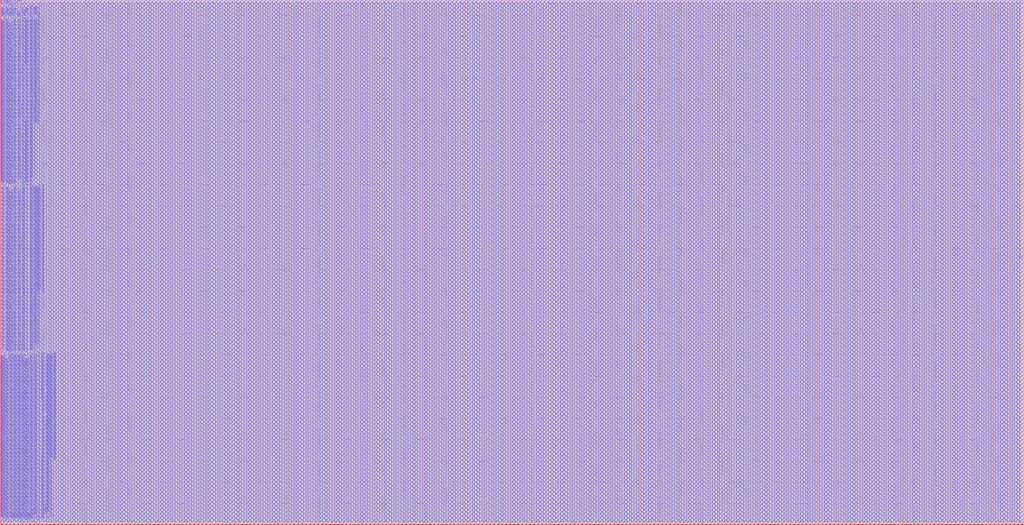
<source format=lef>
VERSION 5.7 ;
BUSBITCHARS "[]" ;
MACRO fakeram65_512x272
  FOREIGN fakeram65_512x272 0 0 ;
  SYMMETRY X Y R90 ;
  SIZE 481.900 BY 247.200 ;
  CLASS BLOCK ;
  PIN w_mask_in[0]
    DIRECTION INPUT ;
    USE SIGNAL ;
    SHAPE ABUTMENT ;
    PORT
      LAYER M3 ;
      RECT 0.000 1.365 0.070 1.435 ;
    END
  END w_mask_in[0]
  PIN w_mask_in[1]
    DIRECTION INPUT ;
    USE SIGNAL ;
    SHAPE ABUTMENT ;
    PORT
      LAYER M3 ;
      RECT 0.000 1.645 0.070 1.715 ;
    END
  END w_mask_in[1]
  PIN w_mask_in[2]
    DIRECTION INPUT ;
    USE SIGNAL ;
    SHAPE ABUTMENT ;
    PORT
      LAYER M3 ;
      RECT 0.000 1.925 0.070 1.995 ;
    END
  END w_mask_in[2]
  PIN w_mask_in[3]
    DIRECTION INPUT ;
    USE SIGNAL ;
    SHAPE ABUTMENT ;
    PORT
      LAYER M3 ;
      RECT 0.000 2.205 0.070 2.275 ;
    END
  END w_mask_in[3]
  PIN w_mask_in[4]
    DIRECTION INPUT ;
    USE SIGNAL ;
    SHAPE ABUTMENT ;
    PORT
      LAYER M3 ;
      RECT 0.000 2.485 0.070 2.555 ;
    END
  END w_mask_in[4]
  PIN w_mask_in[5]
    DIRECTION INPUT ;
    USE SIGNAL ;
    SHAPE ABUTMENT ;
    PORT
      LAYER M3 ;
      RECT 0.000 2.765 0.070 2.835 ;
    END
  END w_mask_in[5]
  PIN w_mask_in[6]
    DIRECTION INPUT ;
    USE SIGNAL ;
    SHAPE ABUTMENT ;
    PORT
      LAYER M3 ;
      RECT 0.000 3.045 0.070 3.115 ;
    END
  END w_mask_in[6]
  PIN w_mask_in[7]
    DIRECTION INPUT ;
    USE SIGNAL ;
    SHAPE ABUTMENT ;
    PORT
      LAYER M3 ;
      RECT 0.000 3.325 0.070 3.395 ;
    END
  END w_mask_in[7]
  PIN w_mask_in[8]
    DIRECTION INPUT ;
    USE SIGNAL ;
    SHAPE ABUTMENT ;
    PORT
      LAYER M3 ;
      RECT 0.000 3.605 0.070 3.675 ;
    END
  END w_mask_in[8]
  PIN w_mask_in[9]
    DIRECTION INPUT ;
    USE SIGNAL ;
    SHAPE ABUTMENT ;
    PORT
      LAYER M3 ;
      RECT 0.000 3.885 0.070 3.955 ;
    END
  END w_mask_in[9]
  PIN w_mask_in[10]
    DIRECTION INPUT ;
    USE SIGNAL ;
    SHAPE ABUTMENT ;
    PORT
      LAYER M3 ;
      RECT 0.000 4.165 0.070 4.235 ;
    END
  END w_mask_in[10]
  PIN w_mask_in[11]
    DIRECTION INPUT ;
    USE SIGNAL ;
    SHAPE ABUTMENT ;
    PORT
      LAYER M3 ;
      RECT 0.000 4.445 0.070 4.515 ;
    END
  END w_mask_in[11]
  PIN w_mask_in[12]
    DIRECTION INPUT ;
    USE SIGNAL ;
    SHAPE ABUTMENT ;
    PORT
      LAYER M3 ;
      RECT 0.000 4.725 0.070 4.795 ;
    END
  END w_mask_in[12]
  PIN w_mask_in[13]
    DIRECTION INPUT ;
    USE SIGNAL ;
    SHAPE ABUTMENT ;
    PORT
      LAYER M3 ;
      RECT 0.000 5.005 0.070 5.075 ;
    END
  END w_mask_in[13]
  PIN w_mask_in[14]
    DIRECTION INPUT ;
    USE SIGNAL ;
    SHAPE ABUTMENT ;
    PORT
      LAYER M3 ;
      RECT 0.000 5.285 0.070 5.355 ;
    END
  END w_mask_in[14]
  PIN w_mask_in[15]
    DIRECTION INPUT ;
    USE SIGNAL ;
    SHAPE ABUTMENT ;
    PORT
      LAYER M3 ;
      RECT 0.000 5.565 0.070 5.635 ;
    END
  END w_mask_in[15]
  PIN w_mask_in[16]
    DIRECTION INPUT ;
    USE SIGNAL ;
    SHAPE ABUTMENT ;
    PORT
      LAYER M3 ;
      RECT 0.000 5.845 0.070 5.915 ;
    END
  END w_mask_in[16]
  PIN w_mask_in[17]
    DIRECTION INPUT ;
    USE SIGNAL ;
    SHAPE ABUTMENT ;
    PORT
      LAYER M3 ;
      RECT 0.000 6.125 0.070 6.195 ;
    END
  END w_mask_in[17]
  PIN w_mask_in[18]
    DIRECTION INPUT ;
    USE SIGNAL ;
    SHAPE ABUTMENT ;
    PORT
      LAYER M3 ;
      RECT 0.000 6.405 0.070 6.475 ;
    END
  END w_mask_in[18]
  PIN w_mask_in[19]
    DIRECTION INPUT ;
    USE SIGNAL ;
    SHAPE ABUTMENT ;
    PORT
      LAYER M3 ;
      RECT 0.000 6.685 0.070 6.755 ;
    END
  END w_mask_in[19]
  PIN w_mask_in[20]
    DIRECTION INPUT ;
    USE SIGNAL ;
    SHAPE ABUTMENT ;
    PORT
      LAYER M3 ;
      RECT 0.000 6.965 0.070 7.035 ;
    END
  END w_mask_in[20]
  PIN w_mask_in[21]
    DIRECTION INPUT ;
    USE SIGNAL ;
    SHAPE ABUTMENT ;
    PORT
      LAYER M3 ;
      RECT 0.000 7.245 0.070 7.315 ;
    END
  END w_mask_in[21]
  PIN w_mask_in[22]
    DIRECTION INPUT ;
    USE SIGNAL ;
    SHAPE ABUTMENT ;
    PORT
      LAYER M3 ;
      RECT 0.000 7.525 0.070 7.595 ;
    END
  END w_mask_in[22]
  PIN w_mask_in[23]
    DIRECTION INPUT ;
    USE SIGNAL ;
    SHAPE ABUTMENT ;
    PORT
      LAYER M3 ;
      RECT 0.000 7.805 0.070 7.875 ;
    END
  END w_mask_in[23]
  PIN w_mask_in[24]
    DIRECTION INPUT ;
    USE SIGNAL ;
    SHAPE ABUTMENT ;
    PORT
      LAYER M3 ;
      RECT 0.000 8.085 0.070 8.155 ;
    END
  END w_mask_in[24]
  PIN w_mask_in[25]
    DIRECTION INPUT ;
    USE SIGNAL ;
    SHAPE ABUTMENT ;
    PORT
      LAYER M3 ;
      RECT 0.000 8.365 0.070 8.435 ;
    END
  END w_mask_in[25]
  PIN w_mask_in[26]
    DIRECTION INPUT ;
    USE SIGNAL ;
    SHAPE ABUTMENT ;
    PORT
      LAYER M3 ;
      RECT 0.000 8.645 0.070 8.715 ;
    END
  END w_mask_in[26]
  PIN w_mask_in[27]
    DIRECTION INPUT ;
    USE SIGNAL ;
    SHAPE ABUTMENT ;
    PORT
      LAYER M3 ;
      RECT 0.000 8.925 0.070 8.995 ;
    END
  END w_mask_in[27]
  PIN w_mask_in[28]
    DIRECTION INPUT ;
    USE SIGNAL ;
    SHAPE ABUTMENT ;
    PORT
      LAYER M3 ;
      RECT 0.000 9.205 0.070 9.275 ;
    END
  END w_mask_in[28]
  PIN w_mask_in[29]
    DIRECTION INPUT ;
    USE SIGNAL ;
    SHAPE ABUTMENT ;
    PORT
      LAYER M3 ;
      RECT 0.000 9.485 0.070 9.555 ;
    END
  END w_mask_in[29]
  PIN w_mask_in[30]
    DIRECTION INPUT ;
    USE SIGNAL ;
    SHAPE ABUTMENT ;
    PORT
      LAYER M3 ;
      RECT 0.000 9.765 0.070 9.835 ;
    END
  END w_mask_in[30]
  PIN w_mask_in[31]
    DIRECTION INPUT ;
    USE SIGNAL ;
    SHAPE ABUTMENT ;
    PORT
      LAYER M3 ;
      RECT 0.000 10.045 0.070 10.115 ;
    END
  END w_mask_in[31]
  PIN w_mask_in[32]
    DIRECTION INPUT ;
    USE SIGNAL ;
    SHAPE ABUTMENT ;
    PORT
      LAYER M3 ;
      RECT 0.000 10.325 0.070 10.395 ;
    END
  END w_mask_in[32]
  PIN w_mask_in[33]
    DIRECTION INPUT ;
    USE SIGNAL ;
    SHAPE ABUTMENT ;
    PORT
      LAYER M3 ;
      RECT 0.000 10.605 0.070 10.675 ;
    END
  END w_mask_in[33]
  PIN w_mask_in[34]
    DIRECTION INPUT ;
    USE SIGNAL ;
    SHAPE ABUTMENT ;
    PORT
      LAYER M3 ;
      RECT 0.000 10.885 0.070 10.955 ;
    END
  END w_mask_in[34]
  PIN w_mask_in[35]
    DIRECTION INPUT ;
    USE SIGNAL ;
    SHAPE ABUTMENT ;
    PORT
      LAYER M3 ;
      RECT 0.000 11.165 0.070 11.235 ;
    END
  END w_mask_in[35]
  PIN w_mask_in[36]
    DIRECTION INPUT ;
    USE SIGNAL ;
    SHAPE ABUTMENT ;
    PORT
      LAYER M3 ;
      RECT 0.000 11.445 0.070 11.515 ;
    END
  END w_mask_in[36]
  PIN w_mask_in[37]
    DIRECTION INPUT ;
    USE SIGNAL ;
    SHAPE ABUTMENT ;
    PORT
      LAYER M3 ;
      RECT 0.000 11.725 0.070 11.795 ;
    END
  END w_mask_in[37]
  PIN w_mask_in[38]
    DIRECTION INPUT ;
    USE SIGNAL ;
    SHAPE ABUTMENT ;
    PORT
      LAYER M3 ;
      RECT 0.000 12.005 0.070 12.075 ;
    END
  END w_mask_in[38]
  PIN w_mask_in[39]
    DIRECTION INPUT ;
    USE SIGNAL ;
    SHAPE ABUTMENT ;
    PORT
      LAYER M3 ;
      RECT 0.000 12.285 0.070 12.355 ;
    END
  END w_mask_in[39]
  PIN w_mask_in[40]
    DIRECTION INPUT ;
    USE SIGNAL ;
    SHAPE ABUTMENT ;
    PORT
      LAYER M3 ;
      RECT 0.000 12.565 0.070 12.635 ;
    END
  END w_mask_in[40]
  PIN w_mask_in[41]
    DIRECTION INPUT ;
    USE SIGNAL ;
    SHAPE ABUTMENT ;
    PORT
      LAYER M3 ;
      RECT 0.000 12.845 0.070 12.915 ;
    END
  END w_mask_in[41]
  PIN w_mask_in[42]
    DIRECTION INPUT ;
    USE SIGNAL ;
    SHAPE ABUTMENT ;
    PORT
      LAYER M3 ;
      RECT 0.000 13.125 0.070 13.195 ;
    END
  END w_mask_in[42]
  PIN w_mask_in[43]
    DIRECTION INPUT ;
    USE SIGNAL ;
    SHAPE ABUTMENT ;
    PORT
      LAYER M3 ;
      RECT 0.000 13.405 0.070 13.475 ;
    END
  END w_mask_in[43]
  PIN w_mask_in[44]
    DIRECTION INPUT ;
    USE SIGNAL ;
    SHAPE ABUTMENT ;
    PORT
      LAYER M3 ;
      RECT 0.000 13.685 0.070 13.755 ;
    END
  END w_mask_in[44]
  PIN w_mask_in[45]
    DIRECTION INPUT ;
    USE SIGNAL ;
    SHAPE ABUTMENT ;
    PORT
      LAYER M3 ;
      RECT 0.000 13.965 0.070 14.035 ;
    END
  END w_mask_in[45]
  PIN w_mask_in[46]
    DIRECTION INPUT ;
    USE SIGNAL ;
    SHAPE ABUTMENT ;
    PORT
      LAYER M3 ;
      RECT 0.000 14.245 0.070 14.315 ;
    END
  END w_mask_in[46]
  PIN w_mask_in[47]
    DIRECTION INPUT ;
    USE SIGNAL ;
    SHAPE ABUTMENT ;
    PORT
      LAYER M3 ;
      RECT 0.000 14.525 0.070 14.595 ;
    END
  END w_mask_in[47]
  PIN w_mask_in[48]
    DIRECTION INPUT ;
    USE SIGNAL ;
    SHAPE ABUTMENT ;
    PORT
      LAYER M3 ;
      RECT 0.000 14.805 0.070 14.875 ;
    END
  END w_mask_in[48]
  PIN w_mask_in[49]
    DIRECTION INPUT ;
    USE SIGNAL ;
    SHAPE ABUTMENT ;
    PORT
      LAYER M3 ;
      RECT 0.000 15.085 0.070 15.155 ;
    END
  END w_mask_in[49]
  PIN w_mask_in[50]
    DIRECTION INPUT ;
    USE SIGNAL ;
    SHAPE ABUTMENT ;
    PORT
      LAYER M3 ;
      RECT 0.000 15.365 0.070 15.435 ;
    END
  END w_mask_in[50]
  PIN w_mask_in[51]
    DIRECTION INPUT ;
    USE SIGNAL ;
    SHAPE ABUTMENT ;
    PORT
      LAYER M3 ;
      RECT 0.000 15.645 0.070 15.715 ;
    END
  END w_mask_in[51]
  PIN w_mask_in[52]
    DIRECTION INPUT ;
    USE SIGNAL ;
    SHAPE ABUTMENT ;
    PORT
      LAYER M3 ;
      RECT 0.000 15.925 0.070 15.995 ;
    END
  END w_mask_in[52]
  PIN w_mask_in[53]
    DIRECTION INPUT ;
    USE SIGNAL ;
    SHAPE ABUTMENT ;
    PORT
      LAYER M3 ;
      RECT 0.000 16.205 0.070 16.275 ;
    END
  END w_mask_in[53]
  PIN w_mask_in[54]
    DIRECTION INPUT ;
    USE SIGNAL ;
    SHAPE ABUTMENT ;
    PORT
      LAYER M3 ;
      RECT 0.000 16.485 0.070 16.555 ;
    END
  END w_mask_in[54]
  PIN w_mask_in[55]
    DIRECTION INPUT ;
    USE SIGNAL ;
    SHAPE ABUTMENT ;
    PORT
      LAYER M3 ;
      RECT 0.000 16.765 0.070 16.835 ;
    END
  END w_mask_in[55]
  PIN w_mask_in[56]
    DIRECTION INPUT ;
    USE SIGNAL ;
    SHAPE ABUTMENT ;
    PORT
      LAYER M3 ;
      RECT 0.000 17.045 0.070 17.115 ;
    END
  END w_mask_in[56]
  PIN w_mask_in[57]
    DIRECTION INPUT ;
    USE SIGNAL ;
    SHAPE ABUTMENT ;
    PORT
      LAYER M3 ;
      RECT 0.000 17.325 0.070 17.395 ;
    END
  END w_mask_in[57]
  PIN w_mask_in[58]
    DIRECTION INPUT ;
    USE SIGNAL ;
    SHAPE ABUTMENT ;
    PORT
      LAYER M3 ;
      RECT 0.000 17.605 0.070 17.675 ;
    END
  END w_mask_in[58]
  PIN w_mask_in[59]
    DIRECTION INPUT ;
    USE SIGNAL ;
    SHAPE ABUTMENT ;
    PORT
      LAYER M3 ;
      RECT 0.000 17.885 0.070 17.955 ;
    END
  END w_mask_in[59]
  PIN w_mask_in[60]
    DIRECTION INPUT ;
    USE SIGNAL ;
    SHAPE ABUTMENT ;
    PORT
      LAYER M3 ;
      RECT 0.000 18.165 0.070 18.235 ;
    END
  END w_mask_in[60]
  PIN w_mask_in[61]
    DIRECTION INPUT ;
    USE SIGNAL ;
    SHAPE ABUTMENT ;
    PORT
      LAYER M3 ;
      RECT 0.000 18.445 0.070 18.515 ;
    END
  END w_mask_in[61]
  PIN w_mask_in[62]
    DIRECTION INPUT ;
    USE SIGNAL ;
    SHAPE ABUTMENT ;
    PORT
      LAYER M3 ;
      RECT 0.000 18.725 0.070 18.795 ;
    END
  END w_mask_in[62]
  PIN w_mask_in[63]
    DIRECTION INPUT ;
    USE SIGNAL ;
    SHAPE ABUTMENT ;
    PORT
      LAYER M3 ;
      RECT 0.000 19.005 0.070 19.075 ;
    END
  END w_mask_in[63]
  PIN w_mask_in[64]
    DIRECTION INPUT ;
    USE SIGNAL ;
    SHAPE ABUTMENT ;
    PORT
      LAYER M3 ;
      RECT 0.000 19.285 0.070 19.355 ;
    END
  END w_mask_in[64]
  PIN w_mask_in[65]
    DIRECTION INPUT ;
    USE SIGNAL ;
    SHAPE ABUTMENT ;
    PORT
      LAYER M3 ;
      RECT 0.000 19.565 0.070 19.635 ;
    END
  END w_mask_in[65]
  PIN w_mask_in[66]
    DIRECTION INPUT ;
    USE SIGNAL ;
    SHAPE ABUTMENT ;
    PORT
      LAYER M3 ;
      RECT 0.000 19.845 0.070 19.915 ;
    END
  END w_mask_in[66]
  PIN w_mask_in[67]
    DIRECTION INPUT ;
    USE SIGNAL ;
    SHAPE ABUTMENT ;
    PORT
      LAYER M3 ;
      RECT 0.000 20.125 0.070 20.195 ;
    END
  END w_mask_in[67]
  PIN w_mask_in[68]
    DIRECTION INPUT ;
    USE SIGNAL ;
    SHAPE ABUTMENT ;
    PORT
      LAYER M3 ;
      RECT 0.000 20.405 0.070 20.475 ;
    END
  END w_mask_in[68]
  PIN w_mask_in[69]
    DIRECTION INPUT ;
    USE SIGNAL ;
    SHAPE ABUTMENT ;
    PORT
      LAYER M3 ;
      RECT 0.000 20.685 0.070 20.755 ;
    END
  END w_mask_in[69]
  PIN w_mask_in[70]
    DIRECTION INPUT ;
    USE SIGNAL ;
    SHAPE ABUTMENT ;
    PORT
      LAYER M3 ;
      RECT 0.000 20.965 0.070 21.035 ;
    END
  END w_mask_in[70]
  PIN w_mask_in[71]
    DIRECTION INPUT ;
    USE SIGNAL ;
    SHAPE ABUTMENT ;
    PORT
      LAYER M3 ;
      RECT 0.000 21.245 0.070 21.315 ;
    END
  END w_mask_in[71]
  PIN w_mask_in[72]
    DIRECTION INPUT ;
    USE SIGNAL ;
    SHAPE ABUTMENT ;
    PORT
      LAYER M3 ;
      RECT 0.000 21.525 0.070 21.595 ;
    END
  END w_mask_in[72]
  PIN w_mask_in[73]
    DIRECTION INPUT ;
    USE SIGNAL ;
    SHAPE ABUTMENT ;
    PORT
      LAYER M3 ;
      RECT 0.000 21.805 0.070 21.875 ;
    END
  END w_mask_in[73]
  PIN w_mask_in[74]
    DIRECTION INPUT ;
    USE SIGNAL ;
    SHAPE ABUTMENT ;
    PORT
      LAYER M3 ;
      RECT 0.000 22.085 0.070 22.155 ;
    END
  END w_mask_in[74]
  PIN w_mask_in[75]
    DIRECTION INPUT ;
    USE SIGNAL ;
    SHAPE ABUTMENT ;
    PORT
      LAYER M3 ;
      RECT 0.000 22.365 0.070 22.435 ;
    END
  END w_mask_in[75]
  PIN w_mask_in[76]
    DIRECTION INPUT ;
    USE SIGNAL ;
    SHAPE ABUTMENT ;
    PORT
      LAYER M3 ;
      RECT 0.000 22.645 0.070 22.715 ;
    END
  END w_mask_in[76]
  PIN w_mask_in[77]
    DIRECTION INPUT ;
    USE SIGNAL ;
    SHAPE ABUTMENT ;
    PORT
      LAYER M3 ;
      RECT 0.000 22.925 0.070 22.995 ;
    END
  END w_mask_in[77]
  PIN w_mask_in[78]
    DIRECTION INPUT ;
    USE SIGNAL ;
    SHAPE ABUTMENT ;
    PORT
      LAYER M3 ;
      RECT 0.000 23.205 0.070 23.275 ;
    END
  END w_mask_in[78]
  PIN w_mask_in[79]
    DIRECTION INPUT ;
    USE SIGNAL ;
    SHAPE ABUTMENT ;
    PORT
      LAYER M3 ;
      RECT 0.000 23.485 0.070 23.555 ;
    END
  END w_mask_in[79]
  PIN w_mask_in[80]
    DIRECTION INPUT ;
    USE SIGNAL ;
    SHAPE ABUTMENT ;
    PORT
      LAYER M3 ;
      RECT 0.000 23.765 0.070 23.835 ;
    END
  END w_mask_in[80]
  PIN w_mask_in[81]
    DIRECTION INPUT ;
    USE SIGNAL ;
    SHAPE ABUTMENT ;
    PORT
      LAYER M3 ;
      RECT 0.000 24.045 0.070 24.115 ;
    END
  END w_mask_in[81]
  PIN w_mask_in[82]
    DIRECTION INPUT ;
    USE SIGNAL ;
    SHAPE ABUTMENT ;
    PORT
      LAYER M3 ;
      RECT 0.000 24.325 0.070 24.395 ;
    END
  END w_mask_in[82]
  PIN w_mask_in[83]
    DIRECTION INPUT ;
    USE SIGNAL ;
    SHAPE ABUTMENT ;
    PORT
      LAYER M3 ;
      RECT 0.000 24.605 0.070 24.675 ;
    END
  END w_mask_in[83]
  PIN w_mask_in[84]
    DIRECTION INPUT ;
    USE SIGNAL ;
    SHAPE ABUTMENT ;
    PORT
      LAYER M3 ;
      RECT 0.000 24.885 0.070 24.955 ;
    END
  END w_mask_in[84]
  PIN w_mask_in[85]
    DIRECTION INPUT ;
    USE SIGNAL ;
    SHAPE ABUTMENT ;
    PORT
      LAYER M3 ;
      RECT 0.000 25.165 0.070 25.235 ;
    END
  END w_mask_in[85]
  PIN w_mask_in[86]
    DIRECTION INPUT ;
    USE SIGNAL ;
    SHAPE ABUTMENT ;
    PORT
      LAYER M3 ;
      RECT 0.000 25.445 0.070 25.515 ;
    END
  END w_mask_in[86]
  PIN w_mask_in[87]
    DIRECTION INPUT ;
    USE SIGNAL ;
    SHAPE ABUTMENT ;
    PORT
      LAYER M3 ;
      RECT 0.000 25.725 0.070 25.795 ;
    END
  END w_mask_in[87]
  PIN w_mask_in[88]
    DIRECTION INPUT ;
    USE SIGNAL ;
    SHAPE ABUTMENT ;
    PORT
      LAYER M3 ;
      RECT 0.000 26.005 0.070 26.075 ;
    END
  END w_mask_in[88]
  PIN w_mask_in[89]
    DIRECTION INPUT ;
    USE SIGNAL ;
    SHAPE ABUTMENT ;
    PORT
      LAYER M3 ;
      RECT 0.000 26.285 0.070 26.355 ;
    END
  END w_mask_in[89]
  PIN w_mask_in[90]
    DIRECTION INPUT ;
    USE SIGNAL ;
    SHAPE ABUTMENT ;
    PORT
      LAYER M3 ;
      RECT 0.000 26.565 0.070 26.635 ;
    END
  END w_mask_in[90]
  PIN w_mask_in[91]
    DIRECTION INPUT ;
    USE SIGNAL ;
    SHAPE ABUTMENT ;
    PORT
      LAYER M3 ;
      RECT 0.000 26.845 0.070 26.915 ;
    END
  END w_mask_in[91]
  PIN w_mask_in[92]
    DIRECTION INPUT ;
    USE SIGNAL ;
    SHAPE ABUTMENT ;
    PORT
      LAYER M3 ;
      RECT 0.000 27.125 0.070 27.195 ;
    END
  END w_mask_in[92]
  PIN w_mask_in[93]
    DIRECTION INPUT ;
    USE SIGNAL ;
    SHAPE ABUTMENT ;
    PORT
      LAYER M3 ;
      RECT 0.000 27.405 0.070 27.475 ;
    END
  END w_mask_in[93]
  PIN w_mask_in[94]
    DIRECTION INPUT ;
    USE SIGNAL ;
    SHAPE ABUTMENT ;
    PORT
      LAYER M3 ;
      RECT 0.000 27.685 0.070 27.755 ;
    END
  END w_mask_in[94]
  PIN w_mask_in[95]
    DIRECTION INPUT ;
    USE SIGNAL ;
    SHAPE ABUTMENT ;
    PORT
      LAYER M3 ;
      RECT 0.000 27.965 0.070 28.035 ;
    END
  END w_mask_in[95]
  PIN w_mask_in[96]
    DIRECTION INPUT ;
    USE SIGNAL ;
    SHAPE ABUTMENT ;
    PORT
      LAYER M3 ;
      RECT 0.000 28.245 0.070 28.315 ;
    END
  END w_mask_in[96]
  PIN w_mask_in[97]
    DIRECTION INPUT ;
    USE SIGNAL ;
    SHAPE ABUTMENT ;
    PORT
      LAYER M3 ;
      RECT 0.000 28.525 0.070 28.595 ;
    END
  END w_mask_in[97]
  PIN w_mask_in[98]
    DIRECTION INPUT ;
    USE SIGNAL ;
    SHAPE ABUTMENT ;
    PORT
      LAYER M3 ;
      RECT 0.000 28.805 0.070 28.875 ;
    END
  END w_mask_in[98]
  PIN w_mask_in[99]
    DIRECTION INPUT ;
    USE SIGNAL ;
    SHAPE ABUTMENT ;
    PORT
      LAYER M3 ;
      RECT 0.000 29.085 0.070 29.155 ;
    END
  END w_mask_in[99]
  PIN w_mask_in[100]
    DIRECTION INPUT ;
    USE SIGNAL ;
    SHAPE ABUTMENT ;
    PORT
      LAYER M3 ;
      RECT 0.000 29.365 0.070 29.435 ;
    END
  END w_mask_in[100]
  PIN w_mask_in[101]
    DIRECTION INPUT ;
    USE SIGNAL ;
    SHAPE ABUTMENT ;
    PORT
      LAYER M3 ;
      RECT 0.000 29.645 0.070 29.715 ;
    END
  END w_mask_in[101]
  PIN w_mask_in[102]
    DIRECTION INPUT ;
    USE SIGNAL ;
    SHAPE ABUTMENT ;
    PORT
      LAYER M3 ;
      RECT 0.000 29.925 0.070 29.995 ;
    END
  END w_mask_in[102]
  PIN w_mask_in[103]
    DIRECTION INPUT ;
    USE SIGNAL ;
    SHAPE ABUTMENT ;
    PORT
      LAYER M3 ;
      RECT 0.000 30.205 0.070 30.275 ;
    END
  END w_mask_in[103]
  PIN w_mask_in[104]
    DIRECTION INPUT ;
    USE SIGNAL ;
    SHAPE ABUTMENT ;
    PORT
      LAYER M3 ;
      RECT 0.000 30.485 0.070 30.555 ;
    END
  END w_mask_in[104]
  PIN w_mask_in[105]
    DIRECTION INPUT ;
    USE SIGNAL ;
    SHAPE ABUTMENT ;
    PORT
      LAYER M3 ;
      RECT 0.000 30.765 0.070 30.835 ;
    END
  END w_mask_in[105]
  PIN w_mask_in[106]
    DIRECTION INPUT ;
    USE SIGNAL ;
    SHAPE ABUTMENT ;
    PORT
      LAYER M3 ;
      RECT 0.000 31.045 0.070 31.115 ;
    END
  END w_mask_in[106]
  PIN w_mask_in[107]
    DIRECTION INPUT ;
    USE SIGNAL ;
    SHAPE ABUTMENT ;
    PORT
      LAYER M3 ;
      RECT 0.000 31.325 0.070 31.395 ;
    END
  END w_mask_in[107]
  PIN w_mask_in[108]
    DIRECTION INPUT ;
    USE SIGNAL ;
    SHAPE ABUTMENT ;
    PORT
      LAYER M3 ;
      RECT 0.000 31.605 0.070 31.675 ;
    END
  END w_mask_in[108]
  PIN w_mask_in[109]
    DIRECTION INPUT ;
    USE SIGNAL ;
    SHAPE ABUTMENT ;
    PORT
      LAYER M3 ;
      RECT 0.000 31.885 0.070 31.955 ;
    END
  END w_mask_in[109]
  PIN w_mask_in[110]
    DIRECTION INPUT ;
    USE SIGNAL ;
    SHAPE ABUTMENT ;
    PORT
      LAYER M3 ;
      RECT 0.000 32.165 0.070 32.235 ;
    END
  END w_mask_in[110]
  PIN w_mask_in[111]
    DIRECTION INPUT ;
    USE SIGNAL ;
    SHAPE ABUTMENT ;
    PORT
      LAYER M3 ;
      RECT 0.000 32.445 0.070 32.515 ;
    END
  END w_mask_in[111]
  PIN w_mask_in[112]
    DIRECTION INPUT ;
    USE SIGNAL ;
    SHAPE ABUTMENT ;
    PORT
      LAYER M3 ;
      RECT 0.000 32.725 0.070 32.795 ;
    END
  END w_mask_in[112]
  PIN w_mask_in[113]
    DIRECTION INPUT ;
    USE SIGNAL ;
    SHAPE ABUTMENT ;
    PORT
      LAYER M3 ;
      RECT 0.000 33.005 0.070 33.075 ;
    END
  END w_mask_in[113]
  PIN w_mask_in[114]
    DIRECTION INPUT ;
    USE SIGNAL ;
    SHAPE ABUTMENT ;
    PORT
      LAYER M3 ;
      RECT 0.000 33.285 0.070 33.355 ;
    END
  END w_mask_in[114]
  PIN w_mask_in[115]
    DIRECTION INPUT ;
    USE SIGNAL ;
    SHAPE ABUTMENT ;
    PORT
      LAYER M3 ;
      RECT 0.000 33.565 0.070 33.635 ;
    END
  END w_mask_in[115]
  PIN w_mask_in[116]
    DIRECTION INPUT ;
    USE SIGNAL ;
    SHAPE ABUTMENT ;
    PORT
      LAYER M3 ;
      RECT 0.000 33.845 0.070 33.915 ;
    END
  END w_mask_in[116]
  PIN w_mask_in[117]
    DIRECTION INPUT ;
    USE SIGNAL ;
    SHAPE ABUTMENT ;
    PORT
      LAYER M3 ;
      RECT 0.000 34.125 0.070 34.195 ;
    END
  END w_mask_in[117]
  PIN w_mask_in[118]
    DIRECTION INPUT ;
    USE SIGNAL ;
    SHAPE ABUTMENT ;
    PORT
      LAYER M3 ;
      RECT 0.000 34.405 0.070 34.475 ;
    END
  END w_mask_in[118]
  PIN w_mask_in[119]
    DIRECTION INPUT ;
    USE SIGNAL ;
    SHAPE ABUTMENT ;
    PORT
      LAYER M3 ;
      RECT 0.000 34.685 0.070 34.755 ;
    END
  END w_mask_in[119]
  PIN w_mask_in[120]
    DIRECTION INPUT ;
    USE SIGNAL ;
    SHAPE ABUTMENT ;
    PORT
      LAYER M3 ;
      RECT 0.000 34.965 0.070 35.035 ;
    END
  END w_mask_in[120]
  PIN w_mask_in[121]
    DIRECTION INPUT ;
    USE SIGNAL ;
    SHAPE ABUTMENT ;
    PORT
      LAYER M3 ;
      RECT 0.000 35.245 0.070 35.315 ;
    END
  END w_mask_in[121]
  PIN w_mask_in[122]
    DIRECTION INPUT ;
    USE SIGNAL ;
    SHAPE ABUTMENT ;
    PORT
      LAYER M3 ;
      RECT 0.000 35.525 0.070 35.595 ;
    END
  END w_mask_in[122]
  PIN w_mask_in[123]
    DIRECTION INPUT ;
    USE SIGNAL ;
    SHAPE ABUTMENT ;
    PORT
      LAYER M3 ;
      RECT 0.000 35.805 0.070 35.875 ;
    END
  END w_mask_in[123]
  PIN w_mask_in[124]
    DIRECTION INPUT ;
    USE SIGNAL ;
    SHAPE ABUTMENT ;
    PORT
      LAYER M3 ;
      RECT 0.000 36.085 0.070 36.155 ;
    END
  END w_mask_in[124]
  PIN w_mask_in[125]
    DIRECTION INPUT ;
    USE SIGNAL ;
    SHAPE ABUTMENT ;
    PORT
      LAYER M3 ;
      RECT 0.000 36.365 0.070 36.435 ;
    END
  END w_mask_in[125]
  PIN w_mask_in[126]
    DIRECTION INPUT ;
    USE SIGNAL ;
    SHAPE ABUTMENT ;
    PORT
      LAYER M3 ;
      RECT 0.000 36.645 0.070 36.715 ;
    END
  END w_mask_in[126]
  PIN w_mask_in[127]
    DIRECTION INPUT ;
    USE SIGNAL ;
    SHAPE ABUTMENT ;
    PORT
      LAYER M3 ;
      RECT 0.000 36.925 0.070 36.995 ;
    END
  END w_mask_in[127]
  PIN w_mask_in[128]
    DIRECTION INPUT ;
    USE SIGNAL ;
    SHAPE ABUTMENT ;
    PORT
      LAYER M3 ;
      RECT 0.000 37.205 0.070 37.275 ;
    END
  END w_mask_in[128]
  PIN w_mask_in[129]
    DIRECTION INPUT ;
    USE SIGNAL ;
    SHAPE ABUTMENT ;
    PORT
      LAYER M3 ;
      RECT 0.000 37.485 0.070 37.555 ;
    END
  END w_mask_in[129]
  PIN w_mask_in[130]
    DIRECTION INPUT ;
    USE SIGNAL ;
    SHAPE ABUTMENT ;
    PORT
      LAYER M3 ;
      RECT 0.000 37.765 0.070 37.835 ;
    END
  END w_mask_in[130]
  PIN w_mask_in[131]
    DIRECTION INPUT ;
    USE SIGNAL ;
    SHAPE ABUTMENT ;
    PORT
      LAYER M3 ;
      RECT 0.000 38.045 0.070 38.115 ;
    END
  END w_mask_in[131]
  PIN w_mask_in[132]
    DIRECTION INPUT ;
    USE SIGNAL ;
    SHAPE ABUTMENT ;
    PORT
      LAYER M3 ;
      RECT 0.000 38.325 0.070 38.395 ;
    END
  END w_mask_in[132]
  PIN w_mask_in[133]
    DIRECTION INPUT ;
    USE SIGNAL ;
    SHAPE ABUTMENT ;
    PORT
      LAYER M3 ;
      RECT 0.000 38.605 0.070 38.675 ;
    END
  END w_mask_in[133]
  PIN w_mask_in[134]
    DIRECTION INPUT ;
    USE SIGNAL ;
    SHAPE ABUTMENT ;
    PORT
      LAYER M3 ;
      RECT 0.000 38.885 0.070 38.955 ;
    END
  END w_mask_in[134]
  PIN w_mask_in[135]
    DIRECTION INPUT ;
    USE SIGNAL ;
    SHAPE ABUTMENT ;
    PORT
      LAYER M3 ;
      RECT 0.000 39.165 0.070 39.235 ;
    END
  END w_mask_in[135]
  PIN w_mask_in[136]
    DIRECTION INPUT ;
    USE SIGNAL ;
    SHAPE ABUTMENT ;
    PORT
      LAYER M3 ;
      RECT 0.000 39.445 0.070 39.515 ;
    END
  END w_mask_in[136]
  PIN w_mask_in[137]
    DIRECTION INPUT ;
    USE SIGNAL ;
    SHAPE ABUTMENT ;
    PORT
      LAYER M3 ;
      RECT 0.000 39.725 0.070 39.795 ;
    END
  END w_mask_in[137]
  PIN w_mask_in[138]
    DIRECTION INPUT ;
    USE SIGNAL ;
    SHAPE ABUTMENT ;
    PORT
      LAYER M3 ;
      RECT 0.000 40.005 0.070 40.075 ;
    END
  END w_mask_in[138]
  PIN w_mask_in[139]
    DIRECTION INPUT ;
    USE SIGNAL ;
    SHAPE ABUTMENT ;
    PORT
      LAYER M3 ;
      RECT 0.000 40.285 0.070 40.355 ;
    END
  END w_mask_in[139]
  PIN w_mask_in[140]
    DIRECTION INPUT ;
    USE SIGNAL ;
    SHAPE ABUTMENT ;
    PORT
      LAYER M3 ;
      RECT 0.000 40.565 0.070 40.635 ;
    END
  END w_mask_in[140]
  PIN w_mask_in[141]
    DIRECTION INPUT ;
    USE SIGNAL ;
    SHAPE ABUTMENT ;
    PORT
      LAYER M3 ;
      RECT 0.000 40.845 0.070 40.915 ;
    END
  END w_mask_in[141]
  PIN w_mask_in[142]
    DIRECTION INPUT ;
    USE SIGNAL ;
    SHAPE ABUTMENT ;
    PORT
      LAYER M3 ;
      RECT 0.000 41.125 0.070 41.195 ;
    END
  END w_mask_in[142]
  PIN w_mask_in[143]
    DIRECTION INPUT ;
    USE SIGNAL ;
    SHAPE ABUTMENT ;
    PORT
      LAYER M3 ;
      RECT 0.000 41.405 0.070 41.475 ;
    END
  END w_mask_in[143]
  PIN w_mask_in[144]
    DIRECTION INPUT ;
    USE SIGNAL ;
    SHAPE ABUTMENT ;
    PORT
      LAYER M3 ;
      RECT 0.000 41.685 0.070 41.755 ;
    END
  END w_mask_in[144]
  PIN w_mask_in[145]
    DIRECTION INPUT ;
    USE SIGNAL ;
    SHAPE ABUTMENT ;
    PORT
      LAYER M3 ;
      RECT 0.000 41.965 0.070 42.035 ;
    END
  END w_mask_in[145]
  PIN w_mask_in[146]
    DIRECTION INPUT ;
    USE SIGNAL ;
    SHAPE ABUTMENT ;
    PORT
      LAYER M3 ;
      RECT 0.000 42.245 0.070 42.315 ;
    END
  END w_mask_in[146]
  PIN w_mask_in[147]
    DIRECTION INPUT ;
    USE SIGNAL ;
    SHAPE ABUTMENT ;
    PORT
      LAYER M3 ;
      RECT 0.000 42.525 0.070 42.595 ;
    END
  END w_mask_in[147]
  PIN w_mask_in[148]
    DIRECTION INPUT ;
    USE SIGNAL ;
    SHAPE ABUTMENT ;
    PORT
      LAYER M3 ;
      RECT 0.000 42.805 0.070 42.875 ;
    END
  END w_mask_in[148]
  PIN w_mask_in[149]
    DIRECTION INPUT ;
    USE SIGNAL ;
    SHAPE ABUTMENT ;
    PORT
      LAYER M3 ;
      RECT 0.000 43.085 0.070 43.155 ;
    END
  END w_mask_in[149]
  PIN w_mask_in[150]
    DIRECTION INPUT ;
    USE SIGNAL ;
    SHAPE ABUTMENT ;
    PORT
      LAYER M3 ;
      RECT 0.000 43.365 0.070 43.435 ;
    END
  END w_mask_in[150]
  PIN w_mask_in[151]
    DIRECTION INPUT ;
    USE SIGNAL ;
    SHAPE ABUTMENT ;
    PORT
      LAYER M3 ;
      RECT 0.000 43.645 0.070 43.715 ;
    END
  END w_mask_in[151]
  PIN w_mask_in[152]
    DIRECTION INPUT ;
    USE SIGNAL ;
    SHAPE ABUTMENT ;
    PORT
      LAYER M3 ;
      RECT 0.000 43.925 0.070 43.995 ;
    END
  END w_mask_in[152]
  PIN w_mask_in[153]
    DIRECTION INPUT ;
    USE SIGNAL ;
    SHAPE ABUTMENT ;
    PORT
      LAYER M3 ;
      RECT 0.000 44.205 0.070 44.275 ;
    END
  END w_mask_in[153]
  PIN w_mask_in[154]
    DIRECTION INPUT ;
    USE SIGNAL ;
    SHAPE ABUTMENT ;
    PORT
      LAYER M3 ;
      RECT 0.000 44.485 0.070 44.555 ;
    END
  END w_mask_in[154]
  PIN w_mask_in[155]
    DIRECTION INPUT ;
    USE SIGNAL ;
    SHAPE ABUTMENT ;
    PORT
      LAYER M3 ;
      RECT 0.000 44.765 0.070 44.835 ;
    END
  END w_mask_in[155]
  PIN w_mask_in[156]
    DIRECTION INPUT ;
    USE SIGNAL ;
    SHAPE ABUTMENT ;
    PORT
      LAYER M3 ;
      RECT 0.000 45.045 0.070 45.115 ;
    END
  END w_mask_in[156]
  PIN w_mask_in[157]
    DIRECTION INPUT ;
    USE SIGNAL ;
    SHAPE ABUTMENT ;
    PORT
      LAYER M3 ;
      RECT 0.000 45.325 0.070 45.395 ;
    END
  END w_mask_in[157]
  PIN w_mask_in[158]
    DIRECTION INPUT ;
    USE SIGNAL ;
    SHAPE ABUTMENT ;
    PORT
      LAYER M3 ;
      RECT 0.000 45.605 0.070 45.675 ;
    END
  END w_mask_in[158]
  PIN w_mask_in[159]
    DIRECTION INPUT ;
    USE SIGNAL ;
    SHAPE ABUTMENT ;
    PORT
      LAYER M3 ;
      RECT 0.000 45.885 0.070 45.955 ;
    END
  END w_mask_in[159]
  PIN w_mask_in[160]
    DIRECTION INPUT ;
    USE SIGNAL ;
    SHAPE ABUTMENT ;
    PORT
      LAYER M3 ;
      RECT 0.000 46.165 0.070 46.235 ;
    END
  END w_mask_in[160]
  PIN w_mask_in[161]
    DIRECTION INPUT ;
    USE SIGNAL ;
    SHAPE ABUTMENT ;
    PORT
      LAYER M3 ;
      RECT 0.000 46.445 0.070 46.515 ;
    END
  END w_mask_in[161]
  PIN w_mask_in[162]
    DIRECTION INPUT ;
    USE SIGNAL ;
    SHAPE ABUTMENT ;
    PORT
      LAYER M3 ;
      RECT 0.000 46.725 0.070 46.795 ;
    END
  END w_mask_in[162]
  PIN w_mask_in[163]
    DIRECTION INPUT ;
    USE SIGNAL ;
    SHAPE ABUTMENT ;
    PORT
      LAYER M3 ;
      RECT 0.000 47.005 0.070 47.075 ;
    END
  END w_mask_in[163]
  PIN w_mask_in[164]
    DIRECTION INPUT ;
    USE SIGNAL ;
    SHAPE ABUTMENT ;
    PORT
      LAYER M3 ;
      RECT 0.000 47.285 0.070 47.355 ;
    END
  END w_mask_in[164]
  PIN w_mask_in[165]
    DIRECTION INPUT ;
    USE SIGNAL ;
    SHAPE ABUTMENT ;
    PORT
      LAYER M3 ;
      RECT 0.000 47.565 0.070 47.635 ;
    END
  END w_mask_in[165]
  PIN w_mask_in[166]
    DIRECTION INPUT ;
    USE SIGNAL ;
    SHAPE ABUTMENT ;
    PORT
      LAYER M3 ;
      RECT 0.000 47.845 0.070 47.915 ;
    END
  END w_mask_in[166]
  PIN w_mask_in[167]
    DIRECTION INPUT ;
    USE SIGNAL ;
    SHAPE ABUTMENT ;
    PORT
      LAYER M3 ;
      RECT 0.000 48.125 0.070 48.195 ;
    END
  END w_mask_in[167]
  PIN w_mask_in[168]
    DIRECTION INPUT ;
    USE SIGNAL ;
    SHAPE ABUTMENT ;
    PORT
      LAYER M3 ;
      RECT 0.000 48.405 0.070 48.475 ;
    END
  END w_mask_in[168]
  PIN w_mask_in[169]
    DIRECTION INPUT ;
    USE SIGNAL ;
    SHAPE ABUTMENT ;
    PORT
      LAYER M3 ;
      RECT 0.000 48.685 0.070 48.755 ;
    END
  END w_mask_in[169]
  PIN w_mask_in[170]
    DIRECTION INPUT ;
    USE SIGNAL ;
    SHAPE ABUTMENT ;
    PORT
      LAYER M3 ;
      RECT 0.000 48.965 0.070 49.035 ;
    END
  END w_mask_in[170]
  PIN w_mask_in[171]
    DIRECTION INPUT ;
    USE SIGNAL ;
    SHAPE ABUTMENT ;
    PORT
      LAYER M3 ;
      RECT 0.000 49.245 0.070 49.315 ;
    END
  END w_mask_in[171]
  PIN w_mask_in[172]
    DIRECTION INPUT ;
    USE SIGNAL ;
    SHAPE ABUTMENT ;
    PORT
      LAYER M3 ;
      RECT 0.000 49.525 0.070 49.595 ;
    END
  END w_mask_in[172]
  PIN w_mask_in[173]
    DIRECTION INPUT ;
    USE SIGNAL ;
    SHAPE ABUTMENT ;
    PORT
      LAYER M3 ;
      RECT 0.000 49.805 0.070 49.875 ;
    END
  END w_mask_in[173]
  PIN w_mask_in[174]
    DIRECTION INPUT ;
    USE SIGNAL ;
    SHAPE ABUTMENT ;
    PORT
      LAYER M3 ;
      RECT 0.000 50.085 0.070 50.155 ;
    END
  END w_mask_in[174]
  PIN w_mask_in[175]
    DIRECTION INPUT ;
    USE SIGNAL ;
    SHAPE ABUTMENT ;
    PORT
      LAYER M3 ;
      RECT 0.000 50.365 0.070 50.435 ;
    END
  END w_mask_in[175]
  PIN w_mask_in[176]
    DIRECTION INPUT ;
    USE SIGNAL ;
    SHAPE ABUTMENT ;
    PORT
      LAYER M3 ;
      RECT 0.000 50.645 0.070 50.715 ;
    END
  END w_mask_in[176]
  PIN w_mask_in[177]
    DIRECTION INPUT ;
    USE SIGNAL ;
    SHAPE ABUTMENT ;
    PORT
      LAYER M3 ;
      RECT 0.000 50.925 0.070 50.995 ;
    END
  END w_mask_in[177]
  PIN w_mask_in[178]
    DIRECTION INPUT ;
    USE SIGNAL ;
    SHAPE ABUTMENT ;
    PORT
      LAYER M3 ;
      RECT 0.000 51.205 0.070 51.275 ;
    END
  END w_mask_in[178]
  PIN w_mask_in[179]
    DIRECTION INPUT ;
    USE SIGNAL ;
    SHAPE ABUTMENT ;
    PORT
      LAYER M3 ;
      RECT 0.000 51.485 0.070 51.555 ;
    END
  END w_mask_in[179]
  PIN w_mask_in[180]
    DIRECTION INPUT ;
    USE SIGNAL ;
    SHAPE ABUTMENT ;
    PORT
      LAYER M3 ;
      RECT 0.000 51.765 0.070 51.835 ;
    END
  END w_mask_in[180]
  PIN w_mask_in[181]
    DIRECTION INPUT ;
    USE SIGNAL ;
    SHAPE ABUTMENT ;
    PORT
      LAYER M3 ;
      RECT 0.000 52.045 0.070 52.115 ;
    END
  END w_mask_in[181]
  PIN w_mask_in[182]
    DIRECTION INPUT ;
    USE SIGNAL ;
    SHAPE ABUTMENT ;
    PORT
      LAYER M3 ;
      RECT 0.000 52.325 0.070 52.395 ;
    END
  END w_mask_in[182]
  PIN w_mask_in[183]
    DIRECTION INPUT ;
    USE SIGNAL ;
    SHAPE ABUTMENT ;
    PORT
      LAYER M3 ;
      RECT 0.000 52.605 0.070 52.675 ;
    END
  END w_mask_in[183]
  PIN w_mask_in[184]
    DIRECTION INPUT ;
    USE SIGNAL ;
    SHAPE ABUTMENT ;
    PORT
      LAYER M3 ;
      RECT 0.000 52.885 0.070 52.955 ;
    END
  END w_mask_in[184]
  PIN w_mask_in[185]
    DIRECTION INPUT ;
    USE SIGNAL ;
    SHAPE ABUTMENT ;
    PORT
      LAYER M3 ;
      RECT 0.000 53.165 0.070 53.235 ;
    END
  END w_mask_in[185]
  PIN w_mask_in[186]
    DIRECTION INPUT ;
    USE SIGNAL ;
    SHAPE ABUTMENT ;
    PORT
      LAYER M3 ;
      RECT 0.000 53.445 0.070 53.515 ;
    END
  END w_mask_in[186]
  PIN w_mask_in[187]
    DIRECTION INPUT ;
    USE SIGNAL ;
    SHAPE ABUTMENT ;
    PORT
      LAYER M3 ;
      RECT 0.000 53.725 0.070 53.795 ;
    END
  END w_mask_in[187]
  PIN w_mask_in[188]
    DIRECTION INPUT ;
    USE SIGNAL ;
    SHAPE ABUTMENT ;
    PORT
      LAYER M3 ;
      RECT 0.000 54.005 0.070 54.075 ;
    END
  END w_mask_in[188]
  PIN w_mask_in[189]
    DIRECTION INPUT ;
    USE SIGNAL ;
    SHAPE ABUTMENT ;
    PORT
      LAYER M3 ;
      RECT 0.000 54.285 0.070 54.355 ;
    END
  END w_mask_in[189]
  PIN w_mask_in[190]
    DIRECTION INPUT ;
    USE SIGNAL ;
    SHAPE ABUTMENT ;
    PORT
      LAYER M3 ;
      RECT 0.000 54.565 0.070 54.635 ;
    END
  END w_mask_in[190]
  PIN w_mask_in[191]
    DIRECTION INPUT ;
    USE SIGNAL ;
    SHAPE ABUTMENT ;
    PORT
      LAYER M3 ;
      RECT 0.000 54.845 0.070 54.915 ;
    END
  END w_mask_in[191]
  PIN w_mask_in[192]
    DIRECTION INPUT ;
    USE SIGNAL ;
    SHAPE ABUTMENT ;
    PORT
      LAYER M3 ;
      RECT 0.000 55.125 0.070 55.195 ;
    END
  END w_mask_in[192]
  PIN w_mask_in[193]
    DIRECTION INPUT ;
    USE SIGNAL ;
    SHAPE ABUTMENT ;
    PORT
      LAYER M3 ;
      RECT 0.000 55.405 0.070 55.475 ;
    END
  END w_mask_in[193]
  PIN w_mask_in[194]
    DIRECTION INPUT ;
    USE SIGNAL ;
    SHAPE ABUTMENT ;
    PORT
      LAYER M3 ;
      RECT 0.000 55.685 0.070 55.755 ;
    END
  END w_mask_in[194]
  PIN w_mask_in[195]
    DIRECTION INPUT ;
    USE SIGNAL ;
    SHAPE ABUTMENT ;
    PORT
      LAYER M3 ;
      RECT 0.000 55.965 0.070 56.035 ;
    END
  END w_mask_in[195]
  PIN w_mask_in[196]
    DIRECTION INPUT ;
    USE SIGNAL ;
    SHAPE ABUTMENT ;
    PORT
      LAYER M3 ;
      RECT 0.000 56.245 0.070 56.315 ;
    END
  END w_mask_in[196]
  PIN w_mask_in[197]
    DIRECTION INPUT ;
    USE SIGNAL ;
    SHAPE ABUTMENT ;
    PORT
      LAYER M3 ;
      RECT 0.000 56.525 0.070 56.595 ;
    END
  END w_mask_in[197]
  PIN w_mask_in[198]
    DIRECTION INPUT ;
    USE SIGNAL ;
    SHAPE ABUTMENT ;
    PORT
      LAYER M3 ;
      RECT 0.000 56.805 0.070 56.875 ;
    END
  END w_mask_in[198]
  PIN w_mask_in[199]
    DIRECTION INPUT ;
    USE SIGNAL ;
    SHAPE ABUTMENT ;
    PORT
      LAYER M3 ;
      RECT 0.000 57.085 0.070 57.155 ;
    END
  END w_mask_in[199]
  PIN w_mask_in[200]
    DIRECTION INPUT ;
    USE SIGNAL ;
    SHAPE ABUTMENT ;
    PORT
      LAYER M3 ;
      RECT 0.000 57.365 0.070 57.435 ;
    END
  END w_mask_in[200]
  PIN w_mask_in[201]
    DIRECTION INPUT ;
    USE SIGNAL ;
    SHAPE ABUTMENT ;
    PORT
      LAYER M3 ;
      RECT 0.000 57.645 0.070 57.715 ;
    END
  END w_mask_in[201]
  PIN w_mask_in[202]
    DIRECTION INPUT ;
    USE SIGNAL ;
    SHAPE ABUTMENT ;
    PORT
      LAYER M3 ;
      RECT 0.000 57.925 0.070 57.995 ;
    END
  END w_mask_in[202]
  PIN w_mask_in[203]
    DIRECTION INPUT ;
    USE SIGNAL ;
    SHAPE ABUTMENT ;
    PORT
      LAYER M3 ;
      RECT 0.000 58.205 0.070 58.275 ;
    END
  END w_mask_in[203]
  PIN w_mask_in[204]
    DIRECTION INPUT ;
    USE SIGNAL ;
    SHAPE ABUTMENT ;
    PORT
      LAYER M3 ;
      RECT 0.000 58.485 0.070 58.555 ;
    END
  END w_mask_in[204]
  PIN w_mask_in[205]
    DIRECTION INPUT ;
    USE SIGNAL ;
    SHAPE ABUTMENT ;
    PORT
      LAYER M3 ;
      RECT 0.000 58.765 0.070 58.835 ;
    END
  END w_mask_in[205]
  PIN w_mask_in[206]
    DIRECTION INPUT ;
    USE SIGNAL ;
    SHAPE ABUTMENT ;
    PORT
      LAYER M3 ;
      RECT 0.000 59.045 0.070 59.115 ;
    END
  END w_mask_in[206]
  PIN w_mask_in[207]
    DIRECTION INPUT ;
    USE SIGNAL ;
    SHAPE ABUTMENT ;
    PORT
      LAYER M3 ;
      RECT 0.000 59.325 0.070 59.395 ;
    END
  END w_mask_in[207]
  PIN w_mask_in[208]
    DIRECTION INPUT ;
    USE SIGNAL ;
    SHAPE ABUTMENT ;
    PORT
      LAYER M3 ;
      RECT 0.000 59.605 0.070 59.675 ;
    END
  END w_mask_in[208]
  PIN w_mask_in[209]
    DIRECTION INPUT ;
    USE SIGNAL ;
    SHAPE ABUTMENT ;
    PORT
      LAYER M3 ;
      RECT 0.000 59.885 0.070 59.955 ;
    END
  END w_mask_in[209]
  PIN w_mask_in[210]
    DIRECTION INPUT ;
    USE SIGNAL ;
    SHAPE ABUTMENT ;
    PORT
      LAYER M3 ;
      RECT 0.000 60.165 0.070 60.235 ;
    END
  END w_mask_in[210]
  PIN w_mask_in[211]
    DIRECTION INPUT ;
    USE SIGNAL ;
    SHAPE ABUTMENT ;
    PORT
      LAYER M3 ;
      RECT 0.000 60.445 0.070 60.515 ;
    END
  END w_mask_in[211]
  PIN w_mask_in[212]
    DIRECTION INPUT ;
    USE SIGNAL ;
    SHAPE ABUTMENT ;
    PORT
      LAYER M3 ;
      RECT 0.000 60.725 0.070 60.795 ;
    END
  END w_mask_in[212]
  PIN w_mask_in[213]
    DIRECTION INPUT ;
    USE SIGNAL ;
    SHAPE ABUTMENT ;
    PORT
      LAYER M3 ;
      RECT 0.000 61.005 0.070 61.075 ;
    END
  END w_mask_in[213]
  PIN w_mask_in[214]
    DIRECTION INPUT ;
    USE SIGNAL ;
    SHAPE ABUTMENT ;
    PORT
      LAYER M3 ;
      RECT 0.000 61.285 0.070 61.355 ;
    END
  END w_mask_in[214]
  PIN w_mask_in[215]
    DIRECTION INPUT ;
    USE SIGNAL ;
    SHAPE ABUTMENT ;
    PORT
      LAYER M3 ;
      RECT 0.000 61.565 0.070 61.635 ;
    END
  END w_mask_in[215]
  PIN w_mask_in[216]
    DIRECTION INPUT ;
    USE SIGNAL ;
    SHAPE ABUTMENT ;
    PORT
      LAYER M3 ;
      RECT 0.000 61.845 0.070 61.915 ;
    END
  END w_mask_in[216]
  PIN w_mask_in[217]
    DIRECTION INPUT ;
    USE SIGNAL ;
    SHAPE ABUTMENT ;
    PORT
      LAYER M3 ;
      RECT 0.000 62.125 0.070 62.195 ;
    END
  END w_mask_in[217]
  PIN w_mask_in[218]
    DIRECTION INPUT ;
    USE SIGNAL ;
    SHAPE ABUTMENT ;
    PORT
      LAYER M3 ;
      RECT 0.000 62.405 0.070 62.475 ;
    END
  END w_mask_in[218]
  PIN w_mask_in[219]
    DIRECTION INPUT ;
    USE SIGNAL ;
    SHAPE ABUTMENT ;
    PORT
      LAYER M3 ;
      RECT 0.000 62.685 0.070 62.755 ;
    END
  END w_mask_in[219]
  PIN w_mask_in[220]
    DIRECTION INPUT ;
    USE SIGNAL ;
    SHAPE ABUTMENT ;
    PORT
      LAYER M3 ;
      RECT 0.000 62.965 0.070 63.035 ;
    END
  END w_mask_in[220]
  PIN w_mask_in[221]
    DIRECTION INPUT ;
    USE SIGNAL ;
    SHAPE ABUTMENT ;
    PORT
      LAYER M3 ;
      RECT 0.000 63.245 0.070 63.315 ;
    END
  END w_mask_in[221]
  PIN w_mask_in[222]
    DIRECTION INPUT ;
    USE SIGNAL ;
    SHAPE ABUTMENT ;
    PORT
      LAYER M3 ;
      RECT 0.000 63.525 0.070 63.595 ;
    END
  END w_mask_in[222]
  PIN w_mask_in[223]
    DIRECTION INPUT ;
    USE SIGNAL ;
    SHAPE ABUTMENT ;
    PORT
      LAYER M3 ;
      RECT 0.000 63.805 0.070 63.875 ;
    END
  END w_mask_in[223]
  PIN w_mask_in[224]
    DIRECTION INPUT ;
    USE SIGNAL ;
    SHAPE ABUTMENT ;
    PORT
      LAYER M3 ;
      RECT 0.000 64.085 0.070 64.155 ;
    END
  END w_mask_in[224]
  PIN w_mask_in[225]
    DIRECTION INPUT ;
    USE SIGNAL ;
    SHAPE ABUTMENT ;
    PORT
      LAYER M3 ;
      RECT 0.000 64.365 0.070 64.435 ;
    END
  END w_mask_in[225]
  PIN w_mask_in[226]
    DIRECTION INPUT ;
    USE SIGNAL ;
    SHAPE ABUTMENT ;
    PORT
      LAYER M3 ;
      RECT 0.000 64.645 0.070 64.715 ;
    END
  END w_mask_in[226]
  PIN w_mask_in[227]
    DIRECTION INPUT ;
    USE SIGNAL ;
    SHAPE ABUTMENT ;
    PORT
      LAYER M3 ;
      RECT 0.000 64.925 0.070 64.995 ;
    END
  END w_mask_in[227]
  PIN w_mask_in[228]
    DIRECTION INPUT ;
    USE SIGNAL ;
    SHAPE ABUTMENT ;
    PORT
      LAYER M3 ;
      RECT 0.000 65.205 0.070 65.275 ;
    END
  END w_mask_in[228]
  PIN w_mask_in[229]
    DIRECTION INPUT ;
    USE SIGNAL ;
    SHAPE ABUTMENT ;
    PORT
      LAYER M3 ;
      RECT 0.000 65.485 0.070 65.555 ;
    END
  END w_mask_in[229]
  PIN w_mask_in[230]
    DIRECTION INPUT ;
    USE SIGNAL ;
    SHAPE ABUTMENT ;
    PORT
      LAYER M3 ;
      RECT 0.000 65.765 0.070 65.835 ;
    END
  END w_mask_in[230]
  PIN w_mask_in[231]
    DIRECTION INPUT ;
    USE SIGNAL ;
    SHAPE ABUTMENT ;
    PORT
      LAYER M3 ;
      RECT 0.000 66.045 0.070 66.115 ;
    END
  END w_mask_in[231]
  PIN w_mask_in[232]
    DIRECTION INPUT ;
    USE SIGNAL ;
    SHAPE ABUTMENT ;
    PORT
      LAYER M3 ;
      RECT 0.000 66.325 0.070 66.395 ;
    END
  END w_mask_in[232]
  PIN w_mask_in[233]
    DIRECTION INPUT ;
    USE SIGNAL ;
    SHAPE ABUTMENT ;
    PORT
      LAYER M3 ;
      RECT 0.000 66.605 0.070 66.675 ;
    END
  END w_mask_in[233]
  PIN w_mask_in[234]
    DIRECTION INPUT ;
    USE SIGNAL ;
    SHAPE ABUTMENT ;
    PORT
      LAYER M3 ;
      RECT 0.000 66.885 0.070 66.955 ;
    END
  END w_mask_in[234]
  PIN w_mask_in[235]
    DIRECTION INPUT ;
    USE SIGNAL ;
    SHAPE ABUTMENT ;
    PORT
      LAYER M3 ;
      RECT 0.000 67.165 0.070 67.235 ;
    END
  END w_mask_in[235]
  PIN w_mask_in[236]
    DIRECTION INPUT ;
    USE SIGNAL ;
    SHAPE ABUTMENT ;
    PORT
      LAYER M3 ;
      RECT 0.000 67.445 0.070 67.515 ;
    END
  END w_mask_in[236]
  PIN w_mask_in[237]
    DIRECTION INPUT ;
    USE SIGNAL ;
    SHAPE ABUTMENT ;
    PORT
      LAYER M3 ;
      RECT 0.000 67.725 0.070 67.795 ;
    END
  END w_mask_in[237]
  PIN w_mask_in[238]
    DIRECTION INPUT ;
    USE SIGNAL ;
    SHAPE ABUTMENT ;
    PORT
      LAYER M3 ;
      RECT 0.000 68.005 0.070 68.075 ;
    END
  END w_mask_in[238]
  PIN w_mask_in[239]
    DIRECTION INPUT ;
    USE SIGNAL ;
    SHAPE ABUTMENT ;
    PORT
      LAYER M3 ;
      RECT 0.000 68.285 0.070 68.355 ;
    END
  END w_mask_in[239]
  PIN w_mask_in[240]
    DIRECTION INPUT ;
    USE SIGNAL ;
    SHAPE ABUTMENT ;
    PORT
      LAYER M3 ;
      RECT 0.000 68.565 0.070 68.635 ;
    END
  END w_mask_in[240]
  PIN w_mask_in[241]
    DIRECTION INPUT ;
    USE SIGNAL ;
    SHAPE ABUTMENT ;
    PORT
      LAYER M3 ;
      RECT 0.000 68.845 0.070 68.915 ;
    END
  END w_mask_in[241]
  PIN w_mask_in[242]
    DIRECTION INPUT ;
    USE SIGNAL ;
    SHAPE ABUTMENT ;
    PORT
      LAYER M3 ;
      RECT 0.000 69.125 0.070 69.195 ;
    END
  END w_mask_in[242]
  PIN w_mask_in[243]
    DIRECTION INPUT ;
    USE SIGNAL ;
    SHAPE ABUTMENT ;
    PORT
      LAYER M3 ;
      RECT 0.000 69.405 0.070 69.475 ;
    END
  END w_mask_in[243]
  PIN w_mask_in[244]
    DIRECTION INPUT ;
    USE SIGNAL ;
    SHAPE ABUTMENT ;
    PORT
      LAYER M3 ;
      RECT 0.000 69.685 0.070 69.755 ;
    END
  END w_mask_in[244]
  PIN w_mask_in[245]
    DIRECTION INPUT ;
    USE SIGNAL ;
    SHAPE ABUTMENT ;
    PORT
      LAYER M3 ;
      RECT 0.000 69.965 0.070 70.035 ;
    END
  END w_mask_in[245]
  PIN w_mask_in[246]
    DIRECTION INPUT ;
    USE SIGNAL ;
    SHAPE ABUTMENT ;
    PORT
      LAYER M3 ;
      RECT 0.000 70.245 0.070 70.315 ;
    END
  END w_mask_in[246]
  PIN w_mask_in[247]
    DIRECTION INPUT ;
    USE SIGNAL ;
    SHAPE ABUTMENT ;
    PORT
      LAYER M3 ;
      RECT 0.000 70.525 0.070 70.595 ;
    END
  END w_mask_in[247]
  PIN w_mask_in[248]
    DIRECTION INPUT ;
    USE SIGNAL ;
    SHAPE ABUTMENT ;
    PORT
      LAYER M3 ;
      RECT 0.000 70.805 0.070 70.875 ;
    END
  END w_mask_in[248]
  PIN w_mask_in[249]
    DIRECTION INPUT ;
    USE SIGNAL ;
    SHAPE ABUTMENT ;
    PORT
      LAYER M3 ;
      RECT 0.000 71.085 0.070 71.155 ;
    END
  END w_mask_in[249]
  PIN w_mask_in[250]
    DIRECTION INPUT ;
    USE SIGNAL ;
    SHAPE ABUTMENT ;
    PORT
      LAYER M3 ;
      RECT 0.000 71.365 0.070 71.435 ;
    END
  END w_mask_in[250]
  PIN w_mask_in[251]
    DIRECTION INPUT ;
    USE SIGNAL ;
    SHAPE ABUTMENT ;
    PORT
      LAYER M3 ;
      RECT 0.000 71.645 0.070 71.715 ;
    END
  END w_mask_in[251]
  PIN w_mask_in[252]
    DIRECTION INPUT ;
    USE SIGNAL ;
    SHAPE ABUTMENT ;
    PORT
      LAYER M3 ;
      RECT 0.000 71.925 0.070 71.995 ;
    END
  END w_mask_in[252]
  PIN w_mask_in[253]
    DIRECTION INPUT ;
    USE SIGNAL ;
    SHAPE ABUTMENT ;
    PORT
      LAYER M3 ;
      RECT 0.000 72.205 0.070 72.275 ;
    END
  END w_mask_in[253]
  PIN w_mask_in[254]
    DIRECTION INPUT ;
    USE SIGNAL ;
    SHAPE ABUTMENT ;
    PORT
      LAYER M3 ;
      RECT 0.000 72.485 0.070 72.555 ;
    END
  END w_mask_in[254]
  PIN w_mask_in[255]
    DIRECTION INPUT ;
    USE SIGNAL ;
    SHAPE ABUTMENT ;
    PORT
      LAYER M3 ;
      RECT 0.000 72.765 0.070 72.835 ;
    END
  END w_mask_in[255]
  PIN w_mask_in[256]
    DIRECTION INPUT ;
    USE SIGNAL ;
    SHAPE ABUTMENT ;
    PORT
      LAYER M3 ;
      RECT 0.000 73.045 0.070 73.115 ;
    END
  END w_mask_in[256]
  PIN w_mask_in[257]
    DIRECTION INPUT ;
    USE SIGNAL ;
    SHAPE ABUTMENT ;
    PORT
      LAYER M3 ;
      RECT 0.000 73.325 0.070 73.395 ;
    END
  END w_mask_in[257]
  PIN w_mask_in[258]
    DIRECTION INPUT ;
    USE SIGNAL ;
    SHAPE ABUTMENT ;
    PORT
      LAYER M3 ;
      RECT 0.000 73.605 0.070 73.675 ;
    END
  END w_mask_in[258]
  PIN w_mask_in[259]
    DIRECTION INPUT ;
    USE SIGNAL ;
    SHAPE ABUTMENT ;
    PORT
      LAYER M3 ;
      RECT 0.000 73.885 0.070 73.955 ;
    END
  END w_mask_in[259]
  PIN w_mask_in[260]
    DIRECTION INPUT ;
    USE SIGNAL ;
    SHAPE ABUTMENT ;
    PORT
      LAYER M3 ;
      RECT 0.000 74.165 0.070 74.235 ;
    END
  END w_mask_in[260]
  PIN w_mask_in[261]
    DIRECTION INPUT ;
    USE SIGNAL ;
    SHAPE ABUTMENT ;
    PORT
      LAYER M3 ;
      RECT 0.000 74.445 0.070 74.515 ;
    END
  END w_mask_in[261]
  PIN w_mask_in[262]
    DIRECTION INPUT ;
    USE SIGNAL ;
    SHAPE ABUTMENT ;
    PORT
      LAYER M3 ;
      RECT 0.000 74.725 0.070 74.795 ;
    END
  END w_mask_in[262]
  PIN w_mask_in[263]
    DIRECTION INPUT ;
    USE SIGNAL ;
    SHAPE ABUTMENT ;
    PORT
      LAYER M3 ;
      RECT 0.000 75.005 0.070 75.075 ;
    END
  END w_mask_in[263]
  PIN w_mask_in[264]
    DIRECTION INPUT ;
    USE SIGNAL ;
    SHAPE ABUTMENT ;
    PORT
      LAYER M3 ;
      RECT 0.000 75.285 0.070 75.355 ;
    END
  END w_mask_in[264]
  PIN w_mask_in[265]
    DIRECTION INPUT ;
    USE SIGNAL ;
    SHAPE ABUTMENT ;
    PORT
      LAYER M3 ;
      RECT 0.000 75.565 0.070 75.635 ;
    END
  END w_mask_in[265]
  PIN w_mask_in[266]
    DIRECTION INPUT ;
    USE SIGNAL ;
    SHAPE ABUTMENT ;
    PORT
      LAYER M3 ;
      RECT 0.000 75.845 0.070 75.915 ;
    END
  END w_mask_in[266]
  PIN w_mask_in[267]
    DIRECTION INPUT ;
    USE SIGNAL ;
    SHAPE ABUTMENT ;
    PORT
      LAYER M3 ;
      RECT 0.000 76.125 0.070 76.195 ;
    END
  END w_mask_in[267]
  PIN w_mask_in[268]
    DIRECTION INPUT ;
    USE SIGNAL ;
    SHAPE ABUTMENT ;
    PORT
      LAYER M3 ;
      RECT 0.000 76.405 0.070 76.475 ;
    END
  END w_mask_in[268]
  PIN w_mask_in[269]
    DIRECTION INPUT ;
    USE SIGNAL ;
    SHAPE ABUTMENT ;
    PORT
      LAYER M3 ;
      RECT 0.000 76.685 0.070 76.755 ;
    END
  END w_mask_in[269]
  PIN w_mask_in[270]
    DIRECTION INPUT ;
    USE SIGNAL ;
    SHAPE ABUTMENT ;
    PORT
      LAYER M3 ;
      RECT 0.000 76.965 0.070 77.035 ;
    END
  END w_mask_in[270]
  PIN w_mask_in[271]
    DIRECTION INPUT ;
    USE SIGNAL ;
    SHAPE ABUTMENT ;
    PORT
      LAYER M3 ;
      RECT 0.000 77.245 0.070 77.315 ;
    END
  END w_mask_in[271]
  PIN rd_out[0]
    DIRECTION OUTPUT ;
    USE SIGNAL ;
    SHAPE ABUTMENT ;
    PORT
      LAYER M3 ;
      RECT 0.000 80.325 0.070 80.395 ;
    END
  END rd_out[0]
  PIN rd_out[1]
    DIRECTION OUTPUT ;
    USE SIGNAL ;
    SHAPE ABUTMENT ;
    PORT
      LAYER M3 ;
      RECT 0.000 80.605 0.070 80.675 ;
    END
  END rd_out[1]
  PIN rd_out[2]
    DIRECTION OUTPUT ;
    USE SIGNAL ;
    SHAPE ABUTMENT ;
    PORT
      LAYER M3 ;
      RECT 0.000 80.885 0.070 80.955 ;
    END
  END rd_out[2]
  PIN rd_out[3]
    DIRECTION OUTPUT ;
    USE SIGNAL ;
    SHAPE ABUTMENT ;
    PORT
      LAYER M3 ;
      RECT 0.000 81.165 0.070 81.235 ;
    END
  END rd_out[3]
  PIN rd_out[4]
    DIRECTION OUTPUT ;
    USE SIGNAL ;
    SHAPE ABUTMENT ;
    PORT
      LAYER M3 ;
      RECT 0.000 81.445 0.070 81.515 ;
    END
  END rd_out[4]
  PIN rd_out[5]
    DIRECTION OUTPUT ;
    USE SIGNAL ;
    SHAPE ABUTMENT ;
    PORT
      LAYER M3 ;
      RECT 0.000 81.725 0.070 81.795 ;
    END
  END rd_out[5]
  PIN rd_out[6]
    DIRECTION OUTPUT ;
    USE SIGNAL ;
    SHAPE ABUTMENT ;
    PORT
      LAYER M3 ;
      RECT 0.000 82.005 0.070 82.075 ;
    END
  END rd_out[6]
  PIN rd_out[7]
    DIRECTION OUTPUT ;
    USE SIGNAL ;
    SHAPE ABUTMENT ;
    PORT
      LAYER M3 ;
      RECT 0.000 82.285 0.070 82.355 ;
    END
  END rd_out[7]
  PIN rd_out[8]
    DIRECTION OUTPUT ;
    USE SIGNAL ;
    SHAPE ABUTMENT ;
    PORT
      LAYER M3 ;
      RECT 0.000 82.565 0.070 82.635 ;
    END
  END rd_out[8]
  PIN rd_out[9]
    DIRECTION OUTPUT ;
    USE SIGNAL ;
    SHAPE ABUTMENT ;
    PORT
      LAYER M3 ;
      RECT 0.000 82.845 0.070 82.915 ;
    END
  END rd_out[9]
  PIN rd_out[10]
    DIRECTION OUTPUT ;
    USE SIGNAL ;
    SHAPE ABUTMENT ;
    PORT
      LAYER M3 ;
      RECT 0.000 83.125 0.070 83.195 ;
    END
  END rd_out[10]
  PIN rd_out[11]
    DIRECTION OUTPUT ;
    USE SIGNAL ;
    SHAPE ABUTMENT ;
    PORT
      LAYER M3 ;
      RECT 0.000 83.405 0.070 83.475 ;
    END
  END rd_out[11]
  PIN rd_out[12]
    DIRECTION OUTPUT ;
    USE SIGNAL ;
    SHAPE ABUTMENT ;
    PORT
      LAYER M3 ;
      RECT 0.000 83.685 0.070 83.755 ;
    END
  END rd_out[12]
  PIN rd_out[13]
    DIRECTION OUTPUT ;
    USE SIGNAL ;
    SHAPE ABUTMENT ;
    PORT
      LAYER M3 ;
      RECT 0.000 83.965 0.070 84.035 ;
    END
  END rd_out[13]
  PIN rd_out[14]
    DIRECTION OUTPUT ;
    USE SIGNAL ;
    SHAPE ABUTMENT ;
    PORT
      LAYER M3 ;
      RECT 0.000 84.245 0.070 84.315 ;
    END
  END rd_out[14]
  PIN rd_out[15]
    DIRECTION OUTPUT ;
    USE SIGNAL ;
    SHAPE ABUTMENT ;
    PORT
      LAYER M3 ;
      RECT 0.000 84.525 0.070 84.595 ;
    END
  END rd_out[15]
  PIN rd_out[16]
    DIRECTION OUTPUT ;
    USE SIGNAL ;
    SHAPE ABUTMENT ;
    PORT
      LAYER M3 ;
      RECT 0.000 84.805 0.070 84.875 ;
    END
  END rd_out[16]
  PIN rd_out[17]
    DIRECTION OUTPUT ;
    USE SIGNAL ;
    SHAPE ABUTMENT ;
    PORT
      LAYER M3 ;
      RECT 0.000 85.085 0.070 85.155 ;
    END
  END rd_out[17]
  PIN rd_out[18]
    DIRECTION OUTPUT ;
    USE SIGNAL ;
    SHAPE ABUTMENT ;
    PORT
      LAYER M3 ;
      RECT 0.000 85.365 0.070 85.435 ;
    END
  END rd_out[18]
  PIN rd_out[19]
    DIRECTION OUTPUT ;
    USE SIGNAL ;
    SHAPE ABUTMENT ;
    PORT
      LAYER M3 ;
      RECT 0.000 85.645 0.070 85.715 ;
    END
  END rd_out[19]
  PIN rd_out[20]
    DIRECTION OUTPUT ;
    USE SIGNAL ;
    SHAPE ABUTMENT ;
    PORT
      LAYER M3 ;
      RECT 0.000 85.925 0.070 85.995 ;
    END
  END rd_out[20]
  PIN rd_out[21]
    DIRECTION OUTPUT ;
    USE SIGNAL ;
    SHAPE ABUTMENT ;
    PORT
      LAYER M3 ;
      RECT 0.000 86.205 0.070 86.275 ;
    END
  END rd_out[21]
  PIN rd_out[22]
    DIRECTION OUTPUT ;
    USE SIGNAL ;
    SHAPE ABUTMENT ;
    PORT
      LAYER M3 ;
      RECT 0.000 86.485 0.070 86.555 ;
    END
  END rd_out[22]
  PIN rd_out[23]
    DIRECTION OUTPUT ;
    USE SIGNAL ;
    SHAPE ABUTMENT ;
    PORT
      LAYER M3 ;
      RECT 0.000 86.765 0.070 86.835 ;
    END
  END rd_out[23]
  PIN rd_out[24]
    DIRECTION OUTPUT ;
    USE SIGNAL ;
    SHAPE ABUTMENT ;
    PORT
      LAYER M3 ;
      RECT 0.000 87.045 0.070 87.115 ;
    END
  END rd_out[24]
  PIN rd_out[25]
    DIRECTION OUTPUT ;
    USE SIGNAL ;
    SHAPE ABUTMENT ;
    PORT
      LAYER M3 ;
      RECT 0.000 87.325 0.070 87.395 ;
    END
  END rd_out[25]
  PIN rd_out[26]
    DIRECTION OUTPUT ;
    USE SIGNAL ;
    SHAPE ABUTMENT ;
    PORT
      LAYER M3 ;
      RECT 0.000 87.605 0.070 87.675 ;
    END
  END rd_out[26]
  PIN rd_out[27]
    DIRECTION OUTPUT ;
    USE SIGNAL ;
    SHAPE ABUTMENT ;
    PORT
      LAYER M3 ;
      RECT 0.000 87.885 0.070 87.955 ;
    END
  END rd_out[27]
  PIN rd_out[28]
    DIRECTION OUTPUT ;
    USE SIGNAL ;
    SHAPE ABUTMENT ;
    PORT
      LAYER M3 ;
      RECT 0.000 88.165 0.070 88.235 ;
    END
  END rd_out[28]
  PIN rd_out[29]
    DIRECTION OUTPUT ;
    USE SIGNAL ;
    SHAPE ABUTMENT ;
    PORT
      LAYER M3 ;
      RECT 0.000 88.445 0.070 88.515 ;
    END
  END rd_out[29]
  PIN rd_out[30]
    DIRECTION OUTPUT ;
    USE SIGNAL ;
    SHAPE ABUTMENT ;
    PORT
      LAYER M3 ;
      RECT 0.000 88.725 0.070 88.795 ;
    END
  END rd_out[30]
  PIN rd_out[31]
    DIRECTION OUTPUT ;
    USE SIGNAL ;
    SHAPE ABUTMENT ;
    PORT
      LAYER M3 ;
      RECT 0.000 89.005 0.070 89.075 ;
    END
  END rd_out[31]
  PIN rd_out[32]
    DIRECTION OUTPUT ;
    USE SIGNAL ;
    SHAPE ABUTMENT ;
    PORT
      LAYER M3 ;
      RECT 0.000 89.285 0.070 89.355 ;
    END
  END rd_out[32]
  PIN rd_out[33]
    DIRECTION OUTPUT ;
    USE SIGNAL ;
    SHAPE ABUTMENT ;
    PORT
      LAYER M3 ;
      RECT 0.000 89.565 0.070 89.635 ;
    END
  END rd_out[33]
  PIN rd_out[34]
    DIRECTION OUTPUT ;
    USE SIGNAL ;
    SHAPE ABUTMENT ;
    PORT
      LAYER M3 ;
      RECT 0.000 89.845 0.070 89.915 ;
    END
  END rd_out[34]
  PIN rd_out[35]
    DIRECTION OUTPUT ;
    USE SIGNAL ;
    SHAPE ABUTMENT ;
    PORT
      LAYER M3 ;
      RECT 0.000 90.125 0.070 90.195 ;
    END
  END rd_out[35]
  PIN rd_out[36]
    DIRECTION OUTPUT ;
    USE SIGNAL ;
    SHAPE ABUTMENT ;
    PORT
      LAYER M3 ;
      RECT 0.000 90.405 0.070 90.475 ;
    END
  END rd_out[36]
  PIN rd_out[37]
    DIRECTION OUTPUT ;
    USE SIGNAL ;
    SHAPE ABUTMENT ;
    PORT
      LAYER M3 ;
      RECT 0.000 90.685 0.070 90.755 ;
    END
  END rd_out[37]
  PIN rd_out[38]
    DIRECTION OUTPUT ;
    USE SIGNAL ;
    SHAPE ABUTMENT ;
    PORT
      LAYER M3 ;
      RECT 0.000 90.965 0.070 91.035 ;
    END
  END rd_out[38]
  PIN rd_out[39]
    DIRECTION OUTPUT ;
    USE SIGNAL ;
    SHAPE ABUTMENT ;
    PORT
      LAYER M3 ;
      RECT 0.000 91.245 0.070 91.315 ;
    END
  END rd_out[39]
  PIN rd_out[40]
    DIRECTION OUTPUT ;
    USE SIGNAL ;
    SHAPE ABUTMENT ;
    PORT
      LAYER M3 ;
      RECT 0.000 91.525 0.070 91.595 ;
    END
  END rd_out[40]
  PIN rd_out[41]
    DIRECTION OUTPUT ;
    USE SIGNAL ;
    SHAPE ABUTMENT ;
    PORT
      LAYER M3 ;
      RECT 0.000 91.805 0.070 91.875 ;
    END
  END rd_out[41]
  PIN rd_out[42]
    DIRECTION OUTPUT ;
    USE SIGNAL ;
    SHAPE ABUTMENT ;
    PORT
      LAYER M3 ;
      RECT 0.000 92.085 0.070 92.155 ;
    END
  END rd_out[42]
  PIN rd_out[43]
    DIRECTION OUTPUT ;
    USE SIGNAL ;
    SHAPE ABUTMENT ;
    PORT
      LAYER M3 ;
      RECT 0.000 92.365 0.070 92.435 ;
    END
  END rd_out[43]
  PIN rd_out[44]
    DIRECTION OUTPUT ;
    USE SIGNAL ;
    SHAPE ABUTMENT ;
    PORT
      LAYER M3 ;
      RECT 0.000 92.645 0.070 92.715 ;
    END
  END rd_out[44]
  PIN rd_out[45]
    DIRECTION OUTPUT ;
    USE SIGNAL ;
    SHAPE ABUTMENT ;
    PORT
      LAYER M3 ;
      RECT 0.000 92.925 0.070 92.995 ;
    END
  END rd_out[45]
  PIN rd_out[46]
    DIRECTION OUTPUT ;
    USE SIGNAL ;
    SHAPE ABUTMENT ;
    PORT
      LAYER M3 ;
      RECT 0.000 93.205 0.070 93.275 ;
    END
  END rd_out[46]
  PIN rd_out[47]
    DIRECTION OUTPUT ;
    USE SIGNAL ;
    SHAPE ABUTMENT ;
    PORT
      LAYER M3 ;
      RECT 0.000 93.485 0.070 93.555 ;
    END
  END rd_out[47]
  PIN rd_out[48]
    DIRECTION OUTPUT ;
    USE SIGNAL ;
    SHAPE ABUTMENT ;
    PORT
      LAYER M3 ;
      RECT 0.000 93.765 0.070 93.835 ;
    END
  END rd_out[48]
  PIN rd_out[49]
    DIRECTION OUTPUT ;
    USE SIGNAL ;
    SHAPE ABUTMENT ;
    PORT
      LAYER M3 ;
      RECT 0.000 94.045 0.070 94.115 ;
    END
  END rd_out[49]
  PIN rd_out[50]
    DIRECTION OUTPUT ;
    USE SIGNAL ;
    SHAPE ABUTMENT ;
    PORT
      LAYER M3 ;
      RECT 0.000 94.325 0.070 94.395 ;
    END
  END rd_out[50]
  PIN rd_out[51]
    DIRECTION OUTPUT ;
    USE SIGNAL ;
    SHAPE ABUTMENT ;
    PORT
      LAYER M3 ;
      RECT 0.000 94.605 0.070 94.675 ;
    END
  END rd_out[51]
  PIN rd_out[52]
    DIRECTION OUTPUT ;
    USE SIGNAL ;
    SHAPE ABUTMENT ;
    PORT
      LAYER M3 ;
      RECT 0.000 94.885 0.070 94.955 ;
    END
  END rd_out[52]
  PIN rd_out[53]
    DIRECTION OUTPUT ;
    USE SIGNAL ;
    SHAPE ABUTMENT ;
    PORT
      LAYER M3 ;
      RECT 0.000 95.165 0.070 95.235 ;
    END
  END rd_out[53]
  PIN rd_out[54]
    DIRECTION OUTPUT ;
    USE SIGNAL ;
    SHAPE ABUTMENT ;
    PORT
      LAYER M3 ;
      RECT 0.000 95.445 0.070 95.515 ;
    END
  END rd_out[54]
  PIN rd_out[55]
    DIRECTION OUTPUT ;
    USE SIGNAL ;
    SHAPE ABUTMENT ;
    PORT
      LAYER M3 ;
      RECT 0.000 95.725 0.070 95.795 ;
    END
  END rd_out[55]
  PIN rd_out[56]
    DIRECTION OUTPUT ;
    USE SIGNAL ;
    SHAPE ABUTMENT ;
    PORT
      LAYER M3 ;
      RECT 0.000 96.005 0.070 96.075 ;
    END
  END rd_out[56]
  PIN rd_out[57]
    DIRECTION OUTPUT ;
    USE SIGNAL ;
    SHAPE ABUTMENT ;
    PORT
      LAYER M3 ;
      RECT 0.000 96.285 0.070 96.355 ;
    END
  END rd_out[57]
  PIN rd_out[58]
    DIRECTION OUTPUT ;
    USE SIGNAL ;
    SHAPE ABUTMENT ;
    PORT
      LAYER M3 ;
      RECT 0.000 96.565 0.070 96.635 ;
    END
  END rd_out[58]
  PIN rd_out[59]
    DIRECTION OUTPUT ;
    USE SIGNAL ;
    SHAPE ABUTMENT ;
    PORT
      LAYER M3 ;
      RECT 0.000 96.845 0.070 96.915 ;
    END
  END rd_out[59]
  PIN rd_out[60]
    DIRECTION OUTPUT ;
    USE SIGNAL ;
    SHAPE ABUTMENT ;
    PORT
      LAYER M3 ;
      RECT 0.000 97.125 0.070 97.195 ;
    END
  END rd_out[60]
  PIN rd_out[61]
    DIRECTION OUTPUT ;
    USE SIGNAL ;
    SHAPE ABUTMENT ;
    PORT
      LAYER M3 ;
      RECT 0.000 97.405 0.070 97.475 ;
    END
  END rd_out[61]
  PIN rd_out[62]
    DIRECTION OUTPUT ;
    USE SIGNAL ;
    SHAPE ABUTMENT ;
    PORT
      LAYER M3 ;
      RECT 0.000 97.685 0.070 97.755 ;
    END
  END rd_out[62]
  PIN rd_out[63]
    DIRECTION OUTPUT ;
    USE SIGNAL ;
    SHAPE ABUTMENT ;
    PORT
      LAYER M3 ;
      RECT 0.000 97.965 0.070 98.035 ;
    END
  END rd_out[63]
  PIN rd_out[64]
    DIRECTION OUTPUT ;
    USE SIGNAL ;
    SHAPE ABUTMENT ;
    PORT
      LAYER M3 ;
      RECT 0.000 98.245 0.070 98.315 ;
    END
  END rd_out[64]
  PIN rd_out[65]
    DIRECTION OUTPUT ;
    USE SIGNAL ;
    SHAPE ABUTMENT ;
    PORT
      LAYER M3 ;
      RECT 0.000 98.525 0.070 98.595 ;
    END
  END rd_out[65]
  PIN rd_out[66]
    DIRECTION OUTPUT ;
    USE SIGNAL ;
    SHAPE ABUTMENT ;
    PORT
      LAYER M3 ;
      RECT 0.000 98.805 0.070 98.875 ;
    END
  END rd_out[66]
  PIN rd_out[67]
    DIRECTION OUTPUT ;
    USE SIGNAL ;
    SHAPE ABUTMENT ;
    PORT
      LAYER M3 ;
      RECT 0.000 99.085 0.070 99.155 ;
    END
  END rd_out[67]
  PIN rd_out[68]
    DIRECTION OUTPUT ;
    USE SIGNAL ;
    SHAPE ABUTMENT ;
    PORT
      LAYER M3 ;
      RECT 0.000 99.365 0.070 99.435 ;
    END
  END rd_out[68]
  PIN rd_out[69]
    DIRECTION OUTPUT ;
    USE SIGNAL ;
    SHAPE ABUTMENT ;
    PORT
      LAYER M3 ;
      RECT 0.000 99.645 0.070 99.715 ;
    END
  END rd_out[69]
  PIN rd_out[70]
    DIRECTION OUTPUT ;
    USE SIGNAL ;
    SHAPE ABUTMENT ;
    PORT
      LAYER M3 ;
      RECT 0.000 99.925 0.070 99.995 ;
    END
  END rd_out[70]
  PIN rd_out[71]
    DIRECTION OUTPUT ;
    USE SIGNAL ;
    SHAPE ABUTMENT ;
    PORT
      LAYER M3 ;
      RECT 0.000 100.205 0.070 100.275 ;
    END
  END rd_out[71]
  PIN rd_out[72]
    DIRECTION OUTPUT ;
    USE SIGNAL ;
    SHAPE ABUTMENT ;
    PORT
      LAYER M3 ;
      RECT 0.000 100.485 0.070 100.555 ;
    END
  END rd_out[72]
  PIN rd_out[73]
    DIRECTION OUTPUT ;
    USE SIGNAL ;
    SHAPE ABUTMENT ;
    PORT
      LAYER M3 ;
      RECT 0.000 100.765 0.070 100.835 ;
    END
  END rd_out[73]
  PIN rd_out[74]
    DIRECTION OUTPUT ;
    USE SIGNAL ;
    SHAPE ABUTMENT ;
    PORT
      LAYER M3 ;
      RECT 0.000 101.045 0.070 101.115 ;
    END
  END rd_out[74]
  PIN rd_out[75]
    DIRECTION OUTPUT ;
    USE SIGNAL ;
    SHAPE ABUTMENT ;
    PORT
      LAYER M3 ;
      RECT 0.000 101.325 0.070 101.395 ;
    END
  END rd_out[75]
  PIN rd_out[76]
    DIRECTION OUTPUT ;
    USE SIGNAL ;
    SHAPE ABUTMENT ;
    PORT
      LAYER M3 ;
      RECT 0.000 101.605 0.070 101.675 ;
    END
  END rd_out[76]
  PIN rd_out[77]
    DIRECTION OUTPUT ;
    USE SIGNAL ;
    SHAPE ABUTMENT ;
    PORT
      LAYER M3 ;
      RECT 0.000 101.885 0.070 101.955 ;
    END
  END rd_out[77]
  PIN rd_out[78]
    DIRECTION OUTPUT ;
    USE SIGNAL ;
    SHAPE ABUTMENT ;
    PORT
      LAYER M3 ;
      RECT 0.000 102.165 0.070 102.235 ;
    END
  END rd_out[78]
  PIN rd_out[79]
    DIRECTION OUTPUT ;
    USE SIGNAL ;
    SHAPE ABUTMENT ;
    PORT
      LAYER M3 ;
      RECT 0.000 102.445 0.070 102.515 ;
    END
  END rd_out[79]
  PIN rd_out[80]
    DIRECTION OUTPUT ;
    USE SIGNAL ;
    SHAPE ABUTMENT ;
    PORT
      LAYER M3 ;
      RECT 0.000 102.725 0.070 102.795 ;
    END
  END rd_out[80]
  PIN rd_out[81]
    DIRECTION OUTPUT ;
    USE SIGNAL ;
    SHAPE ABUTMENT ;
    PORT
      LAYER M3 ;
      RECT 0.000 103.005 0.070 103.075 ;
    END
  END rd_out[81]
  PIN rd_out[82]
    DIRECTION OUTPUT ;
    USE SIGNAL ;
    SHAPE ABUTMENT ;
    PORT
      LAYER M3 ;
      RECT 0.000 103.285 0.070 103.355 ;
    END
  END rd_out[82]
  PIN rd_out[83]
    DIRECTION OUTPUT ;
    USE SIGNAL ;
    SHAPE ABUTMENT ;
    PORT
      LAYER M3 ;
      RECT 0.000 103.565 0.070 103.635 ;
    END
  END rd_out[83]
  PIN rd_out[84]
    DIRECTION OUTPUT ;
    USE SIGNAL ;
    SHAPE ABUTMENT ;
    PORT
      LAYER M3 ;
      RECT 0.000 103.845 0.070 103.915 ;
    END
  END rd_out[84]
  PIN rd_out[85]
    DIRECTION OUTPUT ;
    USE SIGNAL ;
    SHAPE ABUTMENT ;
    PORT
      LAYER M3 ;
      RECT 0.000 104.125 0.070 104.195 ;
    END
  END rd_out[85]
  PIN rd_out[86]
    DIRECTION OUTPUT ;
    USE SIGNAL ;
    SHAPE ABUTMENT ;
    PORT
      LAYER M3 ;
      RECT 0.000 104.405 0.070 104.475 ;
    END
  END rd_out[86]
  PIN rd_out[87]
    DIRECTION OUTPUT ;
    USE SIGNAL ;
    SHAPE ABUTMENT ;
    PORT
      LAYER M3 ;
      RECT 0.000 104.685 0.070 104.755 ;
    END
  END rd_out[87]
  PIN rd_out[88]
    DIRECTION OUTPUT ;
    USE SIGNAL ;
    SHAPE ABUTMENT ;
    PORT
      LAYER M3 ;
      RECT 0.000 104.965 0.070 105.035 ;
    END
  END rd_out[88]
  PIN rd_out[89]
    DIRECTION OUTPUT ;
    USE SIGNAL ;
    SHAPE ABUTMENT ;
    PORT
      LAYER M3 ;
      RECT 0.000 105.245 0.070 105.315 ;
    END
  END rd_out[89]
  PIN rd_out[90]
    DIRECTION OUTPUT ;
    USE SIGNAL ;
    SHAPE ABUTMENT ;
    PORT
      LAYER M3 ;
      RECT 0.000 105.525 0.070 105.595 ;
    END
  END rd_out[90]
  PIN rd_out[91]
    DIRECTION OUTPUT ;
    USE SIGNAL ;
    SHAPE ABUTMENT ;
    PORT
      LAYER M3 ;
      RECT 0.000 105.805 0.070 105.875 ;
    END
  END rd_out[91]
  PIN rd_out[92]
    DIRECTION OUTPUT ;
    USE SIGNAL ;
    SHAPE ABUTMENT ;
    PORT
      LAYER M3 ;
      RECT 0.000 106.085 0.070 106.155 ;
    END
  END rd_out[92]
  PIN rd_out[93]
    DIRECTION OUTPUT ;
    USE SIGNAL ;
    SHAPE ABUTMENT ;
    PORT
      LAYER M3 ;
      RECT 0.000 106.365 0.070 106.435 ;
    END
  END rd_out[93]
  PIN rd_out[94]
    DIRECTION OUTPUT ;
    USE SIGNAL ;
    SHAPE ABUTMENT ;
    PORT
      LAYER M3 ;
      RECT 0.000 106.645 0.070 106.715 ;
    END
  END rd_out[94]
  PIN rd_out[95]
    DIRECTION OUTPUT ;
    USE SIGNAL ;
    SHAPE ABUTMENT ;
    PORT
      LAYER M3 ;
      RECT 0.000 106.925 0.070 106.995 ;
    END
  END rd_out[95]
  PIN rd_out[96]
    DIRECTION OUTPUT ;
    USE SIGNAL ;
    SHAPE ABUTMENT ;
    PORT
      LAYER M3 ;
      RECT 0.000 107.205 0.070 107.275 ;
    END
  END rd_out[96]
  PIN rd_out[97]
    DIRECTION OUTPUT ;
    USE SIGNAL ;
    SHAPE ABUTMENT ;
    PORT
      LAYER M3 ;
      RECT 0.000 107.485 0.070 107.555 ;
    END
  END rd_out[97]
  PIN rd_out[98]
    DIRECTION OUTPUT ;
    USE SIGNAL ;
    SHAPE ABUTMENT ;
    PORT
      LAYER M3 ;
      RECT 0.000 107.765 0.070 107.835 ;
    END
  END rd_out[98]
  PIN rd_out[99]
    DIRECTION OUTPUT ;
    USE SIGNAL ;
    SHAPE ABUTMENT ;
    PORT
      LAYER M3 ;
      RECT 0.000 108.045 0.070 108.115 ;
    END
  END rd_out[99]
  PIN rd_out[100]
    DIRECTION OUTPUT ;
    USE SIGNAL ;
    SHAPE ABUTMENT ;
    PORT
      LAYER M3 ;
      RECT 0.000 108.325 0.070 108.395 ;
    END
  END rd_out[100]
  PIN rd_out[101]
    DIRECTION OUTPUT ;
    USE SIGNAL ;
    SHAPE ABUTMENT ;
    PORT
      LAYER M3 ;
      RECT 0.000 108.605 0.070 108.675 ;
    END
  END rd_out[101]
  PIN rd_out[102]
    DIRECTION OUTPUT ;
    USE SIGNAL ;
    SHAPE ABUTMENT ;
    PORT
      LAYER M3 ;
      RECT 0.000 108.885 0.070 108.955 ;
    END
  END rd_out[102]
  PIN rd_out[103]
    DIRECTION OUTPUT ;
    USE SIGNAL ;
    SHAPE ABUTMENT ;
    PORT
      LAYER M3 ;
      RECT 0.000 109.165 0.070 109.235 ;
    END
  END rd_out[103]
  PIN rd_out[104]
    DIRECTION OUTPUT ;
    USE SIGNAL ;
    SHAPE ABUTMENT ;
    PORT
      LAYER M3 ;
      RECT 0.000 109.445 0.070 109.515 ;
    END
  END rd_out[104]
  PIN rd_out[105]
    DIRECTION OUTPUT ;
    USE SIGNAL ;
    SHAPE ABUTMENT ;
    PORT
      LAYER M3 ;
      RECT 0.000 109.725 0.070 109.795 ;
    END
  END rd_out[105]
  PIN rd_out[106]
    DIRECTION OUTPUT ;
    USE SIGNAL ;
    SHAPE ABUTMENT ;
    PORT
      LAYER M3 ;
      RECT 0.000 110.005 0.070 110.075 ;
    END
  END rd_out[106]
  PIN rd_out[107]
    DIRECTION OUTPUT ;
    USE SIGNAL ;
    SHAPE ABUTMENT ;
    PORT
      LAYER M3 ;
      RECT 0.000 110.285 0.070 110.355 ;
    END
  END rd_out[107]
  PIN rd_out[108]
    DIRECTION OUTPUT ;
    USE SIGNAL ;
    SHAPE ABUTMENT ;
    PORT
      LAYER M3 ;
      RECT 0.000 110.565 0.070 110.635 ;
    END
  END rd_out[108]
  PIN rd_out[109]
    DIRECTION OUTPUT ;
    USE SIGNAL ;
    SHAPE ABUTMENT ;
    PORT
      LAYER M3 ;
      RECT 0.000 110.845 0.070 110.915 ;
    END
  END rd_out[109]
  PIN rd_out[110]
    DIRECTION OUTPUT ;
    USE SIGNAL ;
    SHAPE ABUTMENT ;
    PORT
      LAYER M3 ;
      RECT 0.000 111.125 0.070 111.195 ;
    END
  END rd_out[110]
  PIN rd_out[111]
    DIRECTION OUTPUT ;
    USE SIGNAL ;
    SHAPE ABUTMENT ;
    PORT
      LAYER M3 ;
      RECT 0.000 111.405 0.070 111.475 ;
    END
  END rd_out[111]
  PIN rd_out[112]
    DIRECTION OUTPUT ;
    USE SIGNAL ;
    SHAPE ABUTMENT ;
    PORT
      LAYER M3 ;
      RECT 0.000 111.685 0.070 111.755 ;
    END
  END rd_out[112]
  PIN rd_out[113]
    DIRECTION OUTPUT ;
    USE SIGNAL ;
    SHAPE ABUTMENT ;
    PORT
      LAYER M3 ;
      RECT 0.000 111.965 0.070 112.035 ;
    END
  END rd_out[113]
  PIN rd_out[114]
    DIRECTION OUTPUT ;
    USE SIGNAL ;
    SHAPE ABUTMENT ;
    PORT
      LAYER M3 ;
      RECT 0.000 112.245 0.070 112.315 ;
    END
  END rd_out[114]
  PIN rd_out[115]
    DIRECTION OUTPUT ;
    USE SIGNAL ;
    SHAPE ABUTMENT ;
    PORT
      LAYER M3 ;
      RECT 0.000 112.525 0.070 112.595 ;
    END
  END rd_out[115]
  PIN rd_out[116]
    DIRECTION OUTPUT ;
    USE SIGNAL ;
    SHAPE ABUTMENT ;
    PORT
      LAYER M3 ;
      RECT 0.000 112.805 0.070 112.875 ;
    END
  END rd_out[116]
  PIN rd_out[117]
    DIRECTION OUTPUT ;
    USE SIGNAL ;
    SHAPE ABUTMENT ;
    PORT
      LAYER M3 ;
      RECT 0.000 113.085 0.070 113.155 ;
    END
  END rd_out[117]
  PIN rd_out[118]
    DIRECTION OUTPUT ;
    USE SIGNAL ;
    SHAPE ABUTMENT ;
    PORT
      LAYER M3 ;
      RECT 0.000 113.365 0.070 113.435 ;
    END
  END rd_out[118]
  PIN rd_out[119]
    DIRECTION OUTPUT ;
    USE SIGNAL ;
    SHAPE ABUTMENT ;
    PORT
      LAYER M3 ;
      RECT 0.000 113.645 0.070 113.715 ;
    END
  END rd_out[119]
  PIN rd_out[120]
    DIRECTION OUTPUT ;
    USE SIGNAL ;
    SHAPE ABUTMENT ;
    PORT
      LAYER M3 ;
      RECT 0.000 113.925 0.070 113.995 ;
    END
  END rd_out[120]
  PIN rd_out[121]
    DIRECTION OUTPUT ;
    USE SIGNAL ;
    SHAPE ABUTMENT ;
    PORT
      LAYER M3 ;
      RECT 0.000 114.205 0.070 114.275 ;
    END
  END rd_out[121]
  PIN rd_out[122]
    DIRECTION OUTPUT ;
    USE SIGNAL ;
    SHAPE ABUTMENT ;
    PORT
      LAYER M3 ;
      RECT 0.000 114.485 0.070 114.555 ;
    END
  END rd_out[122]
  PIN rd_out[123]
    DIRECTION OUTPUT ;
    USE SIGNAL ;
    SHAPE ABUTMENT ;
    PORT
      LAYER M3 ;
      RECT 0.000 114.765 0.070 114.835 ;
    END
  END rd_out[123]
  PIN rd_out[124]
    DIRECTION OUTPUT ;
    USE SIGNAL ;
    SHAPE ABUTMENT ;
    PORT
      LAYER M3 ;
      RECT 0.000 115.045 0.070 115.115 ;
    END
  END rd_out[124]
  PIN rd_out[125]
    DIRECTION OUTPUT ;
    USE SIGNAL ;
    SHAPE ABUTMENT ;
    PORT
      LAYER M3 ;
      RECT 0.000 115.325 0.070 115.395 ;
    END
  END rd_out[125]
  PIN rd_out[126]
    DIRECTION OUTPUT ;
    USE SIGNAL ;
    SHAPE ABUTMENT ;
    PORT
      LAYER M3 ;
      RECT 0.000 115.605 0.070 115.675 ;
    END
  END rd_out[126]
  PIN rd_out[127]
    DIRECTION OUTPUT ;
    USE SIGNAL ;
    SHAPE ABUTMENT ;
    PORT
      LAYER M3 ;
      RECT 0.000 115.885 0.070 115.955 ;
    END
  END rd_out[127]
  PIN rd_out[128]
    DIRECTION OUTPUT ;
    USE SIGNAL ;
    SHAPE ABUTMENT ;
    PORT
      LAYER M3 ;
      RECT 0.000 116.165 0.070 116.235 ;
    END
  END rd_out[128]
  PIN rd_out[129]
    DIRECTION OUTPUT ;
    USE SIGNAL ;
    SHAPE ABUTMENT ;
    PORT
      LAYER M3 ;
      RECT 0.000 116.445 0.070 116.515 ;
    END
  END rd_out[129]
  PIN rd_out[130]
    DIRECTION OUTPUT ;
    USE SIGNAL ;
    SHAPE ABUTMENT ;
    PORT
      LAYER M3 ;
      RECT 0.000 116.725 0.070 116.795 ;
    END
  END rd_out[130]
  PIN rd_out[131]
    DIRECTION OUTPUT ;
    USE SIGNAL ;
    SHAPE ABUTMENT ;
    PORT
      LAYER M3 ;
      RECT 0.000 117.005 0.070 117.075 ;
    END
  END rd_out[131]
  PIN rd_out[132]
    DIRECTION OUTPUT ;
    USE SIGNAL ;
    SHAPE ABUTMENT ;
    PORT
      LAYER M3 ;
      RECT 0.000 117.285 0.070 117.355 ;
    END
  END rd_out[132]
  PIN rd_out[133]
    DIRECTION OUTPUT ;
    USE SIGNAL ;
    SHAPE ABUTMENT ;
    PORT
      LAYER M3 ;
      RECT 0.000 117.565 0.070 117.635 ;
    END
  END rd_out[133]
  PIN rd_out[134]
    DIRECTION OUTPUT ;
    USE SIGNAL ;
    SHAPE ABUTMENT ;
    PORT
      LAYER M3 ;
      RECT 0.000 117.845 0.070 117.915 ;
    END
  END rd_out[134]
  PIN rd_out[135]
    DIRECTION OUTPUT ;
    USE SIGNAL ;
    SHAPE ABUTMENT ;
    PORT
      LAYER M3 ;
      RECT 0.000 118.125 0.070 118.195 ;
    END
  END rd_out[135]
  PIN rd_out[136]
    DIRECTION OUTPUT ;
    USE SIGNAL ;
    SHAPE ABUTMENT ;
    PORT
      LAYER M3 ;
      RECT 0.000 118.405 0.070 118.475 ;
    END
  END rd_out[136]
  PIN rd_out[137]
    DIRECTION OUTPUT ;
    USE SIGNAL ;
    SHAPE ABUTMENT ;
    PORT
      LAYER M3 ;
      RECT 0.000 118.685 0.070 118.755 ;
    END
  END rd_out[137]
  PIN rd_out[138]
    DIRECTION OUTPUT ;
    USE SIGNAL ;
    SHAPE ABUTMENT ;
    PORT
      LAYER M3 ;
      RECT 0.000 118.965 0.070 119.035 ;
    END
  END rd_out[138]
  PIN rd_out[139]
    DIRECTION OUTPUT ;
    USE SIGNAL ;
    SHAPE ABUTMENT ;
    PORT
      LAYER M3 ;
      RECT 0.000 119.245 0.070 119.315 ;
    END
  END rd_out[139]
  PIN rd_out[140]
    DIRECTION OUTPUT ;
    USE SIGNAL ;
    SHAPE ABUTMENT ;
    PORT
      LAYER M3 ;
      RECT 0.000 119.525 0.070 119.595 ;
    END
  END rd_out[140]
  PIN rd_out[141]
    DIRECTION OUTPUT ;
    USE SIGNAL ;
    SHAPE ABUTMENT ;
    PORT
      LAYER M3 ;
      RECT 0.000 119.805 0.070 119.875 ;
    END
  END rd_out[141]
  PIN rd_out[142]
    DIRECTION OUTPUT ;
    USE SIGNAL ;
    SHAPE ABUTMENT ;
    PORT
      LAYER M3 ;
      RECT 0.000 120.085 0.070 120.155 ;
    END
  END rd_out[142]
  PIN rd_out[143]
    DIRECTION OUTPUT ;
    USE SIGNAL ;
    SHAPE ABUTMENT ;
    PORT
      LAYER M3 ;
      RECT 0.000 120.365 0.070 120.435 ;
    END
  END rd_out[143]
  PIN rd_out[144]
    DIRECTION OUTPUT ;
    USE SIGNAL ;
    SHAPE ABUTMENT ;
    PORT
      LAYER M3 ;
      RECT 0.000 120.645 0.070 120.715 ;
    END
  END rd_out[144]
  PIN rd_out[145]
    DIRECTION OUTPUT ;
    USE SIGNAL ;
    SHAPE ABUTMENT ;
    PORT
      LAYER M3 ;
      RECT 0.000 120.925 0.070 120.995 ;
    END
  END rd_out[145]
  PIN rd_out[146]
    DIRECTION OUTPUT ;
    USE SIGNAL ;
    SHAPE ABUTMENT ;
    PORT
      LAYER M3 ;
      RECT 0.000 121.205 0.070 121.275 ;
    END
  END rd_out[146]
  PIN rd_out[147]
    DIRECTION OUTPUT ;
    USE SIGNAL ;
    SHAPE ABUTMENT ;
    PORT
      LAYER M3 ;
      RECT 0.000 121.485 0.070 121.555 ;
    END
  END rd_out[147]
  PIN rd_out[148]
    DIRECTION OUTPUT ;
    USE SIGNAL ;
    SHAPE ABUTMENT ;
    PORT
      LAYER M3 ;
      RECT 0.000 121.765 0.070 121.835 ;
    END
  END rd_out[148]
  PIN rd_out[149]
    DIRECTION OUTPUT ;
    USE SIGNAL ;
    SHAPE ABUTMENT ;
    PORT
      LAYER M3 ;
      RECT 0.000 122.045 0.070 122.115 ;
    END
  END rd_out[149]
  PIN rd_out[150]
    DIRECTION OUTPUT ;
    USE SIGNAL ;
    SHAPE ABUTMENT ;
    PORT
      LAYER M3 ;
      RECT 0.000 122.325 0.070 122.395 ;
    END
  END rd_out[150]
  PIN rd_out[151]
    DIRECTION OUTPUT ;
    USE SIGNAL ;
    SHAPE ABUTMENT ;
    PORT
      LAYER M3 ;
      RECT 0.000 122.605 0.070 122.675 ;
    END
  END rd_out[151]
  PIN rd_out[152]
    DIRECTION OUTPUT ;
    USE SIGNAL ;
    SHAPE ABUTMENT ;
    PORT
      LAYER M3 ;
      RECT 0.000 122.885 0.070 122.955 ;
    END
  END rd_out[152]
  PIN rd_out[153]
    DIRECTION OUTPUT ;
    USE SIGNAL ;
    SHAPE ABUTMENT ;
    PORT
      LAYER M3 ;
      RECT 0.000 123.165 0.070 123.235 ;
    END
  END rd_out[153]
  PIN rd_out[154]
    DIRECTION OUTPUT ;
    USE SIGNAL ;
    SHAPE ABUTMENT ;
    PORT
      LAYER M3 ;
      RECT 0.000 123.445 0.070 123.515 ;
    END
  END rd_out[154]
  PIN rd_out[155]
    DIRECTION OUTPUT ;
    USE SIGNAL ;
    SHAPE ABUTMENT ;
    PORT
      LAYER M3 ;
      RECT 0.000 123.725 0.070 123.795 ;
    END
  END rd_out[155]
  PIN rd_out[156]
    DIRECTION OUTPUT ;
    USE SIGNAL ;
    SHAPE ABUTMENT ;
    PORT
      LAYER M3 ;
      RECT 0.000 124.005 0.070 124.075 ;
    END
  END rd_out[156]
  PIN rd_out[157]
    DIRECTION OUTPUT ;
    USE SIGNAL ;
    SHAPE ABUTMENT ;
    PORT
      LAYER M3 ;
      RECT 0.000 124.285 0.070 124.355 ;
    END
  END rd_out[157]
  PIN rd_out[158]
    DIRECTION OUTPUT ;
    USE SIGNAL ;
    SHAPE ABUTMENT ;
    PORT
      LAYER M3 ;
      RECT 0.000 124.565 0.070 124.635 ;
    END
  END rd_out[158]
  PIN rd_out[159]
    DIRECTION OUTPUT ;
    USE SIGNAL ;
    SHAPE ABUTMENT ;
    PORT
      LAYER M3 ;
      RECT 0.000 124.845 0.070 124.915 ;
    END
  END rd_out[159]
  PIN rd_out[160]
    DIRECTION OUTPUT ;
    USE SIGNAL ;
    SHAPE ABUTMENT ;
    PORT
      LAYER M3 ;
      RECT 0.000 125.125 0.070 125.195 ;
    END
  END rd_out[160]
  PIN rd_out[161]
    DIRECTION OUTPUT ;
    USE SIGNAL ;
    SHAPE ABUTMENT ;
    PORT
      LAYER M3 ;
      RECT 0.000 125.405 0.070 125.475 ;
    END
  END rd_out[161]
  PIN rd_out[162]
    DIRECTION OUTPUT ;
    USE SIGNAL ;
    SHAPE ABUTMENT ;
    PORT
      LAYER M3 ;
      RECT 0.000 125.685 0.070 125.755 ;
    END
  END rd_out[162]
  PIN rd_out[163]
    DIRECTION OUTPUT ;
    USE SIGNAL ;
    SHAPE ABUTMENT ;
    PORT
      LAYER M3 ;
      RECT 0.000 125.965 0.070 126.035 ;
    END
  END rd_out[163]
  PIN rd_out[164]
    DIRECTION OUTPUT ;
    USE SIGNAL ;
    SHAPE ABUTMENT ;
    PORT
      LAYER M3 ;
      RECT 0.000 126.245 0.070 126.315 ;
    END
  END rd_out[164]
  PIN rd_out[165]
    DIRECTION OUTPUT ;
    USE SIGNAL ;
    SHAPE ABUTMENT ;
    PORT
      LAYER M3 ;
      RECT 0.000 126.525 0.070 126.595 ;
    END
  END rd_out[165]
  PIN rd_out[166]
    DIRECTION OUTPUT ;
    USE SIGNAL ;
    SHAPE ABUTMENT ;
    PORT
      LAYER M3 ;
      RECT 0.000 126.805 0.070 126.875 ;
    END
  END rd_out[166]
  PIN rd_out[167]
    DIRECTION OUTPUT ;
    USE SIGNAL ;
    SHAPE ABUTMENT ;
    PORT
      LAYER M3 ;
      RECT 0.000 127.085 0.070 127.155 ;
    END
  END rd_out[167]
  PIN rd_out[168]
    DIRECTION OUTPUT ;
    USE SIGNAL ;
    SHAPE ABUTMENT ;
    PORT
      LAYER M3 ;
      RECT 0.000 127.365 0.070 127.435 ;
    END
  END rd_out[168]
  PIN rd_out[169]
    DIRECTION OUTPUT ;
    USE SIGNAL ;
    SHAPE ABUTMENT ;
    PORT
      LAYER M3 ;
      RECT 0.000 127.645 0.070 127.715 ;
    END
  END rd_out[169]
  PIN rd_out[170]
    DIRECTION OUTPUT ;
    USE SIGNAL ;
    SHAPE ABUTMENT ;
    PORT
      LAYER M3 ;
      RECT 0.000 127.925 0.070 127.995 ;
    END
  END rd_out[170]
  PIN rd_out[171]
    DIRECTION OUTPUT ;
    USE SIGNAL ;
    SHAPE ABUTMENT ;
    PORT
      LAYER M3 ;
      RECT 0.000 128.205 0.070 128.275 ;
    END
  END rd_out[171]
  PIN rd_out[172]
    DIRECTION OUTPUT ;
    USE SIGNAL ;
    SHAPE ABUTMENT ;
    PORT
      LAYER M3 ;
      RECT 0.000 128.485 0.070 128.555 ;
    END
  END rd_out[172]
  PIN rd_out[173]
    DIRECTION OUTPUT ;
    USE SIGNAL ;
    SHAPE ABUTMENT ;
    PORT
      LAYER M3 ;
      RECT 0.000 128.765 0.070 128.835 ;
    END
  END rd_out[173]
  PIN rd_out[174]
    DIRECTION OUTPUT ;
    USE SIGNAL ;
    SHAPE ABUTMENT ;
    PORT
      LAYER M3 ;
      RECT 0.000 129.045 0.070 129.115 ;
    END
  END rd_out[174]
  PIN rd_out[175]
    DIRECTION OUTPUT ;
    USE SIGNAL ;
    SHAPE ABUTMENT ;
    PORT
      LAYER M3 ;
      RECT 0.000 129.325 0.070 129.395 ;
    END
  END rd_out[175]
  PIN rd_out[176]
    DIRECTION OUTPUT ;
    USE SIGNAL ;
    SHAPE ABUTMENT ;
    PORT
      LAYER M3 ;
      RECT 0.000 129.605 0.070 129.675 ;
    END
  END rd_out[176]
  PIN rd_out[177]
    DIRECTION OUTPUT ;
    USE SIGNAL ;
    SHAPE ABUTMENT ;
    PORT
      LAYER M3 ;
      RECT 0.000 129.885 0.070 129.955 ;
    END
  END rd_out[177]
  PIN rd_out[178]
    DIRECTION OUTPUT ;
    USE SIGNAL ;
    SHAPE ABUTMENT ;
    PORT
      LAYER M3 ;
      RECT 0.000 130.165 0.070 130.235 ;
    END
  END rd_out[178]
  PIN rd_out[179]
    DIRECTION OUTPUT ;
    USE SIGNAL ;
    SHAPE ABUTMENT ;
    PORT
      LAYER M3 ;
      RECT 0.000 130.445 0.070 130.515 ;
    END
  END rd_out[179]
  PIN rd_out[180]
    DIRECTION OUTPUT ;
    USE SIGNAL ;
    SHAPE ABUTMENT ;
    PORT
      LAYER M3 ;
      RECT 0.000 130.725 0.070 130.795 ;
    END
  END rd_out[180]
  PIN rd_out[181]
    DIRECTION OUTPUT ;
    USE SIGNAL ;
    SHAPE ABUTMENT ;
    PORT
      LAYER M3 ;
      RECT 0.000 131.005 0.070 131.075 ;
    END
  END rd_out[181]
  PIN rd_out[182]
    DIRECTION OUTPUT ;
    USE SIGNAL ;
    SHAPE ABUTMENT ;
    PORT
      LAYER M3 ;
      RECT 0.000 131.285 0.070 131.355 ;
    END
  END rd_out[182]
  PIN rd_out[183]
    DIRECTION OUTPUT ;
    USE SIGNAL ;
    SHAPE ABUTMENT ;
    PORT
      LAYER M3 ;
      RECT 0.000 131.565 0.070 131.635 ;
    END
  END rd_out[183]
  PIN rd_out[184]
    DIRECTION OUTPUT ;
    USE SIGNAL ;
    SHAPE ABUTMENT ;
    PORT
      LAYER M3 ;
      RECT 0.000 131.845 0.070 131.915 ;
    END
  END rd_out[184]
  PIN rd_out[185]
    DIRECTION OUTPUT ;
    USE SIGNAL ;
    SHAPE ABUTMENT ;
    PORT
      LAYER M3 ;
      RECT 0.000 132.125 0.070 132.195 ;
    END
  END rd_out[185]
  PIN rd_out[186]
    DIRECTION OUTPUT ;
    USE SIGNAL ;
    SHAPE ABUTMENT ;
    PORT
      LAYER M3 ;
      RECT 0.000 132.405 0.070 132.475 ;
    END
  END rd_out[186]
  PIN rd_out[187]
    DIRECTION OUTPUT ;
    USE SIGNAL ;
    SHAPE ABUTMENT ;
    PORT
      LAYER M3 ;
      RECT 0.000 132.685 0.070 132.755 ;
    END
  END rd_out[187]
  PIN rd_out[188]
    DIRECTION OUTPUT ;
    USE SIGNAL ;
    SHAPE ABUTMENT ;
    PORT
      LAYER M3 ;
      RECT 0.000 132.965 0.070 133.035 ;
    END
  END rd_out[188]
  PIN rd_out[189]
    DIRECTION OUTPUT ;
    USE SIGNAL ;
    SHAPE ABUTMENT ;
    PORT
      LAYER M3 ;
      RECT 0.000 133.245 0.070 133.315 ;
    END
  END rd_out[189]
  PIN rd_out[190]
    DIRECTION OUTPUT ;
    USE SIGNAL ;
    SHAPE ABUTMENT ;
    PORT
      LAYER M3 ;
      RECT 0.000 133.525 0.070 133.595 ;
    END
  END rd_out[190]
  PIN rd_out[191]
    DIRECTION OUTPUT ;
    USE SIGNAL ;
    SHAPE ABUTMENT ;
    PORT
      LAYER M3 ;
      RECT 0.000 133.805 0.070 133.875 ;
    END
  END rd_out[191]
  PIN rd_out[192]
    DIRECTION OUTPUT ;
    USE SIGNAL ;
    SHAPE ABUTMENT ;
    PORT
      LAYER M3 ;
      RECT 0.000 134.085 0.070 134.155 ;
    END
  END rd_out[192]
  PIN rd_out[193]
    DIRECTION OUTPUT ;
    USE SIGNAL ;
    SHAPE ABUTMENT ;
    PORT
      LAYER M3 ;
      RECT 0.000 134.365 0.070 134.435 ;
    END
  END rd_out[193]
  PIN rd_out[194]
    DIRECTION OUTPUT ;
    USE SIGNAL ;
    SHAPE ABUTMENT ;
    PORT
      LAYER M3 ;
      RECT 0.000 134.645 0.070 134.715 ;
    END
  END rd_out[194]
  PIN rd_out[195]
    DIRECTION OUTPUT ;
    USE SIGNAL ;
    SHAPE ABUTMENT ;
    PORT
      LAYER M3 ;
      RECT 0.000 134.925 0.070 134.995 ;
    END
  END rd_out[195]
  PIN rd_out[196]
    DIRECTION OUTPUT ;
    USE SIGNAL ;
    SHAPE ABUTMENT ;
    PORT
      LAYER M3 ;
      RECT 0.000 135.205 0.070 135.275 ;
    END
  END rd_out[196]
  PIN rd_out[197]
    DIRECTION OUTPUT ;
    USE SIGNAL ;
    SHAPE ABUTMENT ;
    PORT
      LAYER M3 ;
      RECT 0.000 135.485 0.070 135.555 ;
    END
  END rd_out[197]
  PIN rd_out[198]
    DIRECTION OUTPUT ;
    USE SIGNAL ;
    SHAPE ABUTMENT ;
    PORT
      LAYER M3 ;
      RECT 0.000 135.765 0.070 135.835 ;
    END
  END rd_out[198]
  PIN rd_out[199]
    DIRECTION OUTPUT ;
    USE SIGNAL ;
    SHAPE ABUTMENT ;
    PORT
      LAYER M3 ;
      RECT 0.000 136.045 0.070 136.115 ;
    END
  END rd_out[199]
  PIN rd_out[200]
    DIRECTION OUTPUT ;
    USE SIGNAL ;
    SHAPE ABUTMENT ;
    PORT
      LAYER M3 ;
      RECT 0.000 136.325 0.070 136.395 ;
    END
  END rd_out[200]
  PIN rd_out[201]
    DIRECTION OUTPUT ;
    USE SIGNAL ;
    SHAPE ABUTMENT ;
    PORT
      LAYER M3 ;
      RECT 0.000 136.605 0.070 136.675 ;
    END
  END rd_out[201]
  PIN rd_out[202]
    DIRECTION OUTPUT ;
    USE SIGNAL ;
    SHAPE ABUTMENT ;
    PORT
      LAYER M3 ;
      RECT 0.000 136.885 0.070 136.955 ;
    END
  END rd_out[202]
  PIN rd_out[203]
    DIRECTION OUTPUT ;
    USE SIGNAL ;
    SHAPE ABUTMENT ;
    PORT
      LAYER M3 ;
      RECT 0.000 137.165 0.070 137.235 ;
    END
  END rd_out[203]
  PIN rd_out[204]
    DIRECTION OUTPUT ;
    USE SIGNAL ;
    SHAPE ABUTMENT ;
    PORT
      LAYER M3 ;
      RECT 0.000 137.445 0.070 137.515 ;
    END
  END rd_out[204]
  PIN rd_out[205]
    DIRECTION OUTPUT ;
    USE SIGNAL ;
    SHAPE ABUTMENT ;
    PORT
      LAYER M3 ;
      RECT 0.000 137.725 0.070 137.795 ;
    END
  END rd_out[205]
  PIN rd_out[206]
    DIRECTION OUTPUT ;
    USE SIGNAL ;
    SHAPE ABUTMENT ;
    PORT
      LAYER M3 ;
      RECT 0.000 138.005 0.070 138.075 ;
    END
  END rd_out[206]
  PIN rd_out[207]
    DIRECTION OUTPUT ;
    USE SIGNAL ;
    SHAPE ABUTMENT ;
    PORT
      LAYER M3 ;
      RECT 0.000 138.285 0.070 138.355 ;
    END
  END rd_out[207]
  PIN rd_out[208]
    DIRECTION OUTPUT ;
    USE SIGNAL ;
    SHAPE ABUTMENT ;
    PORT
      LAYER M3 ;
      RECT 0.000 138.565 0.070 138.635 ;
    END
  END rd_out[208]
  PIN rd_out[209]
    DIRECTION OUTPUT ;
    USE SIGNAL ;
    SHAPE ABUTMENT ;
    PORT
      LAYER M3 ;
      RECT 0.000 138.845 0.070 138.915 ;
    END
  END rd_out[209]
  PIN rd_out[210]
    DIRECTION OUTPUT ;
    USE SIGNAL ;
    SHAPE ABUTMENT ;
    PORT
      LAYER M3 ;
      RECT 0.000 139.125 0.070 139.195 ;
    END
  END rd_out[210]
  PIN rd_out[211]
    DIRECTION OUTPUT ;
    USE SIGNAL ;
    SHAPE ABUTMENT ;
    PORT
      LAYER M3 ;
      RECT 0.000 139.405 0.070 139.475 ;
    END
  END rd_out[211]
  PIN rd_out[212]
    DIRECTION OUTPUT ;
    USE SIGNAL ;
    SHAPE ABUTMENT ;
    PORT
      LAYER M3 ;
      RECT 0.000 139.685 0.070 139.755 ;
    END
  END rd_out[212]
  PIN rd_out[213]
    DIRECTION OUTPUT ;
    USE SIGNAL ;
    SHAPE ABUTMENT ;
    PORT
      LAYER M3 ;
      RECT 0.000 139.965 0.070 140.035 ;
    END
  END rd_out[213]
  PIN rd_out[214]
    DIRECTION OUTPUT ;
    USE SIGNAL ;
    SHAPE ABUTMENT ;
    PORT
      LAYER M3 ;
      RECT 0.000 140.245 0.070 140.315 ;
    END
  END rd_out[214]
  PIN rd_out[215]
    DIRECTION OUTPUT ;
    USE SIGNAL ;
    SHAPE ABUTMENT ;
    PORT
      LAYER M3 ;
      RECT 0.000 140.525 0.070 140.595 ;
    END
  END rd_out[215]
  PIN rd_out[216]
    DIRECTION OUTPUT ;
    USE SIGNAL ;
    SHAPE ABUTMENT ;
    PORT
      LAYER M3 ;
      RECT 0.000 140.805 0.070 140.875 ;
    END
  END rd_out[216]
  PIN rd_out[217]
    DIRECTION OUTPUT ;
    USE SIGNAL ;
    SHAPE ABUTMENT ;
    PORT
      LAYER M3 ;
      RECT 0.000 141.085 0.070 141.155 ;
    END
  END rd_out[217]
  PIN rd_out[218]
    DIRECTION OUTPUT ;
    USE SIGNAL ;
    SHAPE ABUTMENT ;
    PORT
      LAYER M3 ;
      RECT 0.000 141.365 0.070 141.435 ;
    END
  END rd_out[218]
  PIN rd_out[219]
    DIRECTION OUTPUT ;
    USE SIGNAL ;
    SHAPE ABUTMENT ;
    PORT
      LAYER M3 ;
      RECT 0.000 141.645 0.070 141.715 ;
    END
  END rd_out[219]
  PIN rd_out[220]
    DIRECTION OUTPUT ;
    USE SIGNAL ;
    SHAPE ABUTMENT ;
    PORT
      LAYER M3 ;
      RECT 0.000 141.925 0.070 141.995 ;
    END
  END rd_out[220]
  PIN rd_out[221]
    DIRECTION OUTPUT ;
    USE SIGNAL ;
    SHAPE ABUTMENT ;
    PORT
      LAYER M3 ;
      RECT 0.000 142.205 0.070 142.275 ;
    END
  END rd_out[221]
  PIN rd_out[222]
    DIRECTION OUTPUT ;
    USE SIGNAL ;
    SHAPE ABUTMENT ;
    PORT
      LAYER M3 ;
      RECT 0.000 142.485 0.070 142.555 ;
    END
  END rd_out[222]
  PIN rd_out[223]
    DIRECTION OUTPUT ;
    USE SIGNAL ;
    SHAPE ABUTMENT ;
    PORT
      LAYER M3 ;
      RECT 0.000 142.765 0.070 142.835 ;
    END
  END rd_out[223]
  PIN rd_out[224]
    DIRECTION OUTPUT ;
    USE SIGNAL ;
    SHAPE ABUTMENT ;
    PORT
      LAYER M3 ;
      RECT 0.000 143.045 0.070 143.115 ;
    END
  END rd_out[224]
  PIN rd_out[225]
    DIRECTION OUTPUT ;
    USE SIGNAL ;
    SHAPE ABUTMENT ;
    PORT
      LAYER M3 ;
      RECT 0.000 143.325 0.070 143.395 ;
    END
  END rd_out[225]
  PIN rd_out[226]
    DIRECTION OUTPUT ;
    USE SIGNAL ;
    SHAPE ABUTMENT ;
    PORT
      LAYER M3 ;
      RECT 0.000 143.605 0.070 143.675 ;
    END
  END rd_out[226]
  PIN rd_out[227]
    DIRECTION OUTPUT ;
    USE SIGNAL ;
    SHAPE ABUTMENT ;
    PORT
      LAYER M3 ;
      RECT 0.000 143.885 0.070 143.955 ;
    END
  END rd_out[227]
  PIN rd_out[228]
    DIRECTION OUTPUT ;
    USE SIGNAL ;
    SHAPE ABUTMENT ;
    PORT
      LAYER M3 ;
      RECT 0.000 144.165 0.070 144.235 ;
    END
  END rd_out[228]
  PIN rd_out[229]
    DIRECTION OUTPUT ;
    USE SIGNAL ;
    SHAPE ABUTMENT ;
    PORT
      LAYER M3 ;
      RECT 0.000 144.445 0.070 144.515 ;
    END
  END rd_out[229]
  PIN rd_out[230]
    DIRECTION OUTPUT ;
    USE SIGNAL ;
    SHAPE ABUTMENT ;
    PORT
      LAYER M3 ;
      RECT 0.000 144.725 0.070 144.795 ;
    END
  END rd_out[230]
  PIN rd_out[231]
    DIRECTION OUTPUT ;
    USE SIGNAL ;
    SHAPE ABUTMENT ;
    PORT
      LAYER M3 ;
      RECT 0.000 145.005 0.070 145.075 ;
    END
  END rd_out[231]
  PIN rd_out[232]
    DIRECTION OUTPUT ;
    USE SIGNAL ;
    SHAPE ABUTMENT ;
    PORT
      LAYER M3 ;
      RECT 0.000 145.285 0.070 145.355 ;
    END
  END rd_out[232]
  PIN rd_out[233]
    DIRECTION OUTPUT ;
    USE SIGNAL ;
    SHAPE ABUTMENT ;
    PORT
      LAYER M3 ;
      RECT 0.000 145.565 0.070 145.635 ;
    END
  END rd_out[233]
  PIN rd_out[234]
    DIRECTION OUTPUT ;
    USE SIGNAL ;
    SHAPE ABUTMENT ;
    PORT
      LAYER M3 ;
      RECT 0.000 145.845 0.070 145.915 ;
    END
  END rd_out[234]
  PIN rd_out[235]
    DIRECTION OUTPUT ;
    USE SIGNAL ;
    SHAPE ABUTMENT ;
    PORT
      LAYER M3 ;
      RECT 0.000 146.125 0.070 146.195 ;
    END
  END rd_out[235]
  PIN rd_out[236]
    DIRECTION OUTPUT ;
    USE SIGNAL ;
    SHAPE ABUTMENT ;
    PORT
      LAYER M3 ;
      RECT 0.000 146.405 0.070 146.475 ;
    END
  END rd_out[236]
  PIN rd_out[237]
    DIRECTION OUTPUT ;
    USE SIGNAL ;
    SHAPE ABUTMENT ;
    PORT
      LAYER M3 ;
      RECT 0.000 146.685 0.070 146.755 ;
    END
  END rd_out[237]
  PIN rd_out[238]
    DIRECTION OUTPUT ;
    USE SIGNAL ;
    SHAPE ABUTMENT ;
    PORT
      LAYER M3 ;
      RECT 0.000 146.965 0.070 147.035 ;
    END
  END rd_out[238]
  PIN rd_out[239]
    DIRECTION OUTPUT ;
    USE SIGNAL ;
    SHAPE ABUTMENT ;
    PORT
      LAYER M3 ;
      RECT 0.000 147.245 0.070 147.315 ;
    END
  END rd_out[239]
  PIN rd_out[240]
    DIRECTION OUTPUT ;
    USE SIGNAL ;
    SHAPE ABUTMENT ;
    PORT
      LAYER M3 ;
      RECT 0.000 147.525 0.070 147.595 ;
    END
  END rd_out[240]
  PIN rd_out[241]
    DIRECTION OUTPUT ;
    USE SIGNAL ;
    SHAPE ABUTMENT ;
    PORT
      LAYER M3 ;
      RECT 0.000 147.805 0.070 147.875 ;
    END
  END rd_out[241]
  PIN rd_out[242]
    DIRECTION OUTPUT ;
    USE SIGNAL ;
    SHAPE ABUTMENT ;
    PORT
      LAYER M3 ;
      RECT 0.000 148.085 0.070 148.155 ;
    END
  END rd_out[242]
  PIN rd_out[243]
    DIRECTION OUTPUT ;
    USE SIGNAL ;
    SHAPE ABUTMENT ;
    PORT
      LAYER M3 ;
      RECT 0.000 148.365 0.070 148.435 ;
    END
  END rd_out[243]
  PIN rd_out[244]
    DIRECTION OUTPUT ;
    USE SIGNAL ;
    SHAPE ABUTMENT ;
    PORT
      LAYER M3 ;
      RECT 0.000 148.645 0.070 148.715 ;
    END
  END rd_out[244]
  PIN rd_out[245]
    DIRECTION OUTPUT ;
    USE SIGNAL ;
    SHAPE ABUTMENT ;
    PORT
      LAYER M3 ;
      RECT 0.000 148.925 0.070 148.995 ;
    END
  END rd_out[245]
  PIN rd_out[246]
    DIRECTION OUTPUT ;
    USE SIGNAL ;
    SHAPE ABUTMENT ;
    PORT
      LAYER M3 ;
      RECT 0.000 149.205 0.070 149.275 ;
    END
  END rd_out[246]
  PIN rd_out[247]
    DIRECTION OUTPUT ;
    USE SIGNAL ;
    SHAPE ABUTMENT ;
    PORT
      LAYER M3 ;
      RECT 0.000 149.485 0.070 149.555 ;
    END
  END rd_out[247]
  PIN rd_out[248]
    DIRECTION OUTPUT ;
    USE SIGNAL ;
    SHAPE ABUTMENT ;
    PORT
      LAYER M3 ;
      RECT 0.000 149.765 0.070 149.835 ;
    END
  END rd_out[248]
  PIN rd_out[249]
    DIRECTION OUTPUT ;
    USE SIGNAL ;
    SHAPE ABUTMENT ;
    PORT
      LAYER M3 ;
      RECT 0.000 150.045 0.070 150.115 ;
    END
  END rd_out[249]
  PIN rd_out[250]
    DIRECTION OUTPUT ;
    USE SIGNAL ;
    SHAPE ABUTMENT ;
    PORT
      LAYER M3 ;
      RECT 0.000 150.325 0.070 150.395 ;
    END
  END rd_out[250]
  PIN rd_out[251]
    DIRECTION OUTPUT ;
    USE SIGNAL ;
    SHAPE ABUTMENT ;
    PORT
      LAYER M3 ;
      RECT 0.000 150.605 0.070 150.675 ;
    END
  END rd_out[251]
  PIN rd_out[252]
    DIRECTION OUTPUT ;
    USE SIGNAL ;
    SHAPE ABUTMENT ;
    PORT
      LAYER M3 ;
      RECT 0.000 150.885 0.070 150.955 ;
    END
  END rd_out[252]
  PIN rd_out[253]
    DIRECTION OUTPUT ;
    USE SIGNAL ;
    SHAPE ABUTMENT ;
    PORT
      LAYER M3 ;
      RECT 0.000 151.165 0.070 151.235 ;
    END
  END rd_out[253]
  PIN rd_out[254]
    DIRECTION OUTPUT ;
    USE SIGNAL ;
    SHAPE ABUTMENT ;
    PORT
      LAYER M3 ;
      RECT 0.000 151.445 0.070 151.515 ;
    END
  END rd_out[254]
  PIN rd_out[255]
    DIRECTION OUTPUT ;
    USE SIGNAL ;
    SHAPE ABUTMENT ;
    PORT
      LAYER M3 ;
      RECT 0.000 151.725 0.070 151.795 ;
    END
  END rd_out[255]
  PIN rd_out[256]
    DIRECTION OUTPUT ;
    USE SIGNAL ;
    SHAPE ABUTMENT ;
    PORT
      LAYER M3 ;
      RECT 0.000 152.005 0.070 152.075 ;
    END
  END rd_out[256]
  PIN rd_out[257]
    DIRECTION OUTPUT ;
    USE SIGNAL ;
    SHAPE ABUTMENT ;
    PORT
      LAYER M3 ;
      RECT 0.000 152.285 0.070 152.355 ;
    END
  END rd_out[257]
  PIN rd_out[258]
    DIRECTION OUTPUT ;
    USE SIGNAL ;
    SHAPE ABUTMENT ;
    PORT
      LAYER M3 ;
      RECT 0.000 152.565 0.070 152.635 ;
    END
  END rd_out[258]
  PIN rd_out[259]
    DIRECTION OUTPUT ;
    USE SIGNAL ;
    SHAPE ABUTMENT ;
    PORT
      LAYER M3 ;
      RECT 0.000 152.845 0.070 152.915 ;
    END
  END rd_out[259]
  PIN rd_out[260]
    DIRECTION OUTPUT ;
    USE SIGNAL ;
    SHAPE ABUTMENT ;
    PORT
      LAYER M3 ;
      RECT 0.000 153.125 0.070 153.195 ;
    END
  END rd_out[260]
  PIN rd_out[261]
    DIRECTION OUTPUT ;
    USE SIGNAL ;
    SHAPE ABUTMENT ;
    PORT
      LAYER M3 ;
      RECT 0.000 153.405 0.070 153.475 ;
    END
  END rd_out[261]
  PIN rd_out[262]
    DIRECTION OUTPUT ;
    USE SIGNAL ;
    SHAPE ABUTMENT ;
    PORT
      LAYER M3 ;
      RECT 0.000 153.685 0.070 153.755 ;
    END
  END rd_out[262]
  PIN rd_out[263]
    DIRECTION OUTPUT ;
    USE SIGNAL ;
    SHAPE ABUTMENT ;
    PORT
      LAYER M3 ;
      RECT 0.000 153.965 0.070 154.035 ;
    END
  END rd_out[263]
  PIN rd_out[264]
    DIRECTION OUTPUT ;
    USE SIGNAL ;
    SHAPE ABUTMENT ;
    PORT
      LAYER M3 ;
      RECT 0.000 154.245 0.070 154.315 ;
    END
  END rd_out[264]
  PIN rd_out[265]
    DIRECTION OUTPUT ;
    USE SIGNAL ;
    SHAPE ABUTMENT ;
    PORT
      LAYER M3 ;
      RECT 0.000 154.525 0.070 154.595 ;
    END
  END rd_out[265]
  PIN rd_out[266]
    DIRECTION OUTPUT ;
    USE SIGNAL ;
    SHAPE ABUTMENT ;
    PORT
      LAYER M3 ;
      RECT 0.000 154.805 0.070 154.875 ;
    END
  END rd_out[266]
  PIN rd_out[267]
    DIRECTION OUTPUT ;
    USE SIGNAL ;
    SHAPE ABUTMENT ;
    PORT
      LAYER M3 ;
      RECT 0.000 155.085 0.070 155.155 ;
    END
  END rd_out[267]
  PIN rd_out[268]
    DIRECTION OUTPUT ;
    USE SIGNAL ;
    SHAPE ABUTMENT ;
    PORT
      LAYER M3 ;
      RECT 0.000 155.365 0.070 155.435 ;
    END
  END rd_out[268]
  PIN rd_out[269]
    DIRECTION OUTPUT ;
    USE SIGNAL ;
    SHAPE ABUTMENT ;
    PORT
      LAYER M3 ;
      RECT 0.000 155.645 0.070 155.715 ;
    END
  END rd_out[269]
  PIN rd_out[270]
    DIRECTION OUTPUT ;
    USE SIGNAL ;
    SHAPE ABUTMENT ;
    PORT
      LAYER M3 ;
      RECT 0.000 155.925 0.070 155.995 ;
    END
  END rd_out[270]
  PIN rd_out[271]
    DIRECTION OUTPUT ;
    USE SIGNAL ;
    SHAPE ABUTMENT ;
    PORT
      LAYER M3 ;
      RECT 0.000 156.205 0.070 156.275 ;
    END
  END rd_out[271]
  PIN wd_in[0]
    DIRECTION INPUT ;
    USE SIGNAL ;
    SHAPE ABUTMENT ;
    PORT
      LAYER M3 ;
      RECT 0.000 159.285 0.070 159.355 ;
    END
  END wd_in[0]
  PIN wd_in[1]
    DIRECTION INPUT ;
    USE SIGNAL ;
    SHAPE ABUTMENT ;
    PORT
      LAYER M3 ;
      RECT 0.000 159.565 0.070 159.635 ;
    END
  END wd_in[1]
  PIN wd_in[2]
    DIRECTION INPUT ;
    USE SIGNAL ;
    SHAPE ABUTMENT ;
    PORT
      LAYER M3 ;
      RECT 0.000 159.845 0.070 159.915 ;
    END
  END wd_in[2]
  PIN wd_in[3]
    DIRECTION INPUT ;
    USE SIGNAL ;
    SHAPE ABUTMENT ;
    PORT
      LAYER M3 ;
      RECT 0.000 160.125 0.070 160.195 ;
    END
  END wd_in[3]
  PIN wd_in[4]
    DIRECTION INPUT ;
    USE SIGNAL ;
    SHAPE ABUTMENT ;
    PORT
      LAYER M3 ;
      RECT 0.000 160.405 0.070 160.475 ;
    END
  END wd_in[4]
  PIN wd_in[5]
    DIRECTION INPUT ;
    USE SIGNAL ;
    SHAPE ABUTMENT ;
    PORT
      LAYER M3 ;
      RECT 0.000 160.685 0.070 160.755 ;
    END
  END wd_in[5]
  PIN wd_in[6]
    DIRECTION INPUT ;
    USE SIGNAL ;
    SHAPE ABUTMENT ;
    PORT
      LAYER M3 ;
      RECT 0.000 160.965 0.070 161.035 ;
    END
  END wd_in[6]
  PIN wd_in[7]
    DIRECTION INPUT ;
    USE SIGNAL ;
    SHAPE ABUTMENT ;
    PORT
      LAYER M3 ;
      RECT 0.000 161.245 0.070 161.315 ;
    END
  END wd_in[7]
  PIN wd_in[8]
    DIRECTION INPUT ;
    USE SIGNAL ;
    SHAPE ABUTMENT ;
    PORT
      LAYER M3 ;
      RECT 0.000 161.525 0.070 161.595 ;
    END
  END wd_in[8]
  PIN wd_in[9]
    DIRECTION INPUT ;
    USE SIGNAL ;
    SHAPE ABUTMENT ;
    PORT
      LAYER M3 ;
      RECT 0.000 161.805 0.070 161.875 ;
    END
  END wd_in[9]
  PIN wd_in[10]
    DIRECTION INPUT ;
    USE SIGNAL ;
    SHAPE ABUTMENT ;
    PORT
      LAYER M3 ;
      RECT 0.000 162.085 0.070 162.155 ;
    END
  END wd_in[10]
  PIN wd_in[11]
    DIRECTION INPUT ;
    USE SIGNAL ;
    SHAPE ABUTMENT ;
    PORT
      LAYER M3 ;
      RECT 0.000 162.365 0.070 162.435 ;
    END
  END wd_in[11]
  PIN wd_in[12]
    DIRECTION INPUT ;
    USE SIGNAL ;
    SHAPE ABUTMENT ;
    PORT
      LAYER M3 ;
      RECT 0.000 162.645 0.070 162.715 ;
    END
  END wd_in[12]
  PIN wd_in[13]
    DIRECTION INPUT ;
    USE SIGNAL ;
    SHAPE ABUTMENT ;
    PORT
      LAYER M3 ;
      RECT 0.000 162.925 0.070 162.995 ;
    END
  END wd_in[13]
  PIN wd_in[14]
    DIRECTION INPUT ;
    USE SIGNAL ;
    SHAPE ABUTMENT ;
    PORT
      LAYER M3 ;
      RECT 0.000 163.205 0.070 163.275 ;
    END
  END wd_in[14]
  PIN wd_in[15]
    DIRECTION INPUT ;
    USE SIGNAL ;
    SHAPE ABUTMENT ;
    PORT
      LAYER M3 ;
      RECT 0.000 163.485 0.070 163.555 ;
    END
  END wd_in[15]
  PIN wd_in[16]
    DIRECTION INPUT ;
    USE SIGNAL ;
    SHAPE ABUTMENT ;
    PORT
      LAYER M3 ;
      RECT 0.000 163.765 0.070 163.835 ;
    END
  END wd_in[16]
  PIN wd_in[17]
    DIRECTION INPUT ;
    USE SIGNAL ;
    SHAPE ABUTMENT ;
    PORT
      LAYER M3 ;
      RECT 0.000 164.045 0.070 164.115 ;
    END
  END wd_in[17]
  PIN wd_in[18]
    DIRECTION INPUT ;
    USE SIGNAL ;
    SHAPE ABUTMENT ;
    PORT
      LAYER M3 ;
      RECT 0.000 164.325 0.070 164.395 ;
    END
  END wd_in[18]
  PIN wd_in[19]
    DIRECTION INPUT ;
    USE SIGNAL ;
    SHAPE ABUTMENT ;
    PORT
      LAYER M3 ;
      RECT 0.000 164.605 0.070 164.675 ;
    END
  END wd_in[19]
  PIN wd_in[20]
    DIRECTION INPUT ;
    USE SIGNAL ;
    SHAPE ABUTMENT ;
    PORT
      LAYER M3 ;
      RECT 0.000 164.885 0.070 164.955 ;
    END
  END wd_in[20]
  PIN wd_in[21]
    DIRECTION INPUT ;
    USE SIGNAL ;
    SHAPE ABUTMENT ;
    PORT
      LAYER M3 ;
      RECT 0.000 165.165 0.070 165.235 ;
    END
  END wd_in[21]
  PIN wd_in[22]
    DIRECTION INPUT ;
    USE SIGNAL ;
    SHAPE ABUTMENT ;
    PORT
      LAYER M3 ;
      RECT 0.000 165.445 0.070 165.515 ;
    END
  END wd_in[22]
  PIN wd_in[23]
    DIRECTION INPUT ;
    USE SIGNAL ;
    SHAPE ABUTMENT ;
    PORT
      LAYER M3 ;
      RECT 0.000 165.725 0.070 165.795 ;
    END
  END wd_in[23]
  PIN wd_in[24]
    DIRECTION INPUT ;
    USE SIGNAL ;
    SHAPE ABUTMENT ;
    PORT
      LAYER M3 ;
      RECT 0.000 166.005 0.070 166.075 ;
    END
  END wd_in[24]
  PIN wd_in[25]
    DIRECTION INPUT ;
    USE SIGNAL ;
    SHAPE ABUTMENT ;
    PORT
      LAYER M3 ;
      RECT 0.000 166.285 0.070 166.355 ;
    END
  END wd_in[25]
  PIN wd_in[26]
    DIRECTION INPUT ;
    USE SIGNAL ;
    SHAPE ABUTMENT ;
    PORT
      LAYER M3 ;
      RECT 0.000 166.565 0.070 166.635 ;
    END
  END wd_in[26]
  PIN wd_in[27]
    DIRECTION INPUT ;
    USE SIGNAL ;
    SHAPE ABUTMENT ;
    PORT
      LAYER M3 ;
      RECT 0.000 166.845 0.070 166.915 ;
    END
  END wd_in[27]
  PIN wd_in[28]
    DIRECTION INPUT ;
    USE SIGNAL ;
    SHAPE ABUTMENT ;
    PORT
      LAYER M3 ;
      RECT 0.000 167.125 0.070 167.195 ;
    END
  END wd_in[28]
  PIN wd_in[29]
    DIRECTION INPUT ;
    USE SIGNAL ;
    SHAPE ABUTMENT ;
    PORT
      LAYER M3 ;
      RECT 0.000 167.405 0.070 167.475 ;
    END
  END wd_in[29]
  PIN wd_in[30]
    DIRECTION INPUT ;
    USE SIGNAL ;
    SHAPE ABUTMENT ;
    PORT
      LAYER M3 ;
      RECT 0.000 167.685 0.070 167.755 ;
    END
  END wd_in[30]
  PIN wd_in[31]
    DIRECTION INPUT ;
    USE SIGNAL ;
    SHAPE ABUTMENT ;
    PORT
      LAYER M3 ;
      RECT 0.000 167.965 0.070 168.035 ;
    END
  END wd_in[31]
  PIN wd_in[32]
    DIRECTION INPUT ;
    USE SIGNAL ;
    SHAPE ABUTMENT ;
    PORT
      LAYER M3 ;
      RECT 0.000 168.245 0.070 168.315 ;
    END
  END wd_in[32]
  PIN wd_in[33]
    DIRECTION INPUT ;
    USE SIGNAL ;
    SHAPE ABUTMENT ;
    PORT
      LAYER M3 ;
      RECT 0.000 168.525 0.070 168.595 ;
    END
  END wd_in[33]
  PIN wd_in[34]
    DIRECTION INPUT ;
    USE SIGNAL ;
    SHAPE ABUTMENT ;
    PORT
      LAYER M3 ;
      RECT 0.000 168.805 0.070 168.875 ;
    END
  END wd_in[34]
  PIN wd_in[35]
    DIRECTION INPUT ;
    USE SIGNAL ;
    SHAPE ABUTMENT ;
    PORT
      LAYER M3 ;
      RECT 0.000 169.085 0.070 169.155 ;
    END
  END wd_in[35]
  PIN wd_in[36]
    DIRECTION INPUT ;
    USE SIGNAL ;
    SHAPE ABUTMENT ;
    PORT
      LAYER M3 ;
      RECT 0.000 169.365 0.070 169.435 ;
    END
  END wd_in[36]
  PIN wd_in[37]
    DIRECTION INPUT ;
    USE SIGNAL ;
    SHAPE ABUTMENT ;
    PORT
      LAYER M3 ;
      RECT 0.000 169.645 0.070 169.715 ;
    END
  END wd_in[37]
  PIN wd_in[38]
    DIRECTION INPUT ;
    USE SIGNAL ;
    SHAPE ABUTMENT ;
    PORT
      LAYER M3 ;
      RECT 0.000 169.925 0.070 169.995 ;
    END
  END wd_in[38]
  PIN wd_in[39]
    DIRECTION INPUT ;
    USE SIGNAL ;
    SHAPE ABUTMENT ;
    PORT
      LAYER M3 ;
      RECT 0.000 170.205 0.070 170.275 ;
    END
  END wd_in[39]
  PIN wd_in[40]
    DIRECTION INPUT ;
    USE SIGNAL ;
    SHAPE ABUTMENT ;
    PORT
      LAYER M3 ;
      RECT 0.000 170.485 0.070 170.555 ;
    END
  END wd_in[40]
  PIN wd_in[41]
    DIRECTION INPUT ;
    USE SIGNAL ;
    SHAPE ABUTMENT ;
    PORT
      LAYER M3 ;
      RECT 0.000 170.765 0.070 170.835 ;
    END
  END wd_in[41]
  PIN wd_in[42]
    DIRECTION INPUT ;
    USE SIGNAL ;
    SHAPE ABUTMENT ;
    PORT
      LAYER M3 ;
      RECT 0.000 171.045 0.070 171.115 ;
    END
  END wd_in[42]
  PIN wd_in[43]
    DIRECTION INPUT ;
    USE SIGNAL ;
    SHAPE ABUTMENT ;
    PORT
      LAYER M3 ;
      RECT 0.000 171.325 0.070 171.395 ;
    END
  END wd_in[43]
  PIN wd_in[44]
    DIRECTION INPUT ;
    USE SIGNAL ;
    SHAPE ABUTMENT ;
    PORT
      LAYER M3 ;
      RECT 0.000 171.605 0.070 171.675 ;
    END
  END wd_in[44]
  PIN wd_in[45]
    DIRECTION INPUT ;
    USE SIGNAL ;
    SHAPE ABUTMENT ;
    PORT
      LAYER M3 ;
      RECT 0.000 171.885 0.070 171.955 ;
    END
  END wd_in[45]
  PIN wd_in[46]
    DIRECTION INPUT ;
    USE SIGNAL ;
    SHAPE ABUTMENT ;
    PORT
      LAYER M3 ;
      RECT 0.000 172.165 0.070 172.235 ;
    END
  END wd_in[46]
  PIN wd_in[47]
    DIRECTION INPUT ;
    USE SIGNAL ;
    SHAPE ABUTMENT ;
    PORT
      LAYER M3 ;
      RECT 0.000 172.445 0.070 172.515 ;
    END
  END wd_in[47]
  PIN wd_in[48]
    DIRECTION INPUT ;
    USE SIGNAL ;
    SHAPE ABUTMENT ;
    PORT
      LAYER M3 ;
      RECT 0.000 172.725 0.070 172.795 ;
    END
  END wd_in[48]
  PIN wd_in[49]
    DIRECTION INPUT ;
    USE SIGNAL ;
    SHAPE ABUTMENT ;
    PORT
      LAYER M3 ;
      RECT 0.000 173.005 0.070 173.075 ;
    END
  END wd_in[49]
  PIN wd_in[50]
    DIRECTION INPUT ;
    USE SIGNAL ;
    SHAPE ABUTMENT ;
    PORT
      LAYER M3 ;
      RECT 0.000 173.285 0.070 173.355 ;
    END
  END wd_in[50]
  PIN wd_in[51]
    DIRECTION INPUT ;
    USE SIGNAL ;
    SHAPE ABUTMENT ;
    PORT
      LAYER M3 ;
      RECT 0.000 173.565 0.070 173.635 ;
    END
  END wd_in[51]
  PIN wd_in[52]
    DIRECTION INPUT ;
    USE SIGNAL ;
    SHAPE ABUTMENT ;
    PORT
      LAYER M3 ;
      RECT 0.000 173.845 0.070 173.915 ;
    END
  END wd_in[52]
  PIN wd_in[53]
    DIRECTION INPUT ;
    USE SIGNAL ;
    SHAPE ABUTMENT ;
    PORT
      LAYER M3 ;
      RECT 0.000 174.125 0.070 174.195 ;
    END
  END wd_in[53]
  PIN wd_in[54]
    DIRECTION INPUT ;
    USE SIGNAL ;
    SHAPE ABUTMENT ;
    PORT
      LAYER M3 ;
      RECT 0.000 174.405 0.070 174.475 ;
    END
  END wd_in[54]
  PIN wd_in[55]
    DIRECTION INPUT ;
    USE SIGNAL ;
    SHAPE ABUTMENT ;
    PORT
      LAYER M3 ;
      RECT 0.000 174.685 0.070 174.755 ;
    END
  END wd_in[55]
  PIN wd_in[56]
    DIRECTION INPUT ;
    USE SIGNAL ;
    SHAPE ABUTMENT ;
    PORT
      LAYER M3 ;
      RECT 0.000 174.965 0.070 175.035 ;
    END
  END wd_in[56]
  PIN wd_in[57]
    DIRECTION INPUT ;
    USE SIGNAL ;
    SHAPE ABUTMENT ;
    PORT
      LAYER M3 ;
      RECT 0.000 175.245 0.070 175.315 ;
    END
  END wd_in[57]
  PIN wd_in[58]
    DIRECTION INPUT ;
    USE SIGNAL ;
    SHAPE ABUTMENT ;
    PORT
      LAYER M3 ;
      RECT 0.000 175.525 0.070 175.595 ;
    END
  END wd_in[58]
  PIN wd_in[59]
    DIRECTION INPUT ;
    USE SIGNAL ;
    SHAPE ABUTMENT ;
    PORT
      LAYER M3 ;
      RECT 0.000 175.805 0.070 175.875 ;
    END
  END wd_in[59]
  PIN wd_in[60]
    DIRECTION INPUT ;
    USE SIGNAL ;
    SHAPE ABUTMENT ;
    PORT
      LAYER M3 ;
      RECT 0.000 176.085 0.070 176.155 ;
    END
  END wd_in[60]
  PIN wd_in[61]
    DIRECTION INPUT ;
    USE SIGNAL ;
    SHAPE ABUTMENT ;
    PORT
      LAYER M3 ;
      RECT 0.000 176.365 0.070 176.435 ;
    END
  END wd_in[61]
  PIN wd_in[62]
    DIRECTION INPUT ;
    USE SIGNAL ;
    SHAPE ABUTMENT ;
    PORT
      LAYER M3 ;
      RECT 0.000 176.645 0.070 176.715 ;
    END
  END wd_in[62]
  PIN wd_in[63]
    DIRECTION INPUT ;
    USE SIGNAL ;
    SHAPE ABUTMENT ;
    PORT
      LAYER M3 ;
      RECT 0.000 176.925 0.070 176.995 ;
    END
  END wd_in[63]
  PIN wd_in[64]
    DIRECTION INPUT ;
    USE SIGNAL ;
    SHAPE ABUTMENT ;
    PORT
      LAYER M3 ;
      RECT 0.000 177.205 0.070 177.275 ;
    END
  END wd_in[64]
  PIN wd_in[65]
    DIRECTION INPUT ;
    USE SIGNAL ;
    SHAPE ABUTMENT ;
    PORT
      LAYER M3 ;
      RECT 0.000 177.485 0.070 177.555 ;
    END
  END wd_in[65]
  PIN wd_in[66]
    DIRECTION INPUT ;
    USE SIGNAL ;
    SHAPE ABUTMENT ;
    PORT
      LAYER M3 ;
      RECT 0.000 177.765 0.070 177.835 ;
    END
  END wd_in[66]
  PIN wd_in[67]
    DIRECTION INPUT ;
    USE SIGNAL ;
    SHAPE ABUTMENT ;
    PORT
      LAYER M3 ;
      RECT 0.000 178.045 0.070 178.115 ;
    END
  END wd_in[67]
  PIN wd_in[68]
    DIRECTION INPUT ;
    USE SIGNAL ;
    SHAPE ABUTMENT ;
    PORT
      LAYER M3 ;
      RECT 0.000 178.325 0.070 178.395 ;
    END
  END wd_in[68]
  PIN wd_in[69]
    DIRECTION INPUT ;
    USE SIGNAL ;
    SHAPE ABUTMENT ;
    PORT
      LAYER M3 ;
      RECT 0.000 178.605 0.070 178.675 ;
    END
  END wd_in[69]
  PIN wd_in[70]
    DIRECTION INPUT ;
    USE SIGNAL ;
    SHAPE ABUTMENT ;
    PORT
      LAYER M3 ;
      RECT 0.000 178.885 0.070 178.955 ;
    END
  END wd_in[70]
  PIN wd_in[71]
    DIRECTION INPUT ;
    USE SIGNAL ;
    SHAPE ABUTMENT ;
    PORT
      LAYER M3 ;
      RECT 0.000 179.165 0.070 179.235 ;
    END
  END wd_in[71]
  PIN wd_in[72]
    DIRECTION INPUT ;
    USE SIGNAL ;
    SHAPE ABUTMENT ;
    PORT
      LAYER M3 ;
      RECT 0.000 179.445 0.070 179.515 ;
    END
  END wd_in[72]
  PIN wd_in[73]
    DIRECTION INPUT ;
    USE SIGNAL ;
    SHAPE ABUTMENT ;
    PORT
      LAYER M3 ;
      RECT 0.000 179.725 0.070 179.795 ;
    END
  END wd_in[73]
  PIN wd_in[74]
    DIRECTION INPUT ;
    USE SIGNAL ;
    SHAPE ABUTMENT ;
    PORT
      LAYER M3 ;
      RECT 0.000 180.005 0.070 180.075 ;
    END
  END wd_in[74]
  PIN wd_in[75]
    DIRECTION INPUT ;
    USE SIGNAL ;
    SHAPE ABUTMENT ;
    PORT
      LAYER M3 ;
      RECT 0.000 180.285 0.070 180.355 ;
    END
  END wd_in[75]
  PIN wd_in[76]
    DIRECTION INPUT ;
    USE SIGNAL ;
    SHAPE ABUTMENT ;
    PORT
      LAYER M3 ;
      RECT 0.000 180.565 0.070 180.635 ;
    END
  END wd_in[76]
  PIN wd_in[77]
    DIRECTION INPUT ;
    USE SIGNAL ;
    SHAPE ABUTMENT ;
    PORT
      LAYER M3 ;
      RECT 0.000 180.845 0.070 180.915 ;
    END
  END wd_in[77]
  PIN wd_in[78]
    DIRECTION INPUT ;
    USE SIGNAL ;
    SHAPE ABUTMENT ;
    PORT
      LAYER M3 ;
      RECT 0.000 181.125 0.070 181.195 ;
    END
  END wd_in[78]
  PIN wd_in[79]
    DIRECTION INPUT ;
    USE SIGNAL ;
    SHAPE ABUTMENT ;
    PORT
      LAYER M3 ;
      RECT 0.000 181.405 0.070 181.475 ;
    END
  END wd_in[79]
  PIN wd_in[80]
    DIRECTION INPUT ;
    USE SIGNAL ;
    SHAPE ABUTMENT ;
    PORT
      LAYER M3 ;
      RECT 0.000 181.685 0.070 181.755 ;
    END
  END wd_in[80]
  PIN wd_in[81]
    DIRECTION INPUT ;
    USE SIGNAL ;
    SHAPE ABUTMENT ;
    PORT
      LAYER M3 ;
      RECT 0.000 181.965 0.070 182.035 ;
    END
  END wd_in[81]
  PIN wd_in[82]
    DIRECTION INPUT ;
    USE SIGNAL ;
    SHAPE ABUTMENT ;
    PORT
      LAYER M3 ;
      RECT 0.000 182.245 0.070 182.315 ;
    END
  END wd_in[82]
  PIN wd_in[83]
    DIRECTION INPUT ;
    USE SIGNAL ;
    SHAPE ABUTMENT ;
    PORT
      LAYER M3 ;
      RECT 0.000 182.525 0.070 182.595 ;
    END
  END wd_in[83]
  PIN wd_in[84]
    DIRECTION INPUT ;
    USE SIGNAL ;
    SHAPE ABUTMENT ;
    PORT
      LAYER M3 ;
      RECT 0.000 182.805 0.070 182.875 ;
    END
  END wd_in[84]
  PIN wd_in[85]
    DIRECTION INPUT ;
    USE SIGNAL ;
    SHAPE ABUTMENT ;
    PORT
      LAYER M3 ;
      RECT 0.000 183.085 0.070 183.155 ;
    END
  END wd_in[85]
  PIN wd_in[86]
    DIRECTION INPUT ;
    USE SIGNAL ;
    SHAPE ABUTMENT ;
    PORT
      LAYER M3 ;
      RECT 0.000 183.365 0.070 183.435 ;
    END
  END wd_in[86]
  PIN wd_in[87]
    DIRECTION INPUT ;
    USE SIGNAL ;
    SHAPE ABUTMENT ;
    PORT
      LAYER M3 ;
      RECT 0.000 183.645 0.070 183.715 ;
    END
  END wd_in[87]
  PIN wd_in[88]
    DIRECTION INPUT ;
    USE SIGNAL ;
    SHAPE ABUTMENT ;
    PORT
      LAYER M3 ;
      RECT 0.000 183.925 0.070 183.995 ;
    END
  END wd_in[88]
  PIN wd_in[89]
    DIRECTION INPUT ;
    USE SIGNAL ;
    SHAPE ABUTMENT ;
    PORT
      LAYER M3 ;
      RECT 0.000 184.205 0.070 184.275 ;
    END
  END wd_in[89]
  PIN wd_in[90]
    DIRECTION INPUT ;
    USE SIGNAL ;
    SHAPE ABUTMENT ;
    PORT
      LAYER M3 ;
      RECT 0.000 184.485 0.070 184.555 ;
    END
  END wd_in[90]
  PIN wd_in[91]
    DIRECTION INPUT ;
    USE SIGNAL ;
    SHAPE ABUTMENT ;
    PORT
      LAYER M3 ;
      RECT 0.000 184.765 0.070 184.835 ;
    END
  END wd_in[91]
  PIN wd_in[92]
    DIRECTION INPUT ;
    USE SIGNAL ;
    SHAPE ABUTMENT ;
    PORT
      LAYER M3 ;
      RECT 0.000 185.045 0.070 185.115 ;
    END
  END wd_in[92]
  PIN wd_in[93]
    DIRECTION INPUT ;
    USE SIGNAL ;
    SHAPE ABUTMENT ;
    PORT
      LAYER M3 ;
      RECT 0.000 185.325 0.070 185.395 ;
    END
  END wd_in[93]
  PIN wd_in[94]
    DIRECTION INPUT ;
    USE SIGNAL ;
    SHAPE ABUTMENT ;
    PORT
      LAYER M3 ;
      RECT 0.000 185.605 0.070 185.675 ;
    END
  END wd_in[94]
  PIN wd_in[95]
    DIRECTION INPUT ;
    USE SIGNAL ;
    SHAPE ABUTMENT ;
    PORT
      LAYER M3 ;
      RECT 0.000 185.885 0.070 185.955 ;
    END
  END wd_in[95]
  PIN wd_in[96]
    DIRECTION INPUT ;
    USE SIGNAL ;
    SHAPE ABUTMENT ;
    PORT
      LAYER M3 ;
      RECT 0.000 186.165 0.070 186.235 ;
    END
  END wd_in[96]
  PIN wd_in[97]
    DIRECTION INPUT ;
    USE SIGNAL ;
    SHAPE ABUTMENT ;
    PORT
      LAYER M3 ;
      RECT 0.000 186.445 0.070 186.515 ;
    END
  END wd_in[97]
  PIN wd_in[98]
    DIRECTION INPUT ;
    USE SIGNAL ;
    SHAPE ABUTMENT ;
    PORT
      LAYER M3 ;
      RECT 0.000 186.725 0.070 186.795 ;
    END
  END wd_in[98]
  PIN wd_in[99]
    DIRECTION INPUT ;
    USE SIGNAL ;
    SHAPE ABUTMENT ;
    PORT
      LAYER M3 ;
      RECT 0.000 187.005 0.070 187.075 ;
    END
  END wd_in[99]
  PIN wd_in[100]
    DIRECTION INPUT ;
    USE SIGNAL ;
    SHAPE ABUTMENT ;
    PORT
      LAYER M3 ;
      RECT 0.000 187.285 0.070 187.355 ;
    END
  END wd_in[100]
  PIN wd_in[101]
    DIRECTION INPUT ;
    USE SIGNAL ;
    SHAPE ABUTMENT ;
    PORT
      LAYER M3 ;
      RECT 0.000 187.565 0.070 187.635 ;
    END
  END wd_in[101]
  PIN wd_in[102]
    DIRECTION INPUT ;
    USE SIGNAL ;
    SHAPE ABUTMENT ;
    PORT
      LAYER M3 ;
      RECT 0.000 187.845 0.070 187.915 ;
    END
  END wd_in[102]
  PIN wd_in[103]
    DIRECTION INPUT ;
    USE SIGNAL ;
    SHAPE ABUTMENT ;
    PORT
      LAYER M3 ;
      RECT 0.000 188.125 0.070 188.195 ;
    END
  END wd_in[103]
  PIN wd_in[104]
    DIRECTION INPUT ;
    USE SIGNAL ;
    SHAPE ABUTMENT ;
    PORT
      LAYER M3 ;
      RECT 0.000 188.405 0.070 188.475 ;
    END
  END wd_in[104]
  PIN wd_in[105]
    DIRECTION INPUT ;
    USE SIGNAL ;
    SHAPE ABUTMENT ;
    PORT
      LAYER M3 ;
      RECT 0.000 188.685 0.070 188.755 ;
    END
  END wd_in[105]
  PIN wd_in[106]
    DIRECTION INPUT ;
    USE SIGNAL ;
    SHAPE ABUTMENT ;
    PORT
      LAYER M3 ;
      RECT 0.000 188.965 0.070 189.035 ;
    END
  END wd_in[106]
  PIN wd_in[107]
    DIRECTION INPUT ;
    USE SIGNAL ;
    SHAPE ABUTMENT ;
    PORT
      LAYER M3 ;
      RECT 0.000 189.245 0.070 189.315 ;
    END
  END wd_in[107]
  PIN wd_in[108]
    DIRECTION INPUT ;
    USE SIGNAL ;
    SHAPE ABUTMENT ;
    PORT
      LAYER M3 ;
      RECT 0.000 189.525 0.070 189.595 ;
    END
  END wd_in[108]
  PIN wd_in[109]
    DIRECTION INPUT ;
    USE SIGNAL ;
    SHAPE ABUTMENT ;
    PORT
      LAYER M3 ;
      RECT 0.000 189.805 0.070 189.875 ;
    END
  END wd_in[109]
  PIN wd_in[110]
    DIRECTION INPUT ;
    USE SIGNAL ;
    SHAPE ABUTMENT ;
    PORT
      LAYER M3 ;
      RECT 0.000 190.085 0.070 190.155 ;
    END
  END wd_in[110]
  PIN wd_in[111]
    DIRECTION INPUT ;
    USE SIGNAL ;
    SHAPE ABUTMENT ;
    PORT
      LAYER M3 ;
      RECT 0.000 190.365 0.070 190.435 ;
    END
  END wd_in[111]
  PIN wd_in[112]
    DIRECTION INPUT ;
    USE SIGNAL ;
    SHAPE ABUTMENT ;
    PORT
      LAYER M3 ;
      RECT 0.000 190.645 0.070 190.715 ;
    END
  END wd_in[112]
  PIN wd_in[113]
    DIRECTION INPUT ;
    USE SIGNAL ;
    SHAPE ABUTMENT ;
    PORT
      LAYER M3 ;
      RECT 0.000 190.925 0.070 190.995 ;
    END
  END wd_in[113]
  PIN wd_in[114]
    DIRECTION INPUT ;
    USE SIGNAL ;
    SHAPE ABUTMENT ;
    PORT
      LAYER M3 ;
      RECT 0.000 191.205 0.070 191.275 ;
    END
  END wd_in[114]
  PIN wd_in[115]
    DIRECTION INPUT ;
    USE SIGNAL ;
    SHAPE ABUTMENT ;
    PORT
      LAYER M3 ;
      RECT 0.000 191.485 0.070 191.555 ;
    END
  END wd_in[115]
  PIN wd_in[116]
    DIRECTION INPUT ;
    USE SIGNAL ;
    SHAPE ABUTMENT ;
    PORT
      LAYER M3 ;
      RECT 0.000 191.765 0.070 191.835 ;
    END
  END wd_in[116]
  PIN wd_in[117]
    DIRECTION INPUT ;
    USE SIGNAL ;
    SHAPE ABUTMENT ;
    PORT
      LAYER M3 ;
      RECT 0.000 192.045 0.070 192.115 ;
    END
  END wd_in[117]
  PIN wd_in[118]
    DIRECTION INPUT ;
    USE SIGNAL ;
    SHAPE ABUTMENT ;
    PORT
      LAYER M3 ;
      RECT 0.000 192.325 0.070 192.395 ;
    END
  END wd_in[118]
  PIN wd_in[119]
    DIRECTION INPUT ;
    USE SIGNAL ;
    SHAPE ABUTMENT ;
    PORT
      LAYER M3 ;
      RECT 0.000 192.605 0.070 192.675 ;
    END
  END wd_in[119]
  PIN wd_in[120]
    DIRECTION INPUT ;
    USE SIGNAL ;
    SHAPE ABUTMENT ;
    PORT
      LAYER M3 ;
      RECT 0.000 192.885 0.070 192.955 ;
    END
  END wd_in[120]
  PIN wd_in[121]
    DIRECTION INPUT ;
    USE SIGNAL ;
    SHAPE ABUTMENT ;
    PORT
      LAYER M3 ;
      RECT 0.000 193.165 0.070 193.235 ;
    END
  END wd_in[121]
  PIN wd_in[122]
    DIRECTION INPUT ;
    USE SIGNAL ;
    SHAPE ABUTMENT ;
    PORT
      LAYER M3 ;
      RECT 0.000 193.445 0.070 193.515 ;
    END
  END wd_in[122]
  PIN wd_in[123]
    DIRECTION INPUT ;
    USE SIGNAL ;
    SHAPE ABUTMENT ;
    PORT
      LAYER M3 ;
      RECT 0.000 193.725 0.070 193.795 ;
    END
  END wd_in[123]
  PIN wd_in[124]
    DIRECTION INPUT ;
    USE SIGNAL ;
    SHAPE ABUTMENT ;
    PORT
      LAYER M3 ;
      RECT 0.000 194.005 0.070 194.075 ;
    END
  END wd_in[124]
  PIN wd_in[125]
    DIRECTION INPUT ;
    USE SIGNAL ;
    SHAPE ABUTMENT ;
    PORT
      LAYER M3 ;
      RECT 0.000 194.285 0.070 194.355 ;
    END
  END wd_in[125]
  PIN wd_in[126]
    DIRECTION INPUT ;
    USE SIGNAL ;
    SHAPE ABUTMENT ;
    PORT
      LAYER M3 ;
      RECT 0.000 194.565 0.070 194.635 ;
    END
  END wd_in[126]
  PIN wd_in[127]
    DIRECTION INPUT ;
    USE SIGNAL ;
    SHAPE ABUTMENT ;
    PORT
      LAYER M3 ;
      RECT 0.000 194.845 0.070 194.915 ;
    END
  END wd_in[127]
  PIN wd_in[128]
    DIRECTION INPUT ;
    USE SIGNAL ;
    SHAPE ABUTMENT ;
    PORT
      LAYER M3 ;
      RECT 0.000 195.125 0.070 195.195 ;
    END
  END wd_in[128]
  PIN wd_in[129]
    DIRECTION INPUT ;
    USE SIGNAL ;
    SHAPE ABUTMENT ;
    PORT
      LAYER M3 ;
      RECT 0.000 195.405 0.070 195.475 ;
    END
  END wd_in[129]
  PIN wd_in[130]
    DIRECTION INPUT ;
    USE SIGNAL ;
    SHAPE ABUTMENT ;
    PORT
      LAYER M3 ;
      RECT 0.000 195.685 0.070 195.755 ;
    END
  END wd_in[130]
  PIN wd_in[131]
    DIRECTION INPUT ;
    USE SIGNAL ;
    SHAPE ABUTMENT ;
    PORT
      LAYER M3 ;
      RECT 0.000 195.965 0.070 196.035 ;
    END
  END wd_in[131]
  PIN wd_in[132]
    DIRECTION INPUT ;
    USE SIGNAL ;
    SHAPE ABUTMENT ;
    PORT
      LAYER M3 ;
      RECT 0.000 196.245 0.070 196.315 ;
    END
  END wd_in[132]
  PIN wd_in[133]
    DIRECTION INPUT ;
    USE SIGNAL ;
    SHAPE ABUTMENT ;
    PORT
      LAYER M3 ;
      RECT 0.000 196.525 0.070 196.595 ;
    END
  END wd_in[133]
  PIN wd_in[134]
    DIRECTION INPUT ;
    USE SIGNAL ;
    SHAPE ABUTMENT ;
    PORT
      LAYER M3 ;
      RECT 0.000 196.805 0.070 196.875 ;
    END
  END wd_in[134]
  PIN wd_in[135]
    DIRECTION INPUT ;
    USE SIGNAL ;
    SHAPE ABUTMENT ;
    PORT
      LAYER M3 ;
      RECT 0.000 197.085 0.070 197.155 ;
    END
  END wd_in[135]
  PIN wd_in[136]
    DIRECTION INPUT ;
    USE SIGNAL ;
    SHAPE ABUTMENT ;
    PORT
      LAYER M3 ;
      RECT 0.000 197.365 0.070 197.435 ;
    END
  END wd_in[136]
  PIN wd_in[137]
    DIRECTION INPUT ;
    USE SIGNAL ;
    SHAPE ABUTMENT ;
    PORT
      LAYER M3 ;
      RECT 0.000 197.645 0.070 197.715 ;
    END
  END wd_in[137]
  PIN wd_in[138]
    DIRECTION INPUT ;
    USE SIGNAL ;
    SHAPE ABUTMENT ;
    PORT
      LAYER M3 ;
      RECT 0.000 197.925 0.070 197.995 ;
    END
  END wd_in[138]
  PIN wd_in[139]
    DIRECTION INPUT ;
    USE SIGNAL ;
    SHAPE ABUTMENT ;
    PORT
      LAYER M3 ;
      RECT 0.000 198.205 0.070 198.275 ;
    END
  END wd_in[139]
  PIN wd_in[140]
    DIRECTION INPUT ;
    USE SIGNAL ;
    SHAPE ABUTMENT ;
    PORT
      LAYER M3 ;
      RECT 0.000 198.485 0.070 198.555 ;
    END
  END wd_in[140]
  PIN wd_in[141]
    DIRECTION INPUT ;
    USE SIGNAL ;
    SHAPE ABUTMENT ;
    PORT
      LAYER M3 ;
      RECT 0.000 198.765 0.070 198.835 ;
    END
  END wd_in[141]
  PIN wd_in[142]
    DIRECTION INPUT ;
    USE SIGNAL ;
    SHAPE ABUTMENT ;
    PORT
      LAYER M3 ;
      RECT 0.000 199.045 0.070 199.115 ;
    END
  END wd_in[142]
  PIN wd_in[143]
    DIRECTION INPUT ;
    USE SIGNAL ;
    SHAPE ABUTMENT ;
    PORT
      LAYER M3 ;
      RECT 0.000 199.325 0.070 199.395 ;
    END
  END wd_in[143]
  PIN wd_in[144]
    DIRECTION INPUT ;
    USE SIGNAL ;
    SHAPE ABUTMENT ;
    PORT
      LAYER M3 ;
      RECT 0.000 199.605 0.070 199.675 ;
    END
  END wd_in[144]
  PIN wd_in[145]
    DIRECTION INPUT ;
    USE SIGNAL ;
    SHAPE ABUTMENT ;
    PORT
      LAYER M3 ;
      RECT 0.000 199.885 0.070 199.955 ;
    END
  END wd_in[145]
  PIN wd_in[146]
    DIRECTION INPUT ;
    USE SIGNAL ;
    SHAPE ABUTMENT ;
    PORT
      LAYER M3 ;
      RECT 0.000 200.165 0.070 200.235 ;
    END
  END wd_in[146]
  PIN wd_in[147]
    DIRECTION INPUT ;
    USE SIGNAL ;
    SHAPE ABUTMENT ;
    PORT
      LAYER M3 ;
      RECT 0.000 200.445 0.070 200.515 ;
    END
  END wd_in[147]
  PIN wd_in[148]
    DIRECTION INPUT ;
    USE SIGNAL ;
    SHAPE ABUTMENT ;
    PORT
      LAYER M3 ;
      RECT 0.000 200.725 0.070 200.795 ;
    END
  END wd_in[148]
  PIN wd_in[149]
    DIRECTION INPUT ;
    USE SIGNAL ;
    SHAPE ABUTMENT ;
    PORT
      LAYER M3 ;
      RECT 0.000 201.005 0.070 201.075 ;
    END
  END wd_in[149]
  PIN wd_in[150]
    DIRECTION INPUT ;
    USE SIGNAL ;
    SHAPE ABUTMENT ;
    PORT
      LAYER M3 ;
      RECT 0.000 201.285 0.070 201.355 ;
    END
  END wd_in[150]
  PIN wd_in[151]
    DIRECTION INPUT ;
    USE SIGNAL ;
    SHAPE ABUTMENT ;
    PORT
      LAYER M3 ;
      RECT 0.000 201.565 0.070 201.635 ;
    END
  END wd_in[151]
  PIN wd_in[152]
    DIRECTION INPUT ;
    USE SIGNAL ;
    SHAPE ABUTMENT ;
    PORT
      LAYER M3 ;
      RECT 0.000 201.845 0.070 201.915 ;
    END
  END wd_in[152]
  PIN wd_in[153]
    DIRECTION INPUT ;
    USE SIGNAL ;
    SHAPE ABUTMENT ;
    PORT
      LAYER M3 ;
      RECT 0.000 202.125 0.070 202.195 ;
    END
  END wd_in[153]
  PIN wd_in[154]
    DIRECTION INPUT ;
    USE SIGNAL ;
    SHAPE ABUTMENT ;
    PORT
      LAYER M3 ;
      RECT 0.000 202.405 0.070 202.475 ;
    END
  END wd_in[154]
  PIN wd_in[155]
    DIRECTION INPUT ;
    USE SIGNAL ;
    SHAPE ABUTMENT ;
    PORT
      LAYER M3 ;
      RECT 0.000 202.685 0.070 202.755 ;
    END
  END wd_in[155]
  PIN wd_in[156]
    DIRECTION INPUT ;
    USE SIGNAL ;
    SHAPE ABUTMENT ;
    PORT
      LAYER M3 ;
      RECT 0.000 202.965 0.070 203.035 ;
    END
  END wd_in[156]
  PIN wd_in[157]
    DIRECTION INPUT ;
    USE SIGNAL ;
    SHAPE ABUTMENT ;
    PORT
      LAYER M3 ;
      RECT 0.000 203.245 0.070 203.315 ;
    END
  END wd_in[157]
  PIN wd_in[158]
    DIRECTION INPUT ;
    USE SIGNAL ;
    SHAPE ABUTMENT ;
    PORT
      LAYER M3 ;
      RECT 0.000 203.525 0.070 203.595 ;
    END
  END wd_in[158]
  PIN wd_in[159]
    DIRECTION INPUT ;
    USE SIGNAL ;
    SHAPE ABUTMENT ;
    PORT
      LAYER M3 ;
      RECT 0.000 203.805 0.070 203.875 ;
    END
  END wd_in[159]
  PIN wd_in[160]
    DIRECTION INPUT ;
    USE SIGNAL ;
    SHAPE ABUTMENT ;
    PORT
      LAYER M3 ;
      RECT 0.000 204.085 0.070 204.155 ;
    END
  END wd_in[160]
  PIN wd_in[161]
    DIRECTION INPUT ;
    USE SIGNAL ;
    SHAPE ABUTMENT ;
    PORT
      LAYER M3 ;
      RECT 0.000 204.365 0.070 204.435 ;
    END
  END wd_in[161]
  PIN wd_in[162]
    DIRECTION INPUT ;
    USE SIGNAL ;
    SHAPE ABUTMENT ;
    PORT
      LAYER M3 ;
      RECT 0.000 204.645 0.070 204.715 ;
    END
  END wd_in[162]
  PIN wd_in[163]
    DIRECTION INPUT ;
    USE SIGNAL ;
    SHAPE ABUTMENT ;
    PORT
      LAYER M3 ;
      RECT 0.000 204.925 0.070 204.995 ;
    END
  END wd_in[163]
  PIN wd_in[164]
    DIRECTION INPUT ;
    USE SIGNAL ;
    SHAPE ABUTMENT ;
    PORT
      LAYER M3 ;
      RECT 0.000 205.205 0.070 205.275 ;
    END
  END wd_in[164]
  PIN wd_in[165]
    DIRECTION INPUT ;
    USE SIGNAL ;
    SHAPE ABUTMENT ;
    PORT
      LAYER M3 ;
      RECT 0.000 205.485 0.070 205.555 ;
    END
  END wd_in[165]
  PIN wd_in[166]
    DIRECTION INPUT ;
    USE SIGNAL ;
    SHAPE ABUTMENT ;
    PORT
      LAYER M3 ;
      RECT 0.000 205.765 0.070 205.835 ;
    END
  END wd_in[166]
  PIN wd_in[167]
    DIRECTION INPUT ;
    USE SIGNAL ;
    SHAPE ABUTMENT ;
    PORT
      LAYER M3 ;
      RECT 0.000 206.045 0.070 206.115 ;
    END
  END wd_in[167]
  PIN wd_in[168]
    DIRECTION INPUT ;
    USE SIGNAL ;
    SHAPE ABUTMENT ;
    PORT
      LAYER M3 ;
      RECT 0.000 206.325 0.070 206.395 ;
    END
  END wd_in[168]
  PIN wd_in[169]
    DIRECTION INPUT ;
    USE SIGNAL ;
    SHAPE ABUTMENT ;
    PORT
      LAYER M3 ;
      RECT 0.000 206.605 0.070 206.675 ;
    END
  END wd_in[169]
  PIN wd_in[170]
    DIRECTION INPUT ;
    USE SIGNAL ;
    SHAPE ABUTMENT ;
    PORT
      LAYER M3 ;
      RECT 0.000 206.885 0.070 206.955 ;
    END
  END wd_in[170]
  PIN wd_in[171]
    DIRECTION INPUT ;
    USE SIGNAL ;
    SHAPE ABUTMENT ;
    PORT
      LAYER M3 ;
      RECT 0.000 207.165 0.070 207.235 ;
    END
  END wd_in[171]
  PIN wd_in[172]
    DIRECTION INPUT ;
    USE SIGNAL ;
    SHAPE ABUTMENT ;
    PORT
      LAYER M3 ;
      RECT 0.000 207.445 0.070 207.515 ;
    END
  END wd_in[172]
  PIN wd_in[173]
    DIRECTION INPUT ;
    USE SIGNAL ;
    SHAPE ABUTMENT ;
    PORT
      LAYER M3 ;
      RECT 0.000 207.725 0.070 207.795 ;
    END
  END wd_in[173]
  PIN wd_in[174]
    DIRECTION INPUT ;
    USE SIGNAL ;
    SHAPE ABUTMENT ;
    PORT
      LAYER M3 ;
      RECT 0.000 208.005 0.070 208.075 ;
    END
  END wd_in[174]
  PIN wd_in[175]
    DIRECTION INPUT ;
    USE SIGNAL ;
    SHAPE ABUTMENT ;
    PORT
      LAYER M3 ;
      RECT 0.000 208.285 0.070 208.355 ;
    END
  END wd_in[175]
  PIN wd_in[176]
    DIRECTION INPUT ;
    USE SIGNAL ;
    SHAPE ABUTMENT ;
    PORT
      LAYER M3 ;
      RECT 0.000 208.565 0.070 208.635 ;
    END
  END wd_in[176]
  PIN wd_in[177]
    DIRECTION INPUT ;
    USE SIGNAL ;
    SHAPE ABUTMENT ;
    PORT
      LAYER M3 ;
      RECT 0.000 208.845 0.070 208.915 ;
    END
  END wd_in[177]
  PIN wd_in[178]
    DIRECTION INPUT ;
    USE SIGNAL ;
    SHAPE ABUTMENT ;
    PORT
      LAYER M3 ;
      RECT 0.000 209.125 0.070 209.195 ;
    END
  END wd_in[178]
  PIN wd_in[179]
    DIRECTION INPUT ;
    USE SIGNAL ;
    SHAPE ABUTMENT ;
    PORT
      LAYER M3 ;
      RECT 0.000 209.405 0.070 209.475 ;
    END
  END wd_in[179]
  PIN wd_in[180]
    DIRECTION INPUT ;
    USE SIGNAL ;
    SHAPE ABUTMENT ;
    PORT
      LAYER M3 ;
      RECT 0.000 209.685 0.070 209.755 ;
    END
  END wd_in[180]
  PIN wd_in[181]
    DIRECTION INPUT ;
    USE SIGNAL ;
    SHAPE ABUTMENT ;
    PORT
      LAYER M3 ;
      RECT 0.000 209.965 0.070 210.035 ;
    END
  END wd_in[181]
  PIN wd_in[182]
    DIRECTION INPUT ;
    USE SIGNAL ;
    SHAPE ABUTMENT ;
    PORT
      LAYER M3 ;
      RECT 0.000 210.245 0.070 210.315 ;
    END
  END wd_in[182]
  PIN wd_in[183]
    DIRECTION INPUT ;
    USE SIGNAL ;
    SHAPE ABUTMENT ;
    PORT
      LAYER M3 ;
      RECT 0.000 210.525 0.070 210.595 ;
    END
  END wd_in[183]
  PIN wd_in[184]
    DIRECTION INPUT ;
    USE SIGNAL ;
    SHAPE ABUTMENT ;
    PORT
      LAYER M3 ;
      RECT 0.000 210.805 0.070 210.875 ;
    END
  END wd_in[184]
  PIN wd_in[185]
    DIRECTION INPUT ;
    USE SIGNAL ;
    SHAPE ABUTMENT ;
    PORT
      LAYER M3 ;
      RECT 0.000 211.085 0.070 211.155 ;
    END
  END wd_in[185]
  PIN wd_in[186]
    DIRECTION INPUT ;
    USE SIGNAL ;
    SHAPE ABUTMENT ;
    PORT
      LAYER M3 ;
      RECT 0.000 211.365 0.070 211.435 ;
    END
  END wd_in[186]
  PIN wd_in[187]
    DIRECTION INPUT ;
    USE SIGNAL ;
    SHAPE ABUTMENT ;
    PORT
      LAYER M3 ;
      RECT 0.000 211.645 0.070 211.715 ;
    END
  END wd_in[187]
  PIN wd_in[188]
    DIRECTION INPUT ;
    USE SIGNAL ;
    SHAPE ABUTMENT ;
    PORT
      LAYER M3 ;
      RECT 0.000 211.925 0.070 211.995 ;
    END
  END wd_in[188]
  PIN wd_in[189]
    DIRECTION INPUT ;
    USE SIGNAL ;
    SHAPE ABUTMENT ;
    PORT
      LAYER M3 ;
      RECT 0.000 212.205 0.070 212.275 ;
    END
  END wd_in[189]
  PIN wd_in[190]
    DIRECTION INPUT ;
    USE SIGNAL ;
    SHAPE ABUTMENT ;
    PORT
      LAYER M3 ;
      RECT 0.000 212.485 0.070 212.555 ;
    END
  END wd_in[190]
  PIN wd_in[191]
    DIRECTION INPUT ;
    USE SIGNAL ;
    SHAPE ABUTMENT ;
    PORT
      LAYER M3 ;
      RECT 0.000 212.765 0.070 212.835 ;
    END
  END wd_in[191]
  PIN wd_in[192]
    DIRECTION INPUT ;
    USE SIGNAL ;
    SHAPE ABUTMENT ;
    PORT
      LAYER M3 ;
      RECT 0.000 213.045 0.070 213.115 ;
    END
  END wd_in[192]
  PIN wd_in[193]
    DIRECTION INPUT ;
    USE SIGNAL ;
    SHAPE ABUTMENT ;
    PORT
      LAYER M3 ;
      RECT 0.000 213.325 0.070 213.395 ;
    END
  END wd_in[193]
  PIN wd_in[194]
    DIRECTION INPUT ;
    USE SIGNAL ;
    SHAPE ABUTMENT ;
    PORT
      LAYER M3 ;
      RECT 0.000 213.605 0.070 213.675 ;
    END
  END wd_in[194]
  PIN wd_in[195]
    DIRECTION INPUT ;
    USE SIGNAL ;
    SHAPE ABUTMENT ;
    PORT
      LAYER M3 ;
      RECT 0.000 213.885 0.070 213.955 ;
    END
  END wd_in[195]
  PIN wd_in[196]
    DIRECTION INPUT ;
    USE SIGNAL ;
    SHAPE ABUTMENT ;
    PORT
      LAYER M3 ;
      RECT 0.000 214.165 0.070 214.235 ;
    END
  END wd_in[196]
  PIN wd_in[197]
    DIRECTION INPUT ;
    USE SIGNAL ;
    SHAPE ABUTMENT ;
    PORT
      LAYER M3 ;
      RECT 0.000 214.445 0.070 214.515 ;
    END
  END wd_in[197]
  PIN wd_in[198]
    DIRECTION INPUT ;
    USE SIGNAL ;
    SHAPE ABUTMENT ;
    PORT
      LAYER M3 ;
      RECT 0.000 214.725 0.070 214.795 ;
    END
  END wd_in[198]
  PIN wd_in[199]
    DIRECTION INPUT ;
    USE SIGNAL ;
    SHAPE ABUTMENT ;
    PORT
      LAYER M3 ;
      RECT 0.000 215.005 0.070 215.075 ;
    END
  END wd_in[199]
  PIN wd_in[200]
    DIRECTION INPUT ;
    USE SIGNAL ;
    SHAPE ABUTMENT ;
    PORT
      LAYER M3 ;
      RECT 0.000 215.285 0.070 215.355 ;
    END
  END wd_in[200]
  PIN wd_in[201]
    DIRECTION INPUT ;
    USE SIGNAL ;
    SHAPE ABUTMENT ;
    PORT
      LAYER M3 ;
      RECT 0.000 215.565 0.070 215.635 ;
    END
  END wd_in[201]
  PIN wd_in[202]
    DIRECTION INPUT ;
    USE SIGNAL ;
    SHAPE ABUTMENT ;
    PORT
      LAYER M3 ;
      RECT 0.000 215.845 0.070 215.915 ;
    END
  END wd_in[202]
  PIN wd_in[203]
    DIRECTION INPUT ;
    USE SIGNAL ;
    SHAPE ABUTMENT ;
    PORT
      LAYER M3 ;
      RECT 0.000 216.125 0.070 216.195 ;
    END
  END wd_in[203]
  PIN wd_in[204]
    DIRECTION INPUT ;
    USE SIGNAL ;
    SHAPE ABUTMENT ;
    PORT
      LAYER M3 ;
      RECT 0.000 216.405 0.070 216.475 ;
    END
  END wd_in[204]
  PIN wd_in[205]
    DIRECTION INPUT ;
    USE SIGNAL ;
    SHAPE ABUTMENT ;
    PORT
      LAYER M3 ;
      RECT 0.000 216.685 0.070 216.755 ;
    END
  END wd_in[205]
  PIN wd_in[206]
    DIRECTION INPUT ;
    USE SIGNAL ;
    SHAPE ABUTMENT ;
    PORT
      LAYER M3 ;
      RECT 0.000 216.965 0.070 217.035 ;
    END
  END wd_in[206]
  PIN wd_in[207]
    DIRECTION INPUT ;
    USE SIGNAL ;
    SHAPE ABUTMENT ;
    PORT
      LAYER M3 ;
      RECT 0.000 217.245 0.070 217.315 ;
    END
  END wd_in[207]
  PIN wd_in[208]
    DIRECTION INPUT ;
    USE SIGNAL ;
    SHAPE ABUTMENT ;
    PORT
      LAYER M3 ;
      RECT 0.000 217.525 0.070 217.595 ;
    END
  END wd_in[208]
  PIN wd_in[209]
    DIRECTION INPUT ;
    USE SIGNAL ;
    SHAPE ABUTMENT ;
    PORT
      LAYER M3 ;
      RECT 0.000 217.805 0.070 217.875 ;
    END
  END wd_in[209]
  PIN wd_in[210]
    DIRECTION INPUT ;
    USE SIGNAL ;
    SHAPE ABUTMENT ;
    PORT
      LAYER M3 ;
      RECT 0.000 218.085 0.070 218.155 ;
    END
  END wd_in[210]
  PIN wd_in[211]
    DIRECTION INPUT ;
    USE SIGNAL ;
    SHAPE ABUTMENT ;
    PORT
      LAYER M3 ;
      RECT 0.000 218.365 0.070 218.435 ;
    END
  END wd_in[211]
  PIN wd_in[212]
    DIRECTION INPUT ;
    USE SIGNAL ;
    SHAPE ABUTMENT ;
    PORT
      LAYER M3 ;
      RECT 0.000 218.645 0.070 218.715 ;
    END
  END wd_in[212]
  PIN wd_in[213]
    DIRECTION INPUT ;
    USE SIGNAL ;
    SHAPE ABUTMENT ;
    PORT
      LAYER M3 ;
      RECT 0.000 218.925 0.070 218.995 ;
    END
  END wd_in[213]
  PIN wd_in[214]
    DIRECTION INPUT ;
    USE SIGNAL ;
    SHAPE ABUTMENT ;
    PORT
      LAYER M3 ;
      RECT 0.000 219.205 0.070 219.275 ;
    END
  END wd_in[214]
  PIN wd_in[215]
    DIRECTION INPUT ;
    USE SIGNAL ;
    SHAPE ABUTMENT ;
    PORT
      LAYER M3 ;
      RECT 0.000 219.485 0.070 219.555 ;
    END
  END wd_in[215]
  PIN wd_in[216]
    DIRECTION INPUT ;
    USE SIGNAL ;
    SHAPE ABUTMENT ;
    PORT
      LAYER M3 ;
      RECT 0.000 219.765 0.070 219.835 ;
    END
  END wd_in[216]
  PIN wd_in[217]
    DIRECTION INPUT ;
    USE SIGNAL ;
    SHAPE ABUTMENT ;
    PORT
      LAYER M3 ;
      RECT 0.000 220.045 0.070 220.115 ;
    END
  END wd_in[217]
  PIN wd_in[218]
    DIRECTION INPUT ;
    USE SIGNAL ;
    SHAPE ABUTMENT ;
    PORT
      LAYER M3 ;
      RECT 0.000 220.325 0.070 220.395 ;
    END
  END wd_in[218]
  PIN wd_in[219]
    DIRECTION INPUT ;
    USE SIGNAL ;
    SHAPE ABUTMENT ;
    PORT
      LAYER M3 ;
      RECT 0.000 220.605 0.070 220.675 ;
    END
  END wd_in[219]
  PIN wd_in[220]
    DIRECTION INPUT ;
    USE SIGNAL ;
    SHAPE ABUTMENT ;
    PORT
      LAYER M3 ;
      RECT 0.000 220.885 0.070 220.955 ;
    END
  END wd_in[220]
  PIN wd_in[221]
    DIRECTION INPUT ;
    USE SIGNAL ;
    SHAPE ABUTMENT ;
    PORT
      LAYER M3 ;
      RECT 0.000 221.165 0.070 221.235 ;
    END
  END wd_in[221]
  PIN wd_in[222]
    DIRECTION INPUT ;
    USE SIGNAL ;
    SHAPE ABUTMENT ;
    PORT
      LAYER M3 ;
      RECT 0.000 221.445 0.070 221.515 ;
    END
  END wd_in[222]
  PIN wd_in[223]
    DIRECTION INPUT ;
    USE SIGNAL ;
    SHAPE ABUTMENT ;
    PORT
      LAYER M3 ;
      RECT 0.000 221.725 0.070 221.795 ;
    END
  END wd_in[223]
  PIN wd_in[224]
    DIRECTION INPUT ;
    USE SIGNAL ;
    SHAPE ABUTMENT ;
    PORT
      LAYER M3 ;
      RECT 0.000 222.005 0.070 222.075 ;
    END
  END wd_in[224]
  PIN wd_in[225]
    DIRECTION INPUT ;
    USE SIGNAL ;
    SHAPE ABUTMENT ;
    PORT
      LAYER M3 ;
      RECT 0.000 222.285 0.070 222.355 ;
    END
  END wd_in[225]
  PIN wd_in[226]
    DIRECTION INPUT ;
    USE SIGNAL ;
    SHAPE ABUTMENT ;
    PORT
      LAYER M3 ;
      RECT 0.000 222.565 0.070 222.635 ;
    END
  END wd_in[226]
  PIN wd_in[227]
    DIRECTION INPUT ;
    USE SIGNAL ;
    SHAPE ABUTMENT ;
    PORT
      LAYER M3 ;
      RECT 0.000 222.845 0.070 222.915 ;
    END
  END wd_in[227]
  PIN wd_in[228]
    DIRECTION INPUT ;
    USE SIGNAL ;
    SHAPE ABUTMENT ;
    PORT
      LAYER M3 ;
      RECT 0.000 223.125 0.070 223.195 ;
    END
  END wd_in[228]
  PIN wd_in[229]
    DIRECTION INPUT ;
    USE SIGNAL ;
    SHAPE ABUTMENT ;
    PORT
      LAYER M3 ;
      RECT 0.000 223.405 0.070 223.475 ;
    END
  END wd_in[229]
  PIN wd_in[230]
    DIRECTION INPUT ;
    USE SIGNAL ;
    SHAPE ABUTMENT ;
    PORT
      LAYER M3 ;
      RECT 0.000 223.685 0.070 223.755 ;
    END
  END wd_in[230]
  PIN wd_in[231]
    DIRECTION INPUT ;
    USE SIGNAL ;
    SHAPE ABUTMENT ;
    PORT
      LAYER M3 ;
      RECT 0.000 223.965 0.070 224.035 ;
    END
  END wd_in[231]
  PIN wd_in[232]
    DIRECTION INPUT ;
    USE SIGNAL ;
    SHAPE ABUTMENT ;
    PORT
      LAYER M3 ;
      RECT 0.000 224.245 0.070 224.315 ;
    END
  END wd_in[232]
  PIN wd_in[233]
    DIRECTION INPUT ;
    USE SIGNAL ;
    SHAPE ABUTMENT ;
    PORT
      LAYER M3 ;
      RECT 0.000 224.525 0.070 224.595 ;
    END
  END wd_in[233]
  PIN wd_in[234]
    DIRECTION INPUT ;
    USE SIGNAL ;
    SHAPE ABUTMENT ;
    PORT
      LAYER M3 ;
      RECT 0.000 224.805 0.070 224.875 ;
    END
  END wd_in[234]
  PIN wd_in[235]
    DIRECTION INPUT ;
    USE SIGNAL ;
    SHAPE ABUTMENT ;
    PORT
      LAYER M3 ;
      RECT 0.000 225.085 0.070 225.155 ;
    END
  END wd_in[235]
  PIN wd_in[236]
    DIRECTION INPUT ;
    USE SIGNAL ;
    SHAPE ABUTMENT ;
    PORT
      LAYER M3 ;
      RECT 0.000 225.365 0.070 225.435 ;
    END
  END wd_in[236]
  PIN wd_in[237]
    DIRECTION INPUT ;
    USE SIGNAL ;
    SHAPE ABUTMENT ;
    PORT
      LAYER M3 ;
      RECT 0.000 225.645 0.070 225.715 ;
    END
  END wd_in[237]
  PIN wd_in[238]
    DIRECTION INPUT ;
    USE SIGNAL ;
    SHAPE ABUTMENT ;
    PORT
      LAYER M3 ;
      RECT 0.000 225.925 0.070 225.995 ;
    END
  END wd_in[238]
  PIN wd_in[239]
    DIRECTION INPUT ;
    USE SIGNAL ;
    SHAPE ABUTMENT ;
    PORT
      LAYER M3 ;
      RECT 0.000 226.205 0.070 226.275 ;
    END
  END wd_in[239]
  PIN wd_in[240]
    DIRECTION INPUT ;
    USE SIGNAL ;
    SHAPE ABUTMENT ;
    PORT
      LAYER M3 ;
      RECT 0.000 226.485 0.070 226.555 ;
    END
  END wd_in[240]
  PIN wd_in[241]
    DIRECTION INPUT ;
    USE SIGNAL ;
    SHAPE ABUTMENT ;
    PORT
      LAYER M3 ;
      RECT 0.000 226.765 0.070 226.835 ;
    END
  END wd_in[241]
  PIN wd_in[242]
    DIRECTION INPUT ;
    USE SIGNAL ;
    SHAPE ABUTMENT ;
    PORT
      LAYER M3 ;
      RECT 0.000 227.045 0.070 227.115 ;
    END
  END wd_in[242]
  PIN wd_in[243]
    DIRECTION INPUT ;
    USE SIGNAL ;
    SHAPE ABUTMENT ;
    PORT
      LAYER M3 ;
      RECT 0.000 227.325 0.070 227.395 ;
    END
  END wd_in[243]
  PIN wd_in[244]
    DIRECTION INPUT ;
    USE SIGNAL ;
    SHAPE ABUTMENT ;
    PORT
      LAYER M3 ;
      RECT 0.000 227.605 0.070 227.675 ;
    END
  END wd_in[244]
  PIN wd_in[245]
    DIRECTION INPUT ;
    USE SIGNAL ;
    SHAPE ABUTMENT ;
    PORT
      LAYER M3 ;
      RECT 0.000 227.885 0.070 227.955 ;
    END
  END wd_in[245]
  PIN wd_in[246]
    DIRECTION INPUT ;
    USE SIGNAL ;
    SHAPE ABUTMENT ;
    PORT
      LAYER M3 ;
      RECT 0.000 228.165 0.070 228.235 ;
    END
  END wd_in[246]
  PIN wd_in[247]
    DIRECTION INPUT ;
    USE SIGNAL ;
    SHAPE ABUTMENT ;
    PORT
      LAYER M3 ;
      RECT 0.000 228.445 0.070 228.515 ;
    END
  END wd_in[247]
  PIN wd_in[248]
    DIRECTION INPUT ;
    USE SIGNAL ;
    SHAPE ABUTMENT ;
    PORT
      LAYER M3 ;
      RECT 0.000 228.725 0.070 228.795 ;
    END
  END wd_in[248]
  PIN wd_in[249]
    DIRECTION INPUT ;
    USE SIGNAL ;
    SHAPE ABUTMENT ;
    PORT
      LAYER M3 ;
      RECT 0.000 229.005 0.070 229.075 ;
    END
  END wd_in[249]
  PIN wd_in[250]
    DIRECTION INPUT ;
    USE SIGNAL ;
    SHAPE ABUTMENT ;
    PORT
      LAYER M3 ;
      RECT 0.000 229.285 0.070 229.355 ;
    END
  END wd_in[250]
  PIN wd_in[251]
    DIRECTION INPUT ;
    USE SIGNAL ;
    SHAPE ABUTMENT ;
    PORT
      LAYER M3 ;
      RECT 0.000 229.565 0.070 229.635 ;
    END
  END wd_in[251]
  PIN wd_in[252]
    DIRECTION INPUT ;
    USE SIGNAL ;
    SHAPE ABUTMENT ;
    PORT
      LAYER M3 ;
      RECT 0.000 229.845 0.070 229.915 ;
    END
  END wd_in[252]
  PIN wd_in[253]
    DIRECTION INPUT ;
    USE SIGNAL ;
    SHAPE ABUTMENT ;
    PORT
      LAYER M3 ;
      RECT 0.000 230.125 0.070 230.195 ;
    END
  END wd_in[253]
  PIN wd_in[254]
    DIRECTION INPUT ;
    USE SIGNAL ;
    SHAPE ABUTMENT ;
    PORT
      LAYER M3 ;
      RECT 0.000 230.405 0.070 230.475 ;
    END
  END wd_in[254]
  PIN wd_in[255]
    DIRECTION INPUT ;
    USE SIGNAL ;
    SHAPE ABUTMENT ;
    PORT
      LAYER M3 ;
      RECT 0.000 230.685 0.070 230.755 ;
    END
  END wd_in[255]
  PIN wd_in[256]
    DIRECTION INPUT ;
    USE SIGNAL ;
    SHAPE ABUTMENT ;
    PORT
      LAYER M3 ;
      RECT 0.000 230.965 0.070 231.035 ;
    END
  END wd_in[256]
  PIN wd_in[257]
    DIRECTION INPUT ;
    USE SIGNAL ;
    SHAPE ABUTMENT ;
    PORT
      LAYER M3 ;
      RECT 0.000 231.245 0.070 231.315 ;
    END
  END wd_in[257]
  PIN wd_in[258]
    DIRECTION INPUT ;
    USE SIGNAL ;
    SHAPE ABUTMENT ;
    PORT
      LAYER M3 ;
      RECT 0.000 231.525 0.070 231.595 ;
    END
  END wd_in[258]
  PIN wd_in[259]
    DIRECTION INPUT ;
    USE SIGNAL ;
    SHAPE ABUTMENT ;
    PORT
      LAYER M3 ;
      RECT 0.000 231.805 0.070 231.875 ;
    END
  END wd_in[259]
  PIN wd_in[260]
    DIRECTION INPUT ;
    USE SIGNAL ;
    SHAPE ABUTMENT ;
    PORT
      LAYER M3 ;
      RECT 0.000 232.085 0.070 232.155 ;
    END
  END wd_in[260]
  PIN wd_in[261]
    DIRECTION INPUT ;
    USE SIGNAL ;
    SHAPE ABUTMENT ;
    PORT
      LAYER M3 ;
      RECT 0.000 232.365 0.070 232.435 ;
    END
  END wd_in[261]
  PIN wd_in[262]
    DIRECTION INPUT ;
    USE SIGNAL ;
    SHAPE ABUTMENT ;
    PORT
      LAYER M3 ;
      RECT 0.000 232.645 0.070 232.715 ;
    END
  END wd_in[262]
  PIN wd_in[263]
    DIRECTION INPUT ;
    USE SIGNAL ;
    SHAPE ABUTMENT ;
    PORT
      LAYER M3 ;
      RECT 0.000 232.925 0.070 232.995 ;
    END
  END wd_in[263]
  PIN wd_in[264]
    DIRECTION INPUT ;
    USE SIGNAL ;
    SHAPE ABUTMENT ;
    PORT
      LAYER M3 ;
      RECT 0.000 233.205 0.070 233.275 ;
    END
  END wd_in[264]
  PIN wd_in[265]
    DIRECTION INPUT ;
    USE SIGNAL ;
    SHAPE ABUTMENT ;
    PORT
      LAYER M3 ;
      RECT 0.000 233.485 0.070 233.555 ;
    END
  END wd_in[265]
  PIN wd_in[266]
    DIRECTION INPUT ;
    USE SIGNAL ;
    SHAPE ABUTMENT ;
    PORT
      LAYER M3 ;
      RECT 0.000 233.765 0.070 233.835 ;
    END
  END wd_in[266]
  PIN wd_in[267]
    DIRECTION INPUT ;
    USE SIGNAL ;
    SHAPE ABUTMENT ;
    PORT
      LAYER M3 ;
      RECT 0.000 234.045 0.070 234.115 ;
    END
  END wd_in[267]
  PIN wd_in[268]
    DIRECTION INPUT ;
    USE SIGNAL ;
    SHAPE ABUTMENT ;
    PORT
      LAYER M3 ;
      RECT 0.000 234.325 0.070 234.395 ;
    END
  END wd_in[268]
  PIN wd_in[269]
    DIRECTION INPUT ;
    USE SIGNAL ;
    SHAPE ABUTMENT ;
    PORT
      LAYER M3 ;
      RECT 0.000 234.605 0.070 234.675 ;
    END
  END wd_in[269]
  PIN wd_in[270]
    DIRECTION INPUT ;
    USE SIGNAL ;
    SHAPE ABUTMENT ;
    PORT
      LAYER M3 ;
      RECT 0.000 234.885 0.070 234.955 ;
    END
  END wd_in[270]
  PIN wd_in[271]
    DIRECTION INPUT ;
    USE SIGNAL ;
    SHAPE ABUTMENT ;
    PORT
      LAYER M3 ;
      RECT 0.000 235.165 0.070 235.235 ;
    END
  END wd_in[271]
  PIN addr_in[0]
    DIRECTION INPUT ;
    USE SIGNAL ;
    SHAPE ABUTMENT ;
    PORT
      LAYER M3 ;
      RECT 0.000 238.245 0.070 238.315 ;
    END
  END addr_in[0]
  PIN addr_in[1]
    DIRECTION INPUT ;
    USE SIGNAL ;
    SHAPE ABUTMENT ;
    PORT
      LAYER M3 ;
      RECT 0.000 238.525 0.070 238.595 ;
    END
  END addr_in[1]
  PIN addr_in[2]
    DIRECTION INPUT ;
    USE SIGNAL ;
    SHAPE ABUTMENT ;
    PORT
      LAYER M3 ;
      RECT 0.000 238.805 0.070 238.875 ;
    END
  END addr_in[2]
  PIN addr_in[3]
    DIRECTION INPUT ;
    USE SIGNAL ;
    SHAPE ABUTMENT ;
    PORT
      LAYER M3 ;
      RECT 0.000 239.085 0.070 239.155 ;
    END
  END addr_in[3]
  PIN addr_in[4]
    DIRECTION INPUT ;
    USE SIGNAL ;
    SHAPE ABUTMENT ;
    PORT
      LAYER M3 ;
      RECT 0.000 239.365 0.070 239.435 ;
    END
  END addr_in[4]
  PIN addr_in[5]
    DIRECTION INPUT ;
    USE SIGNAL ;
    SHAPE ABUTMENT ;
    PORT
      LAYER M3 ;
      RECT 0.000 239.645 0.070 239.715 ;
    END
  END addr_in[5]
  PIN addr_in[6]
    DIRECTION INPUT ;
    USE SIGNAL ;
    SHAPE ABUTMENT ;
    PORT
      LAYER M3 ;
      RECT 0.000 239.925 0.070 239.995 ;
    END
  END addr_in[6]
  PIN addr_in[7]
    DIRECTION INPUT ;
    USE SIGNAL ;
    SHAPE ABUTMENT ;
    PORT
      LAYER M3 ;
      RECT 0.000 240.205 0.070 240.275 ;
    END
  END addr_in[7]
  PIN addr_in[8]
    DIRECTION INPUT ;
    USE SIGNAL ;
    SHAPE ABUTMENT ;
    PORT
      LAYER M3 ;
      RECT 0.000 240.485 0.070 240.555 ;
    END
  END addr_in[8]
  PIN we_in
    DIRECTION INPUT ;
    USE SIGNAL ;
    SHAPE ABUTMENT ;
    PORT
      LAYER M3 ;
      RECT 0.000 243.565 0.070 243.635 ;
    END
  END we_in
  PIN ce_in
    DIRECTION INPUT ;
    USE SIGNAL ;
    SHAPE ABUTMENT ;
    PORT
      LAYER M3 ;
      RECT 0.000 243.845 0.070 243.915 ;
    END
  END ce_in
  PIN clk
    DIRECTION INPUT ;
    USE SIGNAL ;
    SHAPE ABUTMENT ;
    PORT
      LAYER M3 ;
      RECT 0.000 244.125 0.070 244.195 ;
    END
  END clk
  PIN VSS
    DIRECTION INOUT ;
    USE GROUND ;
    PORT
      LAYER M4 ;
      RECT 1.260 1.400 1.540 245.800 ;
      RECT 3.500 1.400 3.780 245.800 ;
      RECT 5.740 1.400 6.020 245.800 ;
      RECT 7.980 1.400 8.260 245.800 ;
      RECT 10.220 1.400 10.500 245.800 ;
      RECT 12.460 1.400 12.740 245.800 ;
      RECT 14.700 1.400 14.980 245.800 ;
      RECT 16.940 1.400 17.220 245.800 ;
      RECT 19.180 1.400 19.460 245.800 ;
      RECT 21.420 1.400 21.700 245.800 ;
      RECT 23.660 1.400 23.940 245.800 ;
      RECT 25.900 1.400 26.180 245.800 ;
      RECT 28.140 1.400 28.420 245.800 ;
      RECT 30.380 1.400 30.660 245.800 ;
      RECT 32.620 1.400 32.900 245.800 ;
      RECT 34.860 1.400 35.140 245.800 ;
      RECT 37.100 1.400 37.380 245.800 ;
      RECT 39.340 1.400 39.620 245.800 ;
      RECT 41.580 1.400 41.860 245.800 ;
      RECT 43.820 1.400 44.100 245.800 ;
      RECT 46.060 1.400 46.340 245.800 ;
      RECT 48.300 1.400 48.580 245.800 ;
      RECT 50.540 1.400 50.820 245.800 ;
      RECT 52.780 1.400 53.060 245.800 ;
      RECT 55.020 1.400 55.300 245.800 ;
      RECT 57.260 1.400 57.540 245.800 ;
      RECT 59.500 1.400 59.780 245.800 ;
      RECT 61.740 1.400 62.020 245.800 ;
      RECT 63.980 1.400 64.260 245.800 ;
      RECT 66.220 1.400 66.500 245.800 ;
      RECT 68.460 1.400 68.740 245.800 ;
      RECT 70.700 1.400 70.980 245.800 ;
      RECT 72.940 1.400 73.220 245.800 ;
      RECT 75.180 1.400 75.460 245.800 ;
      RECT 77.420 1.400 77.700 245.800 ;
      RECT 79.660 1.400 79.940 245.800 ;
      RECT 81.900 1.400 82.180 245.800 ;
      RECT 84.140 1.400 84.420 245.800 ;
      RECT 86.380 1.400 86.660 245.800 ;
      RECT 88.620 1.400 88.900 245.800 ;
      RECT 90.860 1.400 91.140 245.800 ;
      RECT 93.100 1.400 93.380 245.800 ;
      RECT 95.340 1.400 95.620 245.800 ;
      RECT 97.580 1.400 97.860 245.800 ;
      RECT 99.820 1.400 100.100 245.800 ;
      RECT 102.060 1.400 102.340 245.800 ;
      RECT 104.300 1.400 104.580 245.800 ;
      RECT 106.540 1.400 106.820 245.800 ;
      RECT 108.780 1.400 109.060 245.800 ;
      RECT 111.020 1.400 111.300 245.800 ;
      RECT 113.260 1.400 113.540 245.800 ;
      RECT 115.500 1.400 115.780 245.800 ;
      RECT 117.740 1.400 118.020 245.800 ;
      RECT 119.980 1.400 120.260 245.800 ;
      RECT 122.220 1.400 122.500 245.800 ;
      RECT 124.460 1.400 124.740 245.800 ;
      RECT 126.700 1.400 126.980 245.800 ;
      RECT 128.940 1.400 129.220 245.800 ;
      RECT 131.180 1.400 131.460 245.800 ;
      RECT 133.420 1.400 133.700 245.800 ;
      RECT 135.660 1.400 135.940 245.800 ;
      RECT 137.900 1.400 138.180 245.800 ;
      RECT 140.140 1.400 140.420 245.800 ;
      RECT 142.380 1.400 142.660 245.800 ;
      RECT 144.620 1.400 144.900 245.800 ;
      RECT 146.860 1.400 147.140 245.800 ;
      RECT 149.100 1.400 149.380 245.800 ;
      RECT 151.340 1.400 151.620 245.800 ;
      RECT 153.580 1.400 153.860 245.800 ;
      RECT 155.820 1.400 156.100 245.800 ;
      RECT 158.060 1.400 158.340 245.800 ;
      RECT 160.300 1.400 160.580 245.800 ;
      RECT 162.540 1.400 162.820 245.800 ;
      RECT 164.780 1.400 165.060 245.800 ;
      RECT 167.020 1.400 167.300 245.800 ;
      RECT 169.260 1.400 169.540 245.800 ;
      RECT 171.500 1.400 171.780 245.800 ;
      RECT 173.740 1.400 174.020 245.800 ;
      RECT 175.980 1.400 176.260 245.800 ;
      RECT 178.220 1.400 178.500 245.800 ;
      RECT 180.460 1.400 180.740 245.800 ;
      RECT 182.700 1.400 182.980 245.800 ;
      RECT 184.940 1.400 185.220 245.800 ;
      RECT 187.180 1.400 187.460 245.800 ;
      RECT 189.420 1.400 189.700 245.800 ;
      RECT 191.660 1.400 191.940 245.800 ;
      RECT 193.900 1.400 194.180 245.800 ;
      RECT 196.140 1.400 196.420 245.800 ;
      RECT 198.380 1.400 198.660 245.800 ;
      RECT 200.620 1.400 200.900 245.800 ;
      RECT 202.860 1.400 203.140 245.800 ;
      RECT 205.100 1.400 205.380 245.800 ;
      RECT 207.340 1.400 207.620 245.800 ;
      RECT 209.580 1.400 209.860 245.800 ;
      RECT 211.820 1.400 212.100 245.800 ;
      RECT 214.060 1.400 214.340 245.800 ;
      RECT 216.300 1.400 216.580 245.800 ;
      RECT 218.540 1.400 218.820 245.800 ;
      RECT 220.780 1.400 221.060 245.800 ;
      RECT 223.020 1.400 223.300 245.800 ;
      RECT 225.260 1.400 225.540 245.800 ;
      RECT 227.500 1.400 227.780 245.800 ;
      RECT 229.740 1.400 230.020 245.800 ;
      RECT 231.980 1.400 232.260 245.800 ;
      RECT 234.220 1.400 234.500 245.800 ;
      RECT 236.460 1.400 236.740 245.800 ;
      RECT 238.700 1.400 238.980 245.800 ;
      RECT 240.940 1.400 241.220 245.800 ;
      RECT 243.180 1.400 243.460 245.800 ;
      RECT 245.420 1.400 245.700 245.800 ;
      RECT 247.660 1.400 247.940 245.800 ;
      RECT 249.900 1.400 250.180 245.800 ;
      RECT 252.140 1.400 252.420 245.800 ;
      RECT 254.380 1.400 254.660 245.800 ;
      RECT 256.620 1.400 256.900 245.800 ;
      RECT 258.860 1.400 259.140 245.800 ;
      RECT 261.100 1.400 261.380 245.800 ;
      RECT 263.340 1.400 263.620 245.800 ;
      RECT 265.580 1.400 265.860 245.800 ;
      RECT 267.820 1.400 268.100 245.800 ;
      RECT 270.060 1.400 270.340 245.800 ;
      RECT 272.300 1.400 272.580 245.800 ;
      RECT 274.540 1.400 274.820 245.800 ;
      RECT 276.780 1.400 277.060 245.800 ;
      RECT 279.020 1.400 279.300 245.800 ;
      RECT 281.260 1.400 281.540 245.800 ;
      RECT 283.500 1.400 283.780 245.800 ;
      RECT 285.740 1.400 286.020 245.800 ;
      RECT 287.980 1.400 288.260 245.800 ;
      RECT 290.220 1.400 290.500 245.800 ;
      RECT 292.460 1.400 292.740 245.800 ;
      RECT 294.700 1.400 294.980 245.800 ;
      RECT 296.940 1.400 297.220 245.800 ;
      RECT 299.180 1.400 299.460 245.800 ;
      RECT 301.420 1.400 301.700 245.800 ;
      RECT 303.660 1.400 303.940 245.800 ;
      RECT 305.900 1.400 306.180 245.800 ;
      RECT 308.140 1.400 308.420 245.800 ;
      RECT 310.380 1.400 310.660 245.800 ;
      RECT 312.620 1.400 312.900 245.800 ;
      RECT 314.860 1.400 315.140 245.800 ;
      RECT 317.100 1.400 317.380 245.800 ;
      RECT 319.340 1.400 319.620 245.800 ;
      RECT 321.580 1.400 321.860 245.800 ;
      RECT 323.820 1.400 324.100 245.800 ;
      RECT 326.060 1.400 326.340 245.800 ;
      RECT 328.300 1.400 328.580 245.800 ;
      RECT 330.540 1.400 330.820 245.800 ;
      RECT 332.780 1.400 333.060 245.800 ;
      RECT 335.020 1.400 335.300 245.800 ;
      RECT 337.260 1.400 337.540 245.800 ;
      RECT 339.500 1.400 339.780 245.800 ;
      RECT 341.740 1.400 342.020 245.800 ;
      RECT 343.980 1.400 344.260 245.800 ;
      RECT 346.220 1.400 346.500 245.800 ;
      RECT 348.460 1.400 348.740 245.800 ;
      RECT 350.700 1.400 350.980 245.800 ;
      RECT 352.940 1.400 353.220 245.800 ;
      RECT 355.180 1.400 355.460 245.800 ;
      RECT 357.420 1.400 357.700 245.800 ;
      RECT 359.660 1.400 359.940 245.800 ;
      RECT 361.900 1.400 362.180 245.800 ;
      RECT 364.140 1.400 364.420 245.800 ;
      RECT 366.380 1.400 366.660 245.800 ;
      RECT 368.620 1.400 368.900 245.800 ;
      RECT 370.860 1.400 371.140 245.800 ;
      RECT 373.100 1.400 373.380 245.800 ;
      RECT 375.340 1.400 375.620 245.800 ;
      RECT 377.580 1.400 377.860 245.800 ;
      RECT 379.820 1.400 380.100 245.800 ;
      RECT 382.060 1.400 382.340 245.800 ;
      RECT 384.300 1.400 384.580 245.800 ;
      RECT 386.540 1.400 386.820 245.800 ;
      RECT 388.780 1.400 389.060 245.800 ;
      RECT 391.020 1.400 391.300 245.800 ;
      RECT 393.260 1.400 393.540 245.800 ;
      RECT 395.500 1.400 395.780 245.800 ;
      RECT 397.740 1.400 398.020 245.800 ;
      RECT 399.980 1.400 400.260 245.800 ;
      RECT 402.220 1.400 402.500 245.800 ;
      RECT 404.460 1.400 404.740 245.800 ;
      RECT 406.700 1.400 406.980 245.800 ;
      RECT 408.940 1.400 409.220 245.800 ;
      RECT 411.180 1.400 411.460 245.800 ;
      RECT 413.420 1.400 413.700 245.800 ;
      RECT 415.660 1.400 415.940 245.800 ;
      RECT 417.900 1.400 418.180 245.800 ;
      RECT 420.140 1.400 420.420 245.800 ;
      RECT 422.380 1.400 422.660 245.800 ;
      RECT 424.620 1.400 424.900 245.800 ;
      RECT 426.860 1.400 427.140 245.800 ;
      RECT 429.100 1.400 429.380 245.800 ;
      RECT 431.340 1.400 431.620 245.800 ;
      RECT 433.580 1.400 433.860 245.800 ;
      RECT 435.820 1.400 436.100 245.800 ;
      RECT 438.060 1.400 438.340 245.800 ;
      RECT 440.300 1.400 440.580 245.800 ;
      RECT 442.540 1.400 442.820 245.800 ;
      RECT 444.780 1.400 445.060 245.800 ;
      RECT 447.020 1.400 447.300 245.800 ;
      RECT 449.260 1.400 449.540 245.800 ;
      RECT 451.500 1.400 451.780 245.800 ;
      RECT 453.740 1.400 454.020 245.800 ;
      RECT 455.980 1.400 456.260 245.800 ;
      RECT 458.220 1.400 458.500 245.800 ;
      RECT 460.460 1.400 460.740 245.800 ;
      RECT 462.700 1.400 462.980 245.800 ;
      RECT 464.940 1.400 465.220 245.800 ;
      RECT 467.180 1.400 467.460 245.800 ;
      RECT 469.420 1.400 469.700 245.800 ;
      RECT 471.660 1.400 471.940 245.800 ;
      RECT 473.900 1.400 474.180 245.800 ;
      RECT 476.140 1.400 476.420 245.800 ;
      RECT 478.380 1.400 478.660 245.800 ;
    END
  END VSS
  PIN VDD
    DIRECTION INOUT ;
    USE POWER ;
    PORT
      LAYER M4 ;
      RECT 2.380 1.400 2.660 245.800 ;
      RECT 4.620 1.400 4.900 245.800 ;
      RECT 6.860 1.400 7.140 245.800 ;
      RECT 9.100 1.400 9.380 245.800 ;
      RECT 11.340 1.400 11.620 245.800 ;
      RECT 13.580 1.400 13.860 245.800 ;
      RECT 15.820 1.400 16.100 245.800 ;
      RECT 18.060 1.400 18.340 245.800 ;
      RECT 20.300 1.400 20.580 245.800 ;
      RECT 22.540 1.400 22.820 245.800 ;
      RECT 24.780 1.400 25.060 245.800 ;
      RECT 27.020 1.400 27.300 245.800 ;
      RECT 29.260 1.400 29.540 245.800 ;
      RECT 31.500 1.400 31.780 245.800 ;
      RECT 33.740 1.400 34.020 245.800 ;
      RECT 35.980 1.400 36.260 245.800 ;
      RECT 38.220 1.400 38.500 245.800 ;
      RECT 40.460 1.400 40.740 245.800 ;
      RECT 42.700 1.400 42.980 245.800 ;
      RECT 44.940 1.400 45.220 245.800 ;
      RECT 47.180 1.400 47.460 245.800 ;
      RECT 49.420 1.400 49.700 245.800 ;
      RECT 51.660 1.400 51.940 245.800 ;
      RECT 53.900 1.400 54.180 245.800 ;
      RECT 56.140 1.400 56.420 245.800 ;
      RECT 58.380 1.400 58.660 245.800 ;
      RECT 60.620 1.400 60.900 245.800 ;
      RECT 62.860 1.400 63.140 245.800 ;
      RECT 65.100 1.400 65.380 245.800 ;
      RECT 67.340 1.400 67.620 245.800 ;
      RECT 69.580 1.400 69.860 245.800 ;
      RECT 71.820 1.400 72.100 245.800 ;
      RECT 74.060 1.400 74.340 245.800 ;
      RECT 76.300 1.400 76.580 245.800 ;
      RECT 78.540 1.400 78.820 245.800 ;
      RECT 80.780 1.400 81.060 245.800 ;
      RECT 83.020 1.400 83.300 245.800 ;
      RECT 85.260 1.400 85.540 245.800 ;
      RECT 87.500 1.400 87.780 245.800 ;
      RECT 89.740 1.400 90.020 245.800 ;
      RECT 91.980 1.400 92.260 245.800 ;
      RECT 94.220 1.400 94.500 245.800 ;
      RECT 96.460 1.400 96.740 245.800 ;
      RECT 98.700 1.400 98.980 245.800 ;
      RECT 100.940 1.400 101.220 245.800 ;
      RECT 103.180 1.400 103.460 245.800 ;
      RECT 105.420 1.400 105.700 245.800 ;
      RECT 107.660 1.400 107.940 245.800 ;
      RECT 109.900 1.400 110.180 245.800 ;
      RECT 112.140 1.400 112.420 245.800 ;
      RECT 114.380 1.400 114.660 245.800 ;
      RECT 116.620 1.400 116.900 245.800 ;
      RECT 118.860 1.400 119.140 245.800 ;
      RECT 121.100 1.400 121.380 245.800 ;
      RECT 123.340 1.400 123.620 245.800 ;
      RECT 125.580 1.400 125.860 245.800 ;
      RECT 127.820 1.400 128.100 245.800 ;
      RECT 130.060 1.400 130.340 245.800 ;
      RECT 132.300 1.400 132.580 245.800 ;
      RECT 134.540 1.400 134.820 245.800 ;
      RECT 136.780 1.400 137.060 245.800 ;
      RECT 139.020 1.400 139.300 245.800 ;
      RECT 141.260 1.400 141.540 245.800 ;
      RECT 143.500 1.400 143.780 245.800 ;
      RECT 145.740 1.400 146.020 245.800 ;
      RECT 147.980 1.400 148.260 245.800 ;
      RECT 150.220 1.400 150.500 245.800 ;
      RECT 152.460 1.400 152.740 245.800 ;
      RECT 154.700 1.400 154.980 245.800 ;
      RECT 156.940 1.400 157.220 245.800 ;
      RECT 159.180 1.400 159.460 245.800 ;
      RECT 161.420 1.400 161.700 245.800 ;
      RECT 163.660 1.400 163.940 245.800 ;
      RECT 165.900 1.400 166.180 245.800 ;
      RECT 168.140 1.400 168.420 245.800 ;
      RECT 170.380 1.400 170.660 245.800 ;
      RECT 172.620 1.400 172.900 245.800 ;
      RECT 174.860 1.400 175.140 245.800 ;
      RECT 177.100 1.400 177.380 245.800 ;
      RECT 179.340 1.400 179.620 245.800 ;
      RECT 181.580 1.400 181.860 245.800 ;
      RECT 183.820 1.400 184.100 245.800 ;
      RECT 186.060 1.400 186.340 245.800 ;
      RECT 188.300 1.400 188.580 245.800 ;
      RECT 190.540 1.400 190.820 245.800 ;
      RECT 192.780 1.400 193.060 245.800 ;
      RECT 195.020 1.400 195.300 245.800 ;
      RECT 197.260 1.400 197.540 245.800 ;
      RECT 199.500 1.400 199.780 245.800 ;
      RECT 201.740 1.400 202.020 245.800 ;
      RECT 203.980 1.400 204.260 245.800 ;
      RECT 206.220 1.400 206.500 245.800 ;
      RECT 208.460 1.400 208.740 245.800 ;
      RECT 210.700 1.400 210.980 245.800 ;
      RECT 212.940 1.400 213.220 245.800 ;
      RECT 215.180 1.400 215.460 245.800 ;
      RECT 217.420 1.400 217.700 245.800 ;
      RECT 219.660 1.400 219.940 245.800 ;
      RECT 221.900 1.400 222.180 245.800 ;
      RECT 224.140 1.400 224.420 245.800 ;
      RECT 226.380 1.400 226.660 245.800 ;
      RECT 228.620 1.400 228.900 245.800 ;
      RECT 230.860 1.400 231.140 245.800 ;
      RECT 233.100 1.400 233.380 245.800 ;
      RECT 235.340 1.400 235.620 245.800 ;
      RECT 237.580 1.400 237.860 245.800 ;
      RECT 239.820 1.400 240.100 245.800 ;
      RECT 242.060 1.400 242.340 245.800 ;
      RECT 244.300 1.400 244.580 245.800 ;
      RECT 246.540 1.400 246.820 245.800 ;
      RECT 248.780 1.400 249.060 245.800 ;
      RECT 251.020 1.400 251.300 245.800 ;
      RECT 253.260 1.400 253.540 245.800 ;
      RECT 255.500 1.400 255.780 245.800 ;
      RECT 257.740 1.400 258.020 245.800 ;
      RECT 259.980 1.400 260.260 245.800 ;
      RECT 262.220 1.400 262.500 245.800 ;
      RECT 264.460 1.400 264.740 245.800 ;
      RECT 266.700 1.400 266.980 245.800 ;
      RECT 268.940 1.400 269.220 245.800 ;
      RECT 271.180 1.400 271.460 245.800 ;
      RECT 273.420 1.400 273.700 245.800 ;
      RECT 275.660 1.400 275.940 245.800 ;
      RECT 277.900 1.400 278.180 245.800 ;
      RECT 280.140 1.400 280.420 245.800 ;
      RECT 282.380 1.400 282.660 245.800 ;
      RECT 284.620 1.400 284.900 245.800 ;
      RECT 286.860 1.400 287.140 245.800 ;
      RECT 289.100 1.400 289.380 245.800 ;
      RECT 291.340 1.400 291.620 245.800 ;
      RECT 293.580 1.400 293.860 245.800 ;
      RECT 295.820 1.400 296.100 245.800 ;
      RECT 298.060 1.400 298.340 245.800 ;
      RECT 300.300 1.400 300.580 245.800 ;
      RECT 302.540 1.400 302.820 245.800 ;
      RECT 304.780 1.400 305.060 245.800 ;
      RECT 307.020 1.400 307.300 245.800 ;
      RECT 309.260 1.400 309.540 245.800 ;
      RECT 311.500 1.400 311.780 245.800 ;
      RECT 313.740 1.400 314.020 245.800 ;
      RECT 315.980 1.400 316.260 245.800 ;
      RECT 318.220 1.400 318.500 245.800 ;
      RECT 320.460 1.400 320.740 245.800 ;
      RECT 322.700 1.400 322.980 245.800 ;
      RECT 324.940 1.400 325.220 245.800 ;
      RECT 327.180 1.400 327.460 245.800 ;
      RECT 329.420 1.400 329.700 245.800 ;
      RECT 331.660 1.400 331.940 245.800 ;
      RECT 333.900 1.400 334.180 245.800 ;
      RECT 336.140 1.400 336.420 245.800 ;
      RECT 338.380 1.400 338.660 245.800 ;
      RECT 340.620 1.400 340.900 245.800 ;
      RECT 342.860 1.400 343.140 245.800 ;
      RECT 345.100 1.400 345.380 245.800 ;
      RECT 347.340 1.400 347.620 245.800 ;
      RECT 349.580 1.400 349.860 245.800 ;
      RECT 351.820 1.400 352.100 245.800 ;
      RECT 354.060 1.400 354.340 245.800 ;
      RECT 356.300 1.400 356.580 245.800 ;
      RECT 358.540 1.400 358.820 245.800 ;
      RECT 360.780 1.400 361.060 245.800 ;
      RECT 363.020 1.400 363.300 245.800 ;
      RECT 365.260 1.400 365.540 245.800 ;
      RECT 367.500 1.400 367.780 245.800 ;
      RECT 369.740 1.400 370.020 245.800 ;
      RECT 371.980 1.400 372.260 245.800 ;
      RECT 374.220 1.400 374.500 245.800 ;
      RECT 376.460 1.400 376.740 245.800 ;
      RECT 378.700 1.400 378.980 245.800 ;
      RECT 380.940 1.400 381.220 245.800 ;
      RECT 383.180 1.400 383.460 245.800 ;
      RECT 385.420 1.400 385.700 245.800 ;
      RECT 387.660 1.400 387.940 245.800 ;
      RECT 389.900 1.400 390.180 245.800 ;
      RECT 392.140 1.400 392.420 245.800 ;
      RECT 394.380 1.400 394.660 245.800 ;
      RECT 396.620 1.400 396.900 245.800 ;
      RECT 398.860 1.400 399.140 245.800 ;
      RECT 401.100 1.400 401.380 245.800 ;
      RECT 403.340 1.400 403.620 245.800 ;
      RECT 405.580 1.400 405.860 245.800 ;
      RECT 407.820 1.400 408.100 245.800 ;
      RECT 410.060 1.400 410.340 245.800 ;
      RECT 412.300 1.400 412.580 245.800 ;
      RECT 414.540 1.400 414.820 245.800 ;
      RECT 416.780 1.400 417.060 245.800 ;
      RECT 419.020 1.400 419.300 245.800 ;
      RECT 421.260 1.400 421.540 245.800 ;
      RECT 423.500 1.400 423.780 245.800 ;
      RECT 425.740 1.400 426.020 245.800 ;
      RECT 427.980 1.400 428.260 245.800 ;
      RECT 430.220 1.400 430.500 245.800 ;
      RECT 432.460 1.400 432.740 245.800 ;
      RECT 434.700 1.400 434.980 245.800 ;
      RECT 436.940 1.400 437.220 245.800 ;
      RECT 439.180 1.400 439.460 245.800 ;
      RECT 441.420 1.400 441.700 245.800 ;
      RECT 443.660 1.400 443.940 245.800 ;
      RECT 445.900 1.400 446.180 245.800 ;
      RECT 448.140 1.400 448.420 245.800 ;
      RECT 450.380 1.400 450.660 245.800 ;
      RECT 452.620 1.400 452.900 245.800 ;
      RECT 454.860 1.400 455.140 245.800 ;
      RECT 457.100 1.400 457.380 245.800 ;
      RECT 459.340 1.400 459.620 245.800 ;
      RECT 461.580 1.400 461.860 245.800 ;
      RECT 463.820 1.400 464.100 245.800 ;
      RECT 466.060 1.400 466.340 245.800 ;
      RECT 468.300 1.400 468.580 245.800 ;
      RECT 470.540 1.400 470.820 245.800 ;
      RECT 472.780 1.400 473.060 245.800 ;
      RECT 475.020 1.400 475.300 245.800 ;
      RECT 477.260 1.400 477.540 245.800 ;
      RECT 479.500 1.400 479.780 245.800 ;
    END
  END VDD
  OBS
    LAYER M1 ;
    RECT 0 0 481.900 247.200 ;
    LAYER M2 ;
    RECT 0 0 481.900 247.200 ;
    LAYER M3 ;
    RECT 0.070 0 481.900 247.200 ;
    RECT 0 0.000 0.070 1.365 ;
    RECT 0 1.435 0.070 1.645 ;
    RECT 0 1.715 0.070 1.925 ;
    RECT 0 1.995 0.070 2.205 ;
    RECT 0 2.275 0.070 2.485 ;
    RECT 0 2.555 0.070 2.765 ;
    RECT 0 2.835 0.070 3.045 ;
    RECT 0 3.115 0.070 3.325 ;
    RECT 0 3.395 0.070 3.605 ;
    RECT 0 3.675 0.070 3.885 ;
    RECT 0 3.955 0.070 4.165 ;
    RECT 0 4.235 0.070 4.445 ;
    RECT 0 4.515 0.070 4.725 ;
    RECT 0 4.795 0.070 5.005 ;
    RECT 0 5.075 0.070 5.285 ;
    RECT 0 5.355 0.070 5.565 ;
    RECT 0 5.635 0.070 5.845 ;
    RECT 0 5.915 0.070 6.125 ;
    RECT 0 6.195 0.070 6.405 ;
    RECT 0 6.475 0.070 6.685 ;
    RECT 0 6.755 0.070 6.965 ;
    RECT 0 7.035 0.070 7.245 ;
    RECT 0 7.315 0.070 7.525 ;
    RECT 0 7.595 0.070 7.805 ;
    RECT 0 7.875 0.070 8.085 ;
    RECT 0 8.155 0.070 8.365 ;
    RECT 0 8.435 0.070 8.645 ;
    RECT 0 8.715 0.070 8.925 ;
    RECT 0 8.995 0.070 9.205 ;
    RECT 0 9.275 0.070 9.485 ;
    RECT 0 9.555 0.070 9.765 ;
    RECT 0 9.835 0.070 10.045 ;
    RECT 0 10.115 0.070 10.325 ;
    RECT 0 10.395 0.070 10.605 ;
    RECT 0 10.675 0.070 10.885 ;
    RECT 0 10.955 0.070 11.165 ;
    RECT 0 11.235 0.070 11.445 ;
    RECT 0 11.515 0.070 11.725 ;
    RECT 0 11.795 0.070 12.005 ;
    RECT 0 12.075 0.070 12.285 ;
    RECT 0 12.355 0.070 12.565 ;
    RECT 0 12.635 0.070 12.845 ;
    RECT 0 12.915 0.070 13.125 ;
    RECT 0 13.195 0.070 13.405 ;
    RECT 0 13.475 0.070 13.685 ;
    RECT 0 13.755 0.070 13.965 ;
    RECT 0 14.035 0.070 14.245 ;
    RECT 0 14.315 0.070 14.525 ;
    RECT 0 14.595 0.070 14.805 ;
    RECT 0 14.875 0.070 15.085 ;
    RECT 0 15.155 0.070 15.365 ;
    RECT 0 15.435 0.070 15.645 ;
    RECT 0 15.715 0.070 15.925 ;
    RECT 0 15.995 0.070 16.205 ;
    RECT 0 16.275 0.070 16.485 ;
    RECT 0 16.555 0.070 16.765 ;
    RECT 0 16.835 0.070 17.045 ;
    RECT 0 17.115 0.070 17.325 ;
    RECT 0 17.395 0.070 17.605 ;
    RECT 0 17.675 0.070 17.885 ;
    RECT 0 17.955 0.070 18.165 ;
    RECT 0 18.235 0.070 18.445 ;
    RECT 0 18.515 0.070 18.725 ;
    RECT 0 18.795 0.070 19.005 ;
    RECT 0 19.075 0.070 19.285 ;
    RECT 0 19.355 0.070 19.565 ;
    RECT 0 19.635 0.070 19.845 ;
    RECT 0 19.915 0.070 20.125 ;
    RECT 0 20.195 0.070 20.405 ;
    RECT 0 20.475 0.070 20.685 ;
    RECT 0 20.755 0.070 20.965 ;
    RECT 0 21.035 0.070 21.245 ;
    RECT 0 21.315 0.070 21.525 ;
    RECT 0 21.595 0.070 21.805 ;
    RECT 0 21.875 0.070 22.085 ;
    RECT 0 22.155 0.070 22.365 ;
    RECT 0 22.435 0.070 22.645 ;
    RECT 0 22.715 0.070 22.925 ;
    RECT 0 22.995 0.070 23.205 ;
    RECT 0 23.275 0.070 23.485 ;
    RECT 0 23.555 0.070 23.765 ;
    RECT 0 23.835 0.070 24.045 ;
    RECT 0 24.115 0.070 24.325 ;
    RECT 0 24.395 0.070 24.605 ;
    RECT 0 24.675 0.070 24.885 ;
    RECT 0 24.955 0.070 25.165 ;
    RECT 0 25.235 0.070 25.445 ;
    RECT 0 25.515 0.070 25.725 ;
    RECT 0 25.795 0.070 26.005 ;
    RECT 0 26.075 0.070 26.285 ;
    RECT 0 26.355 0.070 26.565 ;
    RECT 0 26.635 0.070 26.845 ;
    RECT 0 26.915 0.070 27.125 ;
    RECT 0 27.195 0.070 27.405 ;
    RECT 0 27.475 0.070 27.685 ;
    RECT 0 27.755 0.070 27.965 ;
    RECT 0 28.035 0.070 28.245 ;
    RECT 0 28.315 0.070 28.525 ;
    RECT 0 28.595 0.070 28.805 ;
    RECT 0 28.875 0.070 29.085 ;
    RECT 0 29.155 0.070 29.365 ;
    RECT 0 29.435 0.070 29.645 ;
    RECT 0 29.715 0.070 29.925 ;
    RECT 0 29.995 0.070 30.205 ;
    RECT 0 30.275 0.070 30.485 ;
    RECT 0 30.555 0.070 30.765 ;
    RECT 0 30.835 0.070 31.045 ;
    RECT 0 31.115 0.070 31.325 ;
    RECT 0 31.395 0.070 31.605 ;
    RECT 0 31.675 0.070 31.885 ;
    RECT 0 31.955 0.070 32.165 ;
    RECT 0 32.235 0.070 32.445 ;
    RECT 0 32.515 0.070 32.725 ;
    RECT 0 32.795 0.070 33.005 ;
    RECT 0 33.075 0.070 33.285 ;
    RECT 0 33.355 0.070 33.565 ;
    RECT 0 33.635 0.070 33.845 ;
    RECT 0 33.915 0.070 34.125 ;
    RECT 0 34.195 0.070 34.405 ;
    RECT 0 34.475 0.070 34.685 ;
    RECT 0 34.755 0.070 34.965 ;
    RECT 0 35.035 0.070 35.245 ;
    RECT 0 35.315 0.070 35.525 ;
    RECT 0 35.595 0.070 35.805 ;
    RECT 0 35.875 0.070 36.085 ;
    RECT 0 36.155 0.070 36.365 ;
    RECT 0 36.435 0.070 36.645 ;
    RECT 0 36.715 0.070 36.925 ;
    RECT 0 36.995 0.070 37.205 ;
    RECT 0 37.275 0.070 37.485 ;
    RECT 0 37.555 0.070 37.765 ;
    RECT 0 37.835 0.070 38.045 ;
    RECT 0 38.115 0.070 38.325 ;
    RECT 0 38.395 0.070 38.605 ;
    RECT 0 38.675 0.070 38.885 ;
    RECT 0 38.955 0.070 39.165 ;
    RECT 0 39.235 0.070 39.445 ;
    RECT 0 39.515 0.070 39.725 ;
    RECT 0 39.795 0.070 40.005 ;
    RECT 0 40.075 0.070 40.285 ;
    RECT 0 40.355 0.070 40.565 ;
    RECT 0 40.635 0.070 40.845 ;
    RECT 0 40.915 0.070 41.125 ;
    RECT 0 41.195 0.070 41.405 ;
    RECT 0 41.475 0.070 41.685 ;
    RECT 0 41.755 0.070 41.965 ;
    RECT 0 42.035 0.070 42.245 ;
    RECT 0 42.315 0.070 42.525 ;
    RECT 0 42.595 0.070 42.805 ;
    RECT 0 42.875 0.070 43.085 ;
    RECT 0 43.155 0.070 43.365 ;
    RECT 0 43.435 0.070 43.645 ;
    RECT 0 43.715 0.070 43.925 ;
    RECT 0 43.995 0.070 44.205 ;
    RECT 0 44.275 0.070 44.485 ;
    RECT 0 44.555 0.070 44.765 ;
    RECT 0 44.835 0.070 45.045 ;
    RECT 0 45.115 0.070 45.325 ;
    RECT 0 45.395 0.070 45.605 ;
    RECT 0 45.675 0.070 45.885 ;
    RECT 0 45.955 0.070 46.165 ;
    RECT 0 46.235 0.070 46.445 ;
    RECT 0 46.515 0.070 46.725 ;
    RECT 0 46.795 0.070 47.005 ;
    RECT 0 47.075 0.070 47.285 ;
    RECT 0 47.355 0.070 47.565 ;
    RECT 0 47.635 0.070 47.845 ;
    RECT 0 47.915 0.070 48.125 ;
    RECT 0 48.195 0.070 48.405 ;
    RECT 0 48.475 0.070 48.685 ;
    RECT 0 48.755 0.070 48.965 ;
    RECT 0 49.035 0.070 49.245 ;
    RECT 0 49.315 0.070 49.525 ;
    RECT 0 49.595 0.070 49.805 ;
    RECT 0 49.875 0.070 50.085 ;
    RECT 0 50.155 0.070 50.365 ;
    RECT 0 50.435 0.070 50.645 ;
    RECT 0 50.715 0.070 50.925 ;
    RECT 0 50.995 0.070 51.205 ;
    RECT 0 51.275 0.070 51.485 ;
    RECT 0 51.555 0.070 51.765 ;
    RECT 0 51.835 0.070 52.045 ;
    RECT 0 52.115 0.070 52.325 ;
    RECT 0 52.395 0.070 52.605 ;
    RECT 0 52.675 0.070 52.885 ;
    RECT 0 52.955 0.070 53.165 ;
    RECT 0 53.235 0.070 53.445 ;
    RECT 0 53.515 0.070 53.725 ;
    RECT 0 53.795 0.070 54.005 ;
    RECT 0 54.075 0.070 54.285 ;
    RECT 0 54.355 0.070 54.565 ;
    RECT 0 54.635 0.070 54.845 ;
    RECT 0 54.915 0.070 55.125 ;
    RECT 0 55.195 0.070 55.405 ;
    RECT 0 55.475 0.070 55.685 ;
    RECT 0 55.755 0.070 55.965 ;
    RECT 0 56.035 0.070 56.245 ;
    RECT 0 56.315 0.070 56.525 ;
    RECT 0 56.595 0.070 56.805 ;
    RECT 0 56.875 0.070 57.085 ;
    RECT 0 57.155 0.070 57.365 ;
    RECT 0 57.435 0.070 57.645 ;
    RECT 0 57.715 0.070 57.925 ;
    RECT 0 57.995 0.070 58.205 ;
    RECT 0 58.275 0.070 58.485 ;
    RECT 0 58.555 0.070 58.765 ;
    RECT 0 58.835 0.070 59.045 ;
    RECT 0 59.115 0.070 59.325 ;
    RECT 0 59.395 0.070 59.605 ;
    RECT 0 59.675 0.070 59.885 ;
    RECT 0 59.955 0.070 60.165 ;
    RECT 0 60.235 0.070 60.445 ;
    RECT 0 60.515 0.070 60.725 ;
    RECT 0 60.795 0.070 61.005 ;
    RECT 0 61.075 0.070 61.285 ;
    RECT 0 61.355 0.070 61.565 ;
    RECT 0 61.635 0.070 61.845 ;
    RECT 0 61.915 0.070 62.125 ;
    RECT 0 62.195 0.070 62.405 ;
    RECT 0 62.475 0.070 62.685 ;
    RECT 0 62.755 0.070 62.965 ;
    RECT 0 63.035 0.070 63.245 ;
    RECT 0 63.315 0.070 63.525 ;
    RECT 0 63.595 0.070 63.805 ;
    RECT 0 63.875 0.070 64.085 ;
    RECT 0 64.155 0.070 64.365 ;
    RECT 0 64.435 0.070 64.645 ;
    RECT 0 64.715 0.070 64.925 ;
    RECT 0 64.995 0.070 65.205 ;
    RECT 0 65.275 0.070 65.485 ;
    RECT 0 65.555 0.070 65.765 ;
    RECT 0 65.835 0.070 66.045 ;
    RECT 0 66.115 0.070 66.325 ;
    RECT 0 66.395 0.070 66.605 ;
    RECT 0 66.675 0.070 66.885 ;
    RECT 0 66.955 0.070 67.165 ;
    RECT 0 67.235 0.070 67.445 ;
    RECT 0 67.515 0.070 67.725 ;
    RECT 0 67.795 0.070 68.005 ;
    RECT 0 68.075 0.070 68.285 ;
    RECT 0 68.355 0.070 68.565 ;
    RECT 0 68.635 0.070 68.845 ;
    RECT 0 68.915 0.070 69.125 ;
    RECT 0 69.195 0.070 69.405 ;
    RECT 0 69.475 0.070 69.685 ;
    RECT 0 69.755 0.070 69.965 ;
    RECT 0 70.035 0.070 70.245 ;
    RECT 0 70.315 0.070 70.525 ;
    RECT 0 70.595 0.070 70.805 ;
    RECT 0 70.875 0.070 71.085 ;
    RECT 0 71.155 0.070 71.365 ;
    RECT 0 71.435 0.070 71.645 ;
    RECT 0 71.715 0.070 71.925 ;
    RECT 0 71.995 0.070 72.205 ;
    RECT 0 72.275 0.070 72.485 ;
    RECT 0 72.555 0.070 72.765 ;
    RECT 0 72.835 0.070 73.045 ;
    RECT 0 73.115 0.070 73.325 ;
    RECT 0 73.395 0.070 73.605 ;
    RECT 0 73.675 0.070 73.885 ;
    RECT 0 73.955 0.070 74.165 ;
    RECT 0 74.235 0.070 74.445 ;
    RECT 0 74.515 0.070 74.725 ;
    RECT 0 74.795 0.070 75.005 ;
    RECT 0 75.075 0.070 75.285 ;
    RECT 0 75.355 0.070 75.565 ;
    RECT 0 75.635 0.070 75.845 ;
    RECT 0 75.915 0.070 76.125 ;
    RECT 0 76.195 0.070 76.405 ;
    RECT 0 76.475 0.070 76.685 ;
    RECT 0 76.755 0.070 76.965 ;
    RECT 0 77.035 0.070 77.245 ;
    RECT 0 77.315 0.070 80.325 ;
    RECT 0 80.395 0.070 80.605 ;
    RECT 0 80.675 0.070 80.885 ;
    RECT 0 80.955 0.070 81.165 ;
    RECT 0 81.235 0.070 81.445 ;
    RECT 0 81.515 0.070 81.725 ;
    RECT 0 81.795 0.070 82.005 ;
    RECT 0 82.075 0.070 82.285 ;
    RECT 0 82.355 0.070 82.565 ;
    RECT 0 82.635 0.070 82.845 ;
    RECT 0 82.915 0.070 83.125 ;
    RECT 0 83.195 0.070 83.405 ;
    RECT 0 83.475 0.070 83.685 ;
    RECT 0 83.755 0.070 83.965 ;
    RECT 0 84.035 0.070 84.245 ;
    RECT 0 84.315 0.070 84.525 ;
    RECT 0 84.595 0.070 84.805 ;
    RECT 0 84.875 0.070 85.085 ;
    RECT 0 85.155 0.070 85.365 ;
    RECT 0 85.435 0.070 85.645 ;
    RECT 0 85.715 0.070 85.925 ;
    RECT 0 85.995 0.070 86.205 ;
    RECT 0 86.275 0.070 86.485 ;
    RECT 0 86.555 0.070 86.765 ;
    RECT 0 86.835 0.070 87.045 ;
    RECT 0 87.115 0.070 87.325 ;
    RECT 0 87.395 0.070 87.605 ;
    RECT 0 87.675 0.070 87.885 ;
    RECT 0 87.955 0.070 88.165 ;
    RECT 0 88.235 0.070 88.445 ;
    RECT 0 88.515 0.070 88.725 ;
    RECT 0 88.795 0.070 89.005 ;
    RECT 0 89.075 0.070 89.285 ;
    RECT 0 89.355 0.070 89.565 ;
    RECT 0 89.635 0.070 89.845 ;
    RECT 0 89.915 0.070 90.125 ;
    RECT 0 90.195 0.070 90.405 ;
    RECT 0 90.475 0.070 90.685 ;
    RECT 0 90.755 0.070 90.965 ;
    RECT 0 91.035 0.070 91.245 ;
    RECT 0 91.315 0.070 91.525 ;
    RECT 0 91.595 0.070 91.805 ;
    RECT 0 91.875 0.070 92.085 ;
    RECT 0 92.155 0.070 92.365 ;
    RECT 0 92.435 0.070 92.645 ;
    RECT 0 92.715 0.070 92.925 ;
    RECT 0 92.995 0.070 93.205 ;
    RECT 0 93.275 0.070 93.485 ;
    RECT 0 93.555 0.070 93.765 ;
    RECT 0 93.835 0.070 94.045 ;
    RECT 0 94.115 0.070 94.325 ;
    RECT 0 94.395 0.070 94.605 ;
    RECT 0 94.675 0.070 94.885 ;
    RECT 0 94.955 0.070 95.165 ;
    RECT 0 95.235 0.070 95.445 ;
    RECT 0 95.515 0.070 95.725 ;
    RECT 0 95.795 0.070 96.005 ;
    RECT 0 96.075 0.070 96.285 ;
    RECT 0 96.355 0.070 96.565 ;
    RECT 0 96.635 0.070 96.845 ;
    RECT 0 96.915 0.070 97.125 ;
    RECT 0 97.195 0.070 97.405 ;
    RECT 0 97.475 0.070 97.685 ;
    RECT 0 97.755 0.070 97.965 ;
    RECT 0 98.035 0.070 98.245 ;
    RECT 0 98.315 0.070 98.525 ;
    RECT 0 98.595 0.070 98.805 ;
    RECT 0 98.875 0.070 99.085 ;
    RECT 0 99.155 0.070 99.365 ;
    RECT 0 99.435 0.070 99.645 ;
    RECT 0 99.715 0.070 99.925 ;
    RECT 0 99.995 0.070 100.205 ;
    RECT 0 100.275 0.070 100.485 ;
    RECT 0 100.555 0.070 100.765 ;
    RECT 0 100.835 0.070 101.045 ;
    RECT 0 101.115 0.070 101.325 ;
    RECT 0 101.395 0.070 101.605 ;
    RECT 0 101.675 0.070 101.885 ;
    RECT 0 101.955 0.070 102.165 ;
    RECT 0 102.235 0.070 102.445 ;
    RECT 0 102.515 0.070 102.725 ;
    RECT 0 102.795 0.070 103.005 ;
    RECT 0 103.075 0.070 103.285 ;
    RECT 0 103.355 0.070 103.565 ;
    RECT 0 103.635 0.070 103.845 ;
    RECT 0 103.915 0.070 104.125 ;
    RECT 0 104.195 0.070 104.405 ;
    RECT 0 104.475 0.070 104.685 ;
    RECT 0 104.755 0.070 104.965 ;
    RECT 0 105.035 0.070 105.245 ;
    RECT 0 105.315 0.070 105.525 ;
    RECT 0 105.595 0.070 105.805 ;
    RECT 0 105.875 0.070 106.085 ;
    RECT 0 106.155 0.070 106.365 ;
    RECT 0 106.435 0.070 106.645 ;
    RECT 0 106.715 0.070 106.925 ;
    RECT 0 106.995 0.070 107.205 ;
    RECT 0 107.275 0.070 107.485 ;
    RECT 0 107.555 0.070 107.765 ;
    RECT 0 107.835 0.070 108.045 ;
    RECT 0 108.115 0.070 108.325 ;
    RECT 0 108.395 0.070 108.605 ;
    RECT 0 108.675 0.070 108.885 ;
    RECT 0 108.955 0.070 109.165 ;
    RECT 0 109.235 0.070 109.445 ;
    RECT 0 109.515 0.070 109.725 ;
    RECT 0 109.795 0.070 110.005 ;
    RECT 0 110.075 0.070 110.285 ;
    RECT 0 110.355 0.070 110.565 ;
    RECT 0 110.635 0.070 110.845 ;
    RECT 0 110.915 0.070 111.125 ;
    RECT 0 111.195 0.070 111.405 ;
    RECT 0 111.475 0.070 111.685 ;
    RECT 0 111.755 0.070 111.965 ;
    RECT 0 112.035 0.070 112.245 ;
    RECT 0 112.315 0.070 112.525 ;
    RECT 0 112.595 0.070 112.805 ;
    RECT 0 112.875 0.070 113.085 ;
    RECT 0 113.155 0.070 113.365 ;
    RECT 0 113.435 0.070 113.645 ;
    RECT 0 113.715 0.070 113.925 ;
    RECT 0 113.995 0.070 114.205 ;
    RECT 0 114.275 0.070 114.485 ;
    RECT 0 114.555 0.070 114.765 ;
    RECT 0 114.835 0.070 115.045 ;
    RECT 0 115.115 0.070 115.325 ;
    RECT 0 115.395 0.070 115.605 ;
    RECT 0 115.675 0.070 115.885 ;
    RECT 0 115.955 0.070 116.165 ;
    RECT 0 116.235 0.070 116.445 ;
    RECT 0 116.515 0.070 116.725 ;
    RECT 0 116.795 0.070 117.005 ;
    RECT 0 117.075 0.070 117.285 ;
    RECT 0 117.355 0.070 117.565 ;
    RECT 0 117.635 0.070 117.845 ;
    RECT 0 117.915 0.070 118.125 ;
    RECT 0 118.195 0.070 118.405 ;
    RECT 0 118.475 0.070 118.685 ;
    RECT 0 118.755 0.070 118.965 ;
    RECT 0 119.035 0.070 119.245 ;
    RECT 0 119.315 0.070 119.525 ;
    RECT 0 119.595 0.070 119.805 ;
    RECT 0 119.875 0.070 120.085 ;
    RECT 0 120.155 0.070 120.365 ;
    RECT 0 120.435 0.070 120.645 ;
    RECT 0 120.715 0.070 120.925 ;
    RECT 0 120.995 0.070 121.205 ;
    RECT 0 121.275 0.070 121.485 ;
    RECT 0 121.555 0.070 121.765 ;
    RECT 0 121.835 0.070 122.045 ;
    RECT 0 122.115 0.070 122.325 ;
    RECT 0 122.395 0.070 122.605 ;
    RECT 0 122.675 0.070 122.885 ;
    RECT 0 122.955 0.070 123.165 ;
    RECT 0 123.235 0.070 123.445 ;
    RECT 0 123.515 0.070 123.725 ;
    RECT 0 123.795 0.070 124.005 ;
    RECT 0 124.075 0.070 124.285 ;
    RECT 0 124.355 0.070 124.565 ;
    RECT 0 124.635 0.070 124.845 ;
    RECT 0 124.915 0.070 125.125 ;
    RECT 0 125.195 0.070 125.405 ;
    RECT 0 125.475 0.070 125.685 ;
    RECT 0 125.755 0.070 125.965 ;
    RECT 0 126.035 0.070 126.245 ;
    RECT 0 126.315 0.070 126.525 ;
    RECT 0 126.595 0.070 126.805 ;
    RECT 0 126.875 0.070 127.085 ;
    RECT 0 127.155 0.070 127.365 ;
    RECT 0 127.435 0.070 127.645 ;
    RECT 0 127.715 0.070 127.925 ;
    RECT 0 127.995 0.070 128.205 ;
    RECT 0 128.275 0.070 128.485 ;
    RECT 0 128.555 0.070 128.765 ;
    RECT 0 128.835 0.070 129.045 ;
    RECT 0 129.115 0.070 129.325 ;
    RECT 0 129.395 0.070 129.605 ;
    RECT 0 129.675 0.070 129.885 ;
    RECT 0 129.955 0.070 130.165 ;
    RECT 0 130.235 0.070 130.445 ;
    RECT 0 130.515 0.070 130.725 ;
    RECT 0 130.795 0.070 131.005 ;
    RECT 0 131.075 0.070 131.285 ;
    RECT 0 131.355 0.070 131.565 ;
    RECT 0 131.635 0.070 131.845 ;
    RECT 0 131.915 0.070 132.125 ;
    RECT 0 132.195 0.070 132.405 ;
    RECT 0 132.475 0.070 132.685 ;
    RECT 0 132.755 0.070 132.965 ;
    RECT 0 133.035 0.070 133.245 ;
    RECT 0 133.315 0.070 133.525 ;
    RECT 0 133.595 0.070 133.805 ;
    RECT 0 133.875 0.070 134.085 ;
    RECT 0 134.155 0.070 134.365 ;
    RECT 0 134.435 0.070 134.645 ;
    RECT 0 134.715 0.070 134.925 ;
    RECT 0 134.995 0.070 135.205 ;
    RECT 0 135.275 0.070 135.485 ;
    RECT 0 135.555 0.070 135.765 ;
    RECT 0 135.835 0.070 136.045 ;
    RECT 0 136.115 0.070 136.325 ;
    RECT 0 136.395 0.070 136.605 ;
    RECT 0 136.675 0.070 136.885 ;
    RECT 0 136.955 0.070 137.165 ;
    RECT 0 137.235 0.070 137.445 ;
    RECT 0 137.515 0.070 137.725 ;
    RECT 0 137.795 0.070 138.005 ;
    RECT 0 138.075 0.070 138.285 ;
    RECT 0 138.355 0.070 138.565 ;
    RECT 0 138.635 0.070 138.845 ;
    RECT 0 138.915 0.070 139.125 ;
    RECT 0 139.195 0.070 139.405 ;
    RECT 0 139.475 0.070 139.685 ;
    RECT 0 139.755 0.070 139.965 ;
    RECT 0 140.035 0.070 140.245 ;
    RECT 0 140.315 0.070 140.525 ;
    RECT 0 140.595 0.070 140.805 ;
    RECT 0 140.875 0.070 141.085 ;
    RECT 0 141.155 0.070 141.365 ;
    RECT 0 141.435 0.070 141.645 ;
    RECT 0 141.715 0.070 141.925 ;
    RECT 0 141.995 0.070 142.205 ;
    RECT 0 142.275 0.070 142.485 ;
    RECT 0 142.555 0.070 142.765 ;
    RECT 0 142.835 0.070 143.045 ;
    RECT 0 143.115 0.070 143.325 ;
    RECT 0 143.395 0.070 143.605 ;
    RECT 0 143.675 0.070 143.885 ;
    RECT 0 143.955 0.070 144.165 ;
    RECT 0 144.235 0.070 144.445 ;
    RECT 0 144.515 0.070 144.725 ;
    RECT 0 144.795 0.070 145.005 ;
    RECT 0 145.075 0.070 145.285 ;
    RECT 0 145.355 0.070 145.565 ;
    RECT 0 145.635 0.070 145.845 ;
    RECT 0 145.915 0.070 146.125 ;
    RECT 0 146.195 0.070 146.405 ;
    RECT 0 146.475 0.070 146.685 ;
    RECT 0 146.755 0.070 146.965 ;
    RECT 0 147.035 0.070 147.245 ;
    RECT 0 147.315 0.070 147.525 ;
    RECT 0 147.595 0.070 147.805 ;
    RECT 0 147.875 0.070 148.085 ;
    RECT 0 148.155 0.070 148.365 ;
    RECT 0 148.435 0.070 148.645 ;
    RECT 0 148.715 0.070 148.925 ;
    RECT 0 148.995 0.070 149.205 ;
    RECT 0 149.275 0.070 149.485 ;
    RECT 0 149.555 0.070 149.765 ;
    RECT 0 149.835 0.070 150.045 ;
    RECT 0 150.115 0.070 150.325 ;
    RECT 0 150.395 0.070 150.605 ;
    RECT 0 150.675 0.070 150.885 ;
    RECT 0 150.955 0.070 151.165 ;
    RECT 0 151.235 0.070 151.445 ;
    RECT 0 151.515 0.070 151.725 ;
    RECT 0 151.795 0.070 152.005 ;
    RECT 0 152.075 0.070 152.285 ;
    RECT 0 152.355 0.070 152.565 ;
    RECT 0 152.635 0.070 152.845 ;
    RECT 0 152.915 0.070 153.125 ;
    RECT 0 153.195 0.070 153.405 ;
    RECT 0 153.475 0.070 153.685 ;
    RECT 0 153.755 0.070 153.965 ;
    RECT 0 154.035 0.070 154.245 ;
    RECT 0 154.315 0.070 154.525 ;
    RECT 0 154.595 0.070 154.805 ;
    RECT 0 154.875 0.070 155.085 ;
    RECT 0 155.155 0.070 155.365 ;
    RECT 0 155.435 0.070 155.645 ;
    RECT 0 155.715 0.070 155.925 ;
    RECT 0 155.995 0.070 156.205 ;
    RECT 0 156.275 0.070 159.285 ;
    RECT 0 159.355 0.070 159.565 ;
    RECT 0 159.635 0.070 159.845 ;
    RECT 0 159.915 0.070 160.125 ;
    RECT 0 160.195 0.070 160.405 ;
    RECT 0 160.475 0.070 160.685 ;
    RECT 0 160.755 0.070 160.965 ;
    RECT 0 161.035 0.070 161.245 ;
    RECT 0 161.315 0.070 161.525 ;
    RECT 0 161.595 0.070 161.805 ;
    RECT 0 161.875 0.070 162.085 ;
    RECT 0 162.155 0.070 162.365 ;
    RECT 0 162.435 0.070 162.645 ;
    RECT 0 162.715 0.070 162.925 ;
    RECT 0 162.995 0.070 163.205 ;
    RECT 0 163.275 0.070 163.485 ;
    RECT 0 163.555 0.070 163.765 ;
    RECT 0 163.835 0.070 164.045 ;
    RECT 0 164.115 0.070 164.325 ;
    RECT 0 164.395 0.070 164.605 ;
    RECT 0 164.675 0.070 164.885 ;
    RECT 0 164.955 0.070 165.165 ;
    RECT 0 165.235 0.070 165.445 ;
    RECT 0 165.515 0.070 165.725 ;
    RECT 0 165.795 0.070 166.005 ;
    RECT 0 166.075 0.070 166.285 ;
    RECT 0 166.355 0.070 166.565 ;
    RECT 0 166.635 0.070 166.845 ;
    RECT 0 166.915 0.070 167.125 ;
    RECT 0 167.195 0.070 167.405 ;
    RECT 0 167.475 0.070 167.685 ;
    RECT 0 167.755 0.070 167.965 ;
    RECT 0 168.035 0.070 168.245 ;
    RECT 0 168.315 0.070 168.525 ;
    RECT 0 168.595 0.070 168.805 ;
    RECT 0 168.875 0.070 169.085 ;
    RECT 0 169.155 0.070 169.365 ;
    RECT 0 169.435 0.070 169.645 ;
    RECT 0 169.715 0.070 169.925 ;
    RECT 0 169.995 0.070 170.205 ;
    RECT 0 170.275 0.070 170.485 ;
    RECT 0 170.555 0.070 170.765 ;
    RECT 0 170.835 0.070 171.045 ;
    RECT 0 171.115 0.070 171.325 ;
    RECT 0 171.395 0.070 171.605 ;
    RECT 0 171.675 0.070 171.885 ;
    RECT 0 171.955 0.070 172.165 ;
    RECT 0 172.235 0.070 172.445 ;
    RECT 0 172.515 0.070 172.725 ;
    RECT 0 172.795 0.070 173.005 ;
    RECT 0 173.075 0.070 173.285 ;
    RECT 0 173.355 0.070 173.565 ;
    RECT 0 173.635 0.070 173.845 ;
    RECT 0 173.915 0.070 174.125 ;
    RECT 0 174.195 0.070 174.405 ;
    RECT 0 174.475 0.070 174.685 ;
    RECT 0 174.755 0.070 174.965 ;
    RECT 0 175.035 0.070 175.245 ;
    RECT 0 175.315 0.070 175.525 ;
    RECT 0 175.595 0.070 175.805 ;
    RECT 0 175.875 0.070 176.085 ;
    RECT 0 176.155 0.070 176.365 ;
    RECT 0 176.435 0.070 176.645 ;
    RECT 0 176.715 0.070 176.925 ;
    RECT 0 176.995 0.070 177.205 ;
    RECT 0 177.275 0.070 177.485 ;
    RECT 0 177.555 0.070 177.765 ;
    RECT 0 177.835 0.070 178.045 ;
    RECT 0 178.115 0.070 178.325 ;
    RECT 0 178.395 0.070 178.605 ;
    RECT 0 178.675 0.070 178.885 ;
    RECT 0 178.955 0.070 179.165 ;
    RECT 0 179.235 0.070 179.445 ;
    RECT 0 179.515 0.070 179.725 ;
    RECT 0 179.795 0.070 180.005 ;
    RECT 0 180.075 0.070 180.285 ;
    RECT 0 180.355 0.070 180.565 ;
    RECT 0 180.635 0.070 180.845 ;
    RECT 0 180.915 0.070 181.125 ;
    RECT 0 181.195 0.070 181.405 ;
    RECT 0 181.475 0.070 181.685 ;
    RECT 0 181.755 0.070 181.965 ;
    RECT 0 182.035 0.070 182.245 ;
    RECT 0 182.315 0.070 182.525 ;
    RECT 0 182.595 0.070 182.805 ;
    RECT 0 182.875 0.070 183.085 ;
    RECT 0 183.155 0.070 183.365 ;
    RECT 0 183.435 0.070 183.645 ;
    RECT 0 183.715 0.070 183.925 ;
    RECT 0 183.995 0.070 184.205 ;
    RECT 0 184.275 0.070 184.485 ;
    RECT 0 184.555 0.070 184.765 ;
    RECT 0 184.835 0.070 185.045 ;
    RECT 0 185.115 0.070 185.325 ;
    RECT 0 185.395 0.070 185.605 ;
    RECT 0 185.675 0.070 185.885 ;
    RECT 0 185.955 0.070 186.165 ;
    RECT 0 186.235 0.070 186.445 ;
    RECT 0 186.515 0.070 186.725 ;
    RECT 0 186.795 0.070 187.005 ;
    RECT 0 187.075 0.070 187.285 ;
    RECT 0 187.355 0.070 187.565 ;
    RECT 0 187.635 0.070 187.845 ;
    RECT 0 187.915 0.070 188.125 ;
    RECT 0 188.195 0.070 188.405 ;
    RECT 0 188.475 0.070 188.685 ;
    RECT 0 188.755 0.070 188.965 ;
    RECT 0 189.035 0.070 189.245 ;
    RECT 0 189.315 0.070 189.525 ;
    RECT 0 189.595 0.070 189.805 ;
    RECT 0 189.875 0.070 190.085 ;
    RECT 0 190.155 0.070 190.365 ;
    RECT 0 190.435 0.070 190.645 ;
    RECT 0 190.715 0.070 190.925 ;
    RECT 0 190.995 0.070 191.205 ;
    RECT 0 191.275 0.070 191.485 ;
    RECT 0 191.555 0.070 191.765 ;
    RECT 0 191.835 0.070 192.045 ;
    RECT 0 192.115 0.070 192.325 ;
    RECT 0 192.395 0.070 192.605 ;
    RECT 0 192.675 0.070 192.885 ;
    RECT 0 192.955 0.070 193.165 ;
    RECT 0 193.235 0.070 193.445 ;
    RECT 0 193.515 0.070 193.725 ;
    RECT 0 193.795 0.070 194.005 ;
    RECT 0 194.075 0.070 194.285 ;
    RECT 0 194.355 0.070 194.565 ;
    RECT 0 194.635 0.070 194.845 ;
    RECT 0 194.915 0.070 195.125 ;
    RECT 0 195.195 0.070 195.405 ;
    RECT 0 195.475 0.070 195.685 ;
    RECT 0 195.755 0.070 195.965 ;
    RECT 0 196.035 0.070 196.245 ;
    RECT 0 196.315 0.070 196.525 ;
    RECT 0 196.595 0.070 196.805 ;
    RECT 0 196.875 0.070 197.085 ;
    RECT 0 197.155 0.070 197.365 ;
    RECT 0 197.435 0.070 197.645 ;
    RECT 0 197.715 0.070 197.925 ;
    RECT 0 197.995 0.070 198.205 ;
    RECT 0 198.275 0.070 198.485 ;
    RECT 0 198.555 0.070 198.765 ;
    RECT 0 198.835 0.070 199.045 ;
    RECT 0 199.115 0.070 199.325 ;
    RECT 0 199.395 0.070 199.605 ;
    RECT 0 199.675 0.070 199.885 ;
    RECT 0 199.955 0.070 200.165 ;
    RECT 0 200.235 0.070 200.445 ;
    RECT 0 200.515 0.070 200.725 ;
    RECT 0 200.795 0.070 201.005 ;
    RECT 0 201.075 0.070 201.285 ;
    RECT 0 201.355 0.070 201.565 ;
    RECT 0 201.635 0.070 201.845 ;
    RECT 0 201.915 0.070 202.125 ;
    RECT 0 202.195 0.070 202.405 ;
    RECT 0 202.475 0.070 202.685 ;
    RECT 0 202.755 0.070 202.965 ;
    RECT 0 203.035 0.070 203.245 ;
    RECT 0 203.315 0.070 203.525 ;
    RECT 0 203.595 0.070 203.805 ;
    RECT 0 203.875 0.070 204.085 ;
    RECT 0 204.155 0.070 204.365 ;
    RECT 0 204.435 0.070 204.645 ;
    RECT 0 204.715 0.070 204.925 ;
    RECT 0 204.995 0.070 205.205 ;
    RECT 0 205.275 0.070 205.485 ;
    RECT 0 205.555 0.070 205.765 ;
    RECT 0 205.835 0.070 206.045 ;
    RECT 0 206.115 0.070 206.325 ;
    RECT 0 206.395 0.070 206.605 ;
    RECT 0 206.675 0.070 206.885 ;
    RECT 0 206.955 0.070 207.165 ;
    RECT 0 207.235 0.070 207.445 ;
    RECT 0 207.515 0.070 207.725 ;
    RECT 0 207.795 0.070 208.005 ;
    RECT 0 208.075 0.070 208.285 ;
    RECT 0 208.355 0.070 208.565 ;
    RECT 0 208.635 0.070 208.845 ;
    RECT 0 208.915 0.070 209.125 ;
    RECT 0 209.195 0.070 209.405 ;
    RECT 0 209.475 0.070 209.685 ;
    RECT 0 209.755 0.070 209.965 ;
    RECT 0 210.035 0.070 210.245 ;
    RECT 0 210.315 0.070 210.525 ;
    RECT 0 210.595 0.070 210.805 ;
    RECT 0 210.875 0.070 211.085 ;
    RECT 0 211.155 0.070 211.365 ;
    RECT 0 211.435 0.070 211.645 ;
    RECT 0 211.715 0.070 211.925 ;
    RECT 0 211.995 0.070 212.205 ;
    RECT 0 212.275 0.070 212.485 ;
    RECT 0 212.555 0.070 212.765 ;
    RECT 0 212.835 0.070 213.045 ;
    RECT 0 213.115 0.070 213.325 ;
    RECT 0 213.395 0.070 213.605 ;
    RECT 0 213.675 0.070 213.885 ;
    RECT 0 213.955 0.070 214.165 ;
    RECT 0 214.235 0.070 214.445 ;
    RECT 0 214.515 0.070 214.725 ;
    RECT 0 214.795 0.070 215.005 ;
    RECT 0 215.075 0.070 215.285 ;
    RECT 0 215.355 0.070 215.565 ;
    RECT 0 215.635 0.070 215.845 ;
    RECT 0 215.915 0.070 216.125 ;
    RECT 0 216.195 0.070 216.405 ;
    RECT 0 216.475 0.070 216.685 ;
    RECT 0 216.755 0.070 216.965 ;
    RECT 0 217.035 0.070 217.245 ;
    RECT 0 217.315 0.070 217.525 ;
    RECT 0 217.595 0.070 217.805 ;
    RECT 0 217.875 0.070 218.085 ;
    RECT 0 218.155 0.070 218.365 ;
    RECT 0 218.435 0.070 218.645 ;
    RECT 0 218.715 0.070 218.925 ;
    RECT 0 218.995 0.070 219.205 ;
    RECT 0 219.275 0.070 219.485 ;
    RECT 0 219.555 0.070 219.765 ;
    RECT 0 219.835 0.070 220.045 ;
    RECT 0 220.115 0.070 220.325 ;
    RECT 0 220.395 0.070 220.605 ;
    RECT 0 220.675 0.070 220.885 ;
    RECT 0 220.955 0.070 221.165 ;
    RECT 0 221.235 0.070 221.445 ;
    RECT 0 221.515 0.070 221.725 ;
    RECT 0 221.795 0.070 222.005 ;
    RECT 0 222.075 0.070 222.285 ;
    RECT 0 222.355 0.070 222.565 ;
    RECT 0 222.635 0.070 222.845 ;
    RECT 0 222.915 0.070 223.125 ;
    RECT 0 223.195 0.070 223.405 ;
    RECT 0 223.475 0.070 223.685 ;
    RECT 0 223.755 0.070 223.965 ;
    RECT 0 224.035 0.070 224.245 ;
    RECT 0 224.315 0.070 224.525 ;
    RECT 0 224.595 0.070 224.805 ;
    RECT 0 224.875 0.070 225.085 ;
    RECT 0 225.155 0.070 225.365 ;
    RECT 0 225.435 0.070 225.645 ;
    RECT 0 225.715 0.070 225.925 ;
    RECT 0 225.995 0.070 226.205 ;
    RECT 0 226.275 0.070 226.485 ;
    RECT 0 226.555 0.070 226.765 ;
    RECT 0 226.835 0.070 227.045 ;
    RECT 0 227.115 0.070 227.325 ;
    RECT 0 227.395 0.070 227.605 ;
    RECT 0 227.675 0.070 227.885 ;
    RECT 0 227.955 0.070 228.165 ;
    RECT 0 228.235 0.070 228.445 ;
    RECT 0 228.515 0.070 228.725 ;
    RECT 0 228.795 0.070 229.005 ;
    RECT 0 229.075 0.070 229.285 ;
    RECT 0 229.355 0.070 229.565 ;
    RECT 0 229.635 0.070 229.845 ;
    RECT 0 229.915 0.070 230.125 ;
    RECT 0 230.195 0.070 230.405 ;
    RECT 0 230.475 0.070 230.685 ;
    RECT 0 230.755 0.070 230.965 ;
    RECT 0 231.035 0.070 231.245 ;
    RECT 0 231.315 0.070 231.525 ;
    RECT 0 231.595 0.070 231.805 ;
    RECT 0 231.875 0.070 232.085 ;
    RECT 0 232.155 0.070 232.365 ;
    RECT 0 232.435 0.070 232.645 ;
    RECT 0 232.715 0.070 232.925 ;
    RECT 0 232.995 0.070 233.205 ;
    RECT 0 233.275 0.070 233.485 ;
    RECT 0 233.555 0.070 233.765 ;
    RECT 0 233.835 0.070 234.045 ;
    RECT 0 234.115 0.070 234.325 ;
    RECT 0 234.395 0.070 234.605 ;
    RECT 0 234.675 0.070 234.885 ;
    RECT 0 234.955 0.070 235.165 ;
    RECT 0 235.235 0.070 238.245 ;
    RECT 0 238.315 0.070 238.525 ;
    RECT 0 238.595 0.070 238.805 ;
    RECT 0 238.875 0.070 239.085 ;
    RECT 0 239.155 0.070 239.365 ;
    RECT 0 239.435 0.070 239.645 ;
    RECT 0 239.715 0.070 239.925 ;
    RECT 0 239.995 0.070 240.205 ;
    RECT 0 240.275 0.070 240.485 ;
    RECT 0 240.555 0.070 243.565 ;
    RECT 0 243.635 0.070 243.845 ;
    RECT 0 243.915 0.070 244.125 ;
    RECT 0 244.195 0.070 247.200 ;
    LAYER M4 ;
    RECT 0 0 481.900 1.400 ;
    RECT 0 245.800 481.900 247.200 ;
    RECT 0.000 1.400 1.260 245.800 ;
    RECT 1.540 1.400 2.380 245.800 ;
    RECT 2.660 1.400 3.500 245.800 ;
    RECT 3.780 1.400 4.620 245.800 ;
    RECT 4.900 1.400 5.740 245.800 ;
    RECT 6.020 1.400 6.860 245.800 ;
    RECT 7.140 1.400 7.980 245.800 ;
    RECT 8.260 1.400 9.100 245.800 ;
    RECT 9.380 1.400 10.220 245.800 ;
    RECT 10.500 1.400 11.340 245.800 ;
    RECT 11.620 1.400 12.460 245.800 ;
    RECT 12.740 1.400 13.580 245.800 ;
    RECT 13.860 1.400 14.700 245.800 ;
    RECT 14.980 1.400 15.820 245.800 ;
    RECT 16.100 1.400 16.940 245.800 ;
    RECT 17.220 1.400 18.060 245.800 ;
    RECT 18.340 1.400 19.180 245.800 ;
    RECT 19.460 1.400 20.300 245.800 ;
    RECT 20.580 1.400 21.420 245.800 ;
    RECT 21.700 1.400 22.540 245.800 ;
    RECT 22.820 1.400 23.660 245.800 ;
    RECT 23.940 1.400 24.780 245.800 ;
    RECT 25.060 1.400 25.900 245.800 ;
    RECT 26.180 1.400 27.020 245.800 ;
    RECT 27.300 1.400 28.140 245.800 ;
    RECT 28.420 1.400 29.260 245.800 ;
    RECT 29.540 1.400 30.380 245.800 ;
    RECT 30.660 1.400 31.500 245.800 ;
    RECT 31.780 1.400 32.620 245.800 ;
    RECT 32.900 1.400 33.740 245.800 ;
    RECT 34.020 1.400 34.860 245.800 ;
    RECT 35.140 1.400 35.980 245.800 ;
    RECT 36.260 1.400 37.100 245.800 ;
    RECT 37.380 1.400 38.220 245.800 ;
    RECT 38.500 1.400 39.340 245.800 ;
    RECT 39.620 1.400 40.460 245.800 ;
    RECT 40.740 1.400 41.580 245.800 ;
    RECT 41.860 1.400 42.700 245.800 ;
    RECT 42.980 1.400 43.820 245.800 ;
    RECT 44.100 1.400 44.940 245.800 ;
    RECT 45.220 1.400 46.060 245.800 ;
    RECT 46.340 1.400 47.180 245.800 ;
    RECT 47.460 1.400 48.300 245.800 ;
    RECT 48.580 1.400 49.420 245.800 ;
    RECT 49.700 1.400 50.540 245.800 ;
    RECT 50.820 1.400 51.660 245.800 ;
    RECT 51.940 1.400 52.780 245.800 ;
    RECT 53.060 1.400 53.900 245.800 ;
    RECT 54.180 1.400 55.020 245.800 ;
    RECT 55.300 1.400 56.140 245.800 ;
    RECT 56.420 1.400 57.260 245.800 ;
    RECT 57.540 1.400 58.380 245.800 ;
    RECT 58.660 1.400 59.500 245.800 ;
    RECT 59.780 1.400 60.620 245.800 ;
    RECT 60.900 1.400 61.740 245.800 ;
    RECT 62.020 1.400 62.860 245.800 ;
    RECT 63.140 1.400 63.980 245.800 ;
    RECT 64.260 1.400 65.100 245.800 ;
    RECT 65.380 1.400 66.220 245.800 ;
    RECT 66.500 1.400 67.340 245.800 ;
    RECT 67.620 1.400 68.460 245.800 ;
    RECT 68.740 1.400 69.580 245.800 ;
    RECT 69.860 1.400 70.700 245.800 ;
    RECT 70.980 1.400 71.820 245.800 ;
    RECT 72.100 1.400 72.940 245.800 ;
    RECT 73.220 1.400 74.060 245.800 ;
    RECT 74.340 1.400 75.180 245.800 ;
    RECT 75.460 1.400 76.300 245.800 ;
    RECT 76.580 1.400 77.420 245.800 ;
    RECT 77.700 1.400 78.540 245.800 ;
    RECT 78.820 1.400 79.660 245.800 ;
    RECT 79.940 1.400 80.780 245.800 ;
    RECT 81.060 1.400 81.900 245.800 ;
    RECT 82.180 1.400 83.020 245.800 ;
    RECT 83.300 1.400 84.140 245.800 ;
    RECT 84.420 1.400 85.260 245.800 ;
    RECT 85.540 1.400 86.380 245.800 ;
    RECT 86.660 1.400 87.500 245.800 ;
    RECT 87.780 1.400 88.620 245.800 ;
    RECT 88.900 1.400 89.740 245.800 ;
    RECT 90.020 1.400 90.860 245.800 ;
    RECT 91.140 1.400 91.980 245.800 ;
    RECT 92.260 1.400 93.100 245.800 ;
    RECT 93.380 1.400 94.220 245.800 ;
    RECT 94.500 1.400 95.340 245.800 ;
    RECT 95.620 1.400 96.460 245.800 ;
    RECT 96.740 1.400 97.580 245.800 ;
    RECT 97.860 1.400 98.700 245.800 ;
    RECT 98.980 1.400 99.820 245.800 ;
    RECT 100.100 1.400 100.940 245.800 ;
    RECT 101.220 1.400 102.060 245.800 ;
    RECT 102.340 1.400 103.180 245.800 ;
    RECT 103.460 1.400 104.300 245.800 ;
    RECT 104.580 1.400 105.420 245.800 ;
    RECT 105.700 1.400 106.540 245.800 ;
    RECT 106.820 1.400 107.660 245.800 ;
    RECT 107.940 1.400 108.780 245.800 ;
    RECT 109.060 1.400 109.900 245.800 ;
    RECT 110.180 1.400 111.020 245.800 ;
    RECT 111.300 1.400 112.140 245.800 ;
    RECT 112.420 1.400 113.260 245.800 ;
    RECT 113.540 1.400 114.380 245.800 ;
    RECT 114.660 1.400 115.500 245.800 ;
    RECT 115.780 1.400 116.620 245.800 ;
    RECT 116.900 1.400 117.740 245.800 ;
    RECT 118.020 1.400 118.860 245.800 ;
    RECT 119.140 1.400 119.980 245.800 ;
    RECT 120.260 1.400 121.100 245.800 ;
    RECT 121.380 1.400 122.220 245.800 ;
    RECT 122.500 1.400 123.340 245.800 ;
    RECT 123.620 1.400 124.460 245.800 ;
    RECT 124.740 1.400 125.580 245.800 ;
    RECT 125.860 1.400 126.700 245.800 ;
    RECT 126.980 1.400 127.820 245.800 ;
    RECT 128.100 1.400 128.940 245.800 ;
    RECT 129.220 1.400 130.060 245.800 ;
    RECT 130.340 1.400 131.180 245.800 ;
    RECT 131.460 1.400 132.300 245.800 ;
    RECT 132.580 1.400 133.420 245.800 ;
    RECT 133.700 1.400 134.540 245.800 ;
    RECT 134.820 1.400 135.660 245.800 ;
    RECT 135.940 1.400 136.780 245.800 ;
    RECT 137.060 1.400 137.900 245.800 ;
    RECT 138.180 1.400 139.020 245.800 ;
    RECT 139.300 1.400 140.140 245.800 ;
    RECT 140.420 1.400 141.260 245.800 ;
    RECT 141.540 1.400 142.380 245.800 ;
    RECT 142.660 1.400 143.500 245.800 ;
    RECT 143.780 1.400 144.620 245.800 ;
    RECT 144.900 1.400 145.740 245.800 ;
    RECT 146.020 1.400 146.860 245.800 ;
    RECT 147.140 1.400 147.980 245.800 ;
    RECT 148.260 1.400 149.100 245.800 ;
    RECT 149.380 1.400 150.220 245.800 ;
    RECT 150.500 1.400 151.340 245.800 ;
    RECT 151.620 1.400 152.460 245.800 ;
    RECT 152.740 1.400 153.580 245.800 ;
    RECT 153.860 1.400 154.700 245.800 ;
    RECT 154.980 1.400 155.820 245.800 ;
    RECT 156.100 1.400 156.940 245.800 ;
    RECT 157.220 1.400 158.060 245.800 ;
    RECT 158.340 1.400 159.180 245.800 ;
    RECT 159.460 1.400 160.300 245.800 ;
    RECT 160.580 1.400 161.420 245.800 ;
    RECT 161.700 1.400 162.540 245.800 ;
    RECT 162.820 1.400 163.660 245.800 ;
    RECT 163.940 1.400 164.780 245.800 ;
    RECT 165.060 1.400 165.900 245.800 ;
    RECT 166.180 1.400 167.020 245.800 ;
    RECT 167.300 1.400 168.140 245.800 ;
    RECT 168.420 1.400 169.260 245.800 ;
    RECT 169.540 1.400 170.380 245.800 ;
    RECT 170.660 1.400 171.500 245.800 ;
    RECT 171.780 1.400 172.620 245.800 ;
    RECT 172.900 1.400 173.740 245.800 ;
    RECT 174.020 1.400 174.860 245.800 ;
    RECT 175.140 1.400 175.980 245.800 ;
    RECT 176.260 1.400 177.100 245.800 ;
    RECT 177.380 1.400 178.220 245.800 ;
    RECT 178.500 1.400 179.340 245.800 ;
    RECT 179.620 1.400 180.460 245.800 ;
    RECT 180.740 1.400 181.580 245.800 ;
    RECT 181.860 1.400 182.700 245.800 ;
    RECT 182.980 1.400 183.820 245.800 ;
    RECT 184.100 1.400 184.940 245.800 ;
    RECT 185.220 1.400 186.060 245.800 ;
    RECT 186.340 1.400 187.180 245.800 ;
    RECT 187.460 1.400 188.300 245.800 ;
    RECT 188.580 1.400 189.420 245.800 ;
    RECT 189.700 1.400 190.540 245.800 ;
    RECT 190.820 1.400 191.660 245.800 ;
    RECT 191.940 1.400 192.780 245.800 ;
    RECT 193.060 1.400 193.900 245.800 ;
    RECT 194.180 1.400 195.020 245.800 ;
    RECT 195.300 1.400 196.140 245.800 ;
    RECT 196.420 1.400 197.260 245.800 ;
    RECT 197.540 1.400 198.380 245.800 ;
    RECT 198.660 1.400 199.500 245.800 ;
    RECT 199.780 1.400 200.620 245.800 ;
    RECT 200.900 1.400 201.740 245.800 ;
    RECT 202.020 1.400 202.860 245.800 ;
    RECT 203.140 1.400 203.980 245.800 ;
    RECT 204.260 1.400 205.100 245.800 ;
    RECT 205.380 1.400 206.220 245.800 ;
    RECT 206.500 1.400 207.340 245.800 ;
    RECT 207.620 1.400 208.460 245.800 ;
    RECT 208.740 1.400 209.580 245.800 ;
    RECT 209.860 1.400 210.700 245.800 ;
    RECT 210.980 1.400 211.820 245.800 ;
    RECT 212.100 1.400 212.940 245.800 ;
    RECT 213.220 1.400 214.060 245.800 ;
    RECT 214.340 1.400 215.180 245.800 ;
    RECT 215.460 1.400 216.300 245.800 ;
    RECT 216.580 1.400 217.420 245.800 ;
    RECT 217.700 1.400 218.540 245.800 ;
    RECT 218.820 1.400 219.660 245.800 ;
    RECT 219.940 1.400 220.780 245.800 ;
    RECT 221.060 1.400 221.900 245.800 ;
    RECT 222.180 1.400 223.020 245.800 ;
    RECT 223.300 1.400 224.140 245.800 ;
    RECT 224.420 1.400 225.260 245.800 ;
    RECT 225.540 1.400 226.380 245.800 ;
    RECT 226.660 1.400 227.500 245.800 ;
    RECT 227.780 1.400 228.620 245.800 ;
    RECT 228.900 1.400 229.740 245.800 ;
    RECT 230.020 1.400 230.860 245.800 ;
    RECT 231.140 1.400 231.980 245.800 ;
    RECT 232.260 1.400 233.100 245.800 ;
    RECT 233.380 1.400 234.220 245.800 ;
    RECT 234.500 1.400 235.340 245.800 ;
    RECT 235.620 1.400 236.460 245.800 ;
    RECT 236.740 1.400 237.580 245.800 ;
    RECT 237.860 1.400 238.700 245.800 ;
    RECT 238.980 1.400 239.820 245.800 ;
    RECT 240.100 1.400 240.940 245.800 ;
    RECT 241.220 1.400 242.060 245.800 ;
    RECT 242.340 1.400 243.180 245.800 ;
    RECT 243.460 1.400 244.300 245.800 ;
    RECT 244.580 1.400 245.420 245.800 ;
    RECT 245.700 1.400 246.540 245.800 ;
    RECT 246.820 1.400 247.660 245.800 ;
    RECT 247.940 1.400 248.780 245.800 ;
    RECT 249.060 1.400 249.900 245.800 ;
    RECT 250.180 1.400 251.020 245.800 ;
    RECT 251.300 1.400 252.140 245.800 ;
    RECT 252.420 1.400 253.260 245.800 ;
    RECT 253.540 1.400 254.380 245.800 ;
    RECT 254.660 1.400 255.500 245.800 ;
    RECT 255.780 1.400 256.620 245.800 ;
    RECT 256.900 1.400 257.740 245.800 ;
    RECT 258.020 1.400 258.860 245.800 ;
    RECT 259.140 1.400 259.980 245.800 ;
    RECT 260.260 1.400 261.100 245.800 ;
    RECT 261.380 1.400 262.220 245.800 ;
    RECT 262.500 1.400 263.340 245.800 ;
    RECT 263.620 1.400 264.460 245.800 ;
    RECT 264.740 1.400 265.580 245.800 ;
    RECT 265.860 1.400 266.700 245.800 ;
    RECT 266.980 1.400 267.820 245.800 ;
    RECT 268.100 1.400 268.940 245.800 ;
    RECT 269.220 1.400 270.060 245.800 ;
    RECT 270.340 1.400 271.180 245.800 ;
    RECT 271.460 1.400 272.300 245.800 ;
    RECT 272.580 1.400 273.420 245.800 ;
    RECT 273.700 1.400 274.540 245.800 ;
    RECT 274.820 1.400 275.660 245.800 ;
    RECT 275.940 1.400 276.780 245.800 ;
    RECT 277.060 1.400 277.900 245.800 ;
    RECT 278.180 1.400 279.020 245.800 ;
    RECT 279.300 1.400 280.140 245.800 ;
    RECT 280.420 1.400 281.260 245.800 ;
    RECT 281.540 1.400 282.380 245.800 ;
    RECT 282.660 1.400 283.500 245.800 ;
    RECT 283.780 1.400 284.620 245.800 ;
    RECT 284.900 1.400 285.740 245.800 ;
    RECT 286.020 1.400 286.860 245.800 ;
    RECT 287.140 1.400 287.980 245.800 ;
    RECT 288.260 1.400 289.100 245.800 ;
    RECT 289.380 1.400 290.220 245.800 ;
    RECT 290.500 1.400 291.340 245.800 ;
    RECT 291.620 1.400 292.460 245.800 ;
    RECT 292.740 1.400 293.580 245.800 ;
    RECT 293.860 1.400 294.700 245.800 ;
    RECT 294.980 1.400 295.820 245.800 ;
    RECT 296.100 1.400 296.940 245.800 ;
    RECT 297.220 1.400 298.060 245.800 ;
    RECT 298.340 1.400 299.180 245.800 ;
    RECT 299.460 1.400 300.300 245.800 ;
    RECT 300.580 1.400 301.420 245.800 ;
    RECT 301.700 1.400 302.540 245.800 ;
    RECT 302.820 1.400 303.660 245.800 ;
    RECT 303.940 1.400 304.780 245.800 ;
    RECT 305.060 1.400 305.900 245.800 ;
    RECT 306.180 1.400 307.020 245.800 ;
    RECT 307.300 1.400 308.140 245.800 ;
    RECT 308.420 1.400 309.260 245.800 ;
    RECT 309.540 1.400 310.380 245.800 ;
    RECT 310.660 1.400 311.500 245.800 ;
    RECT 311.780 1.400 312.620 245.800 ;
    RECT 312.900 1.400 313.740 245.800 ;
    RECT 314.020 1.400 314.860 245.800 ;
    RECT 315.140 1.400 315.980 245.800 ;
    RECT 316.260 1.400 317.100 245.800 ;
    RECT 317.380 1.400 318.220 245.800 ;
    RECT 318.500 1.400 
... [6014 chars truncated]
</source>
